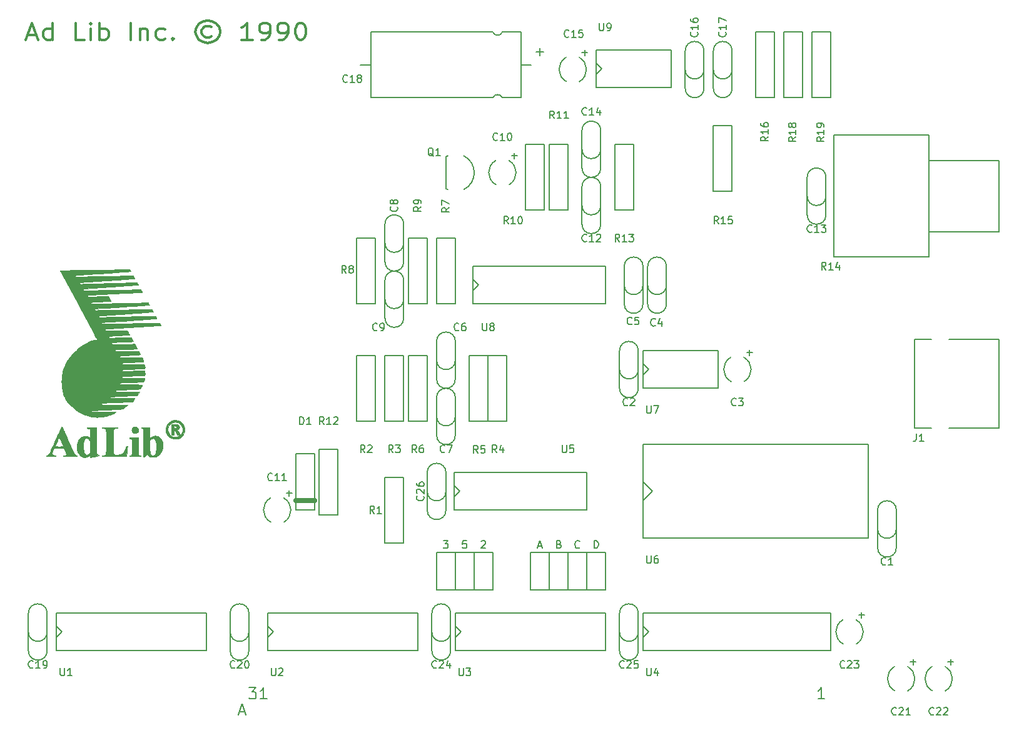
<source format=gto>
G04 #@! TF.FileFunction,Legend,Top*
%FSLAX46Y46*%
G04 Gerber Fmt 4.6, Leading zero omitted, Abs format (unit mm)*
G04 Created by KiCad (PCBNEW 4.0.1-stable) date 22/07/2016 18:26:52*
%MOMM*%
G01*
G04 APERTURE LIST*
%ADD10C,0.100000*%
%ADD11C,0.152400*%
%ADD12C,0.300000*%
%ADD13C,0.635000*%
%ADD14C,0.010000*%
%ADD15C,0.150000*%
G04 APERTURE END LIST*
D10*
D11*
X100348143Y-124460000D02*
X101073857Y-124460000D01*
X100203000Y-124895429D02*
X100711000Y-123371429D01*
X101219000Y-124895429D01*
X101636285Y-121212429D02*
X102579714Y-121212429D01*
X102071714Y-121793000D01*
X102289428Y-121793000D01*
X102434571Y-121865571D01*
X102507142Y-121938143D01*
X102579714Y-122083286D01*
X102579714Y-122446143D01*
X102507142Y-122591286D01*
X102434571Y-122663857D01*
X102289428Y-122736429D01*
X101854000Y-122736429D01*
X101708857Y-122663857D01*
X101636285Y-122591286D01*
X104031143Y-122736429D02*
X103160286Y-122736429D01*
X103595714Y-122736429D02*
X103595714Y-121212429D01*
X103450571Y-121430143D01*
X103305429Y-121575286D01*
X103160286Y-121647857D01*
X179505429Y-122736429D02*
X178634572Y-122736429D01*
X179070000Y-122736429D02*
X179070000Y-121212429D01*
X178924857Y-121430143D01*
X178779715Y-121575286D01*
X178634572Y-121647857D01*
X148323905Y-102313619D02*
X148323905Y-101297619D01*
X148565810Y-101297619D01*
X148710952Y-101346000D01*
X148807714Y-101442762D01*
X148856095Y-101539524D01*
X148904476Y-101733048D01*
X148904476Y-101878190D01*
X148856095Y-102071714D01*
X148807714Y-102168476D01*
X148710952Y-102265238D01*
X148565810Y-102313619D01*
X148323905Y-102313619D01*
X146364476Y-102216857D02*
X146316095Y-102265238D01*
X146170952Y-102313619D01*
X146074190Y-102313619D01*
X145929048Y-102265238D01*
X145832286Y-102168476D01*
X145783905Y-102071714D01*
X145735524Y-101878190D01*
X145735524Y-101733048D01*
X145783905Y-101539524D01*
X145832286Y-101442762D01*
X145929048Y-101346000D01*
X146074190Y-101297619D01*
X146170952Y-101297619D01*
X146316095Y-101346000D01*
X146364476Y-101394381D01*
X143582571Y-101781429D02*
X143727714Y-101829810D01*
X143776095Y-101878190D01*
X143824476Y-101974952D01*
X143824476Y-102120095D01*
X143776095Y-102216857D01*
X143727714Y-102265238D01*
X143630952Y-102313619D01*
X143243905Y-102313619D01*
X143243905Y-101297619D01*
X143582571Y-101297619D01*
X143679333Y-101346000D01*
X143727714Y-101394381D01*
X143776095Y-101491143D01*
X143776095Y-101587905D01*
X143727714Y-101684667D01*
X143679333Y-101733048D01*
X143582571Y-101781429D01*
X143243905Y-101781429D01*
X140728096Y-102023333D02*
X141211905Y-102023333D01*
X140631334Y-102313619D02*
X140970001Y-101297619D01*
X141308667Y-102313619D01*
X133059715Y-101394381D02*
X133108096Y-101346000D01*
X133204858Y-101297619D01*
X133446762Y-101297619D01*
X133543524Y-101346000D01*
X133591905Y-101394381D01*
X133640286Y-101491143D01*
X133640286Y-101587905D01*
X133591905Y-101733048D01*
X133011334Y-102313619D01*
X133640286Y-102313619D01*
X131051905Y-101297619D02*
X130568096Y-101297619D01*
X130519715Y-101781429D01*
X130568096Y-101733048D01*
X130664858Y-101684667D01*
X130906762Y-101684667D01*
X131003524Y-101733048D01*
X131051905Y-101781429D01*
X131100286Y-101878190D01*
X131100286Y-102120095D01*
X131051905Y-102216857D01*
X131003524Y-102265238D01*
X130906762Y-102313619D01*
X130664858Y-102313619D01*
X130568096Y-102265238D01*
X130519715Y-102216857D01*
X127931334Y-101297619D02*
X128560286Y-101297619D01*
X128221620Y-101684667D01*
X128366762Y-101684667D01*
X128463524Y-101733048D01*
X128511905Y-101781429D01*
X128560286Y-101878190D01*
X128560286Y-102120095D01*
X128511905Y-102216857D01*
X128463524Y-102265238D01*
X128366762Y-102313619D01*
X128076477Y-102313619D01*
X127979715Y-102265238D01*
X127931334Y-102216857D01*
D12*
X71603810Y-32766000D02*
X72813333Y-32766000D01*
X71361905Y-33419143D02*
X72208571Y-31133143D01*
X73055238Y-33419143D01*
X74990476Y-33419143D02*
X74990476Y-31133143D01*
X74990476Y-33310286D02*
X74748572Y-33419143D01*
X74264762Y-33419143D01*
X74022857Y-33310286D01*
X73901905Y-33201429D01*
X73780953Y-32983714D01*
X73780953Y-32330571D01*
X73901905Y-32112857D01*
X74022857Y-32004000D01*
X74264762Y-31895143D01*
X74748572Y-31895143D01*
X74990476Y-32004000D01*
X79344762Y-33419143D02*
X78135238Y-33419143D01*
X78135238Y-31133143D01*
X80191428Y-33419143D02*
X80191428Y-31895143D01*
X80191428Y-31133143D02*
X80070476Y-31242000D01*
X80191428Y-31350857D01*
X80312380Y-31242000D01*
X80191428Y-31133143D01*
X80191428Y-31350857D01*
X81400952Y-33419143D02*
X81400952Y-31133143D01*
X81400952Y-32004000D02*
X81642857Y-31895143D01*
X82126666Y-31895143D01*
X82368571Y-32004000D01*
X82489523Y-32112857D01*
X82610476Y-32330571D01*
X82610476Y-32983714D01*
X82489523Y-33201429D01*
X82368571Y-33310286D01*
X82126666Y-33419143D01*
X81642857Y-33419143D01*
X81400952Y-33310286D01*
X85634285Y-33419143D02*
X85634285Y-31133143D01*
X86843809Y-31895143D02*
X86843809Y-33419143D01*
X86843809Y-32112857D02*
X86964761Y-32004000D01*
X87206666Y-31895143D01*
X87569523Y-31895143D01*
X87811428Y-32004000D01*
X87932380Y-32221714D01*
X87932380Y-33419143D01*
X90230475Y-33310286D02*
X89988571Y-33419143D01*
X89504761Y-33419143D01*
X89262856Y-33310286D01*
X89141904Y-33201429D01*
X89020952Y-32983714D01*
X89020952Y-32330571D01*
X89141904Y-32112857D01*
X89262856Y-32004000D01*
X89504761Y-31895143D01*
X89988571Y-31895143D01*
X90230475Y-32004000D01*
X91319047Y-33201429D02*
X91439999Y-33310286D01*
X91319047Y-33419143D01*
X91198095Y-33310286D01*
X91319047Y-33201429D01*
X91319047Y-33419143D01*
X96519999Y-31677429D02*
X96278095Y-31568571D01*
X95794285Y-31568571D01*
X95552380Y-31677429D01*
X95310476Y-31895143D01*
X95189523Y-32112857D01*
X95189523Y-32548286D01*
X95310476Y-32766000D01*
X95552380Y-32983714D01*
X95794285Y-33092571D01*
X96278095Y-33092571D01*
X96519999Y-32983714D01*
X96036190Y-30806571D02*
X95431428Y-30915429D01*
X94826666Y-31242000D01*
X94463809Y-31786286D01*
X94342857Y-32330571D01*
X94463809Y-32874857D01*
X94826666Y-33419143D01*
X95431428Y-33745714D01*
X96036190Y-33854571D01*
X96640952Y-33745714D01*
X97245714Y-33419143D01*
X97608571Y-32874857D01*
X97729523Y-32330571D01*
X97608571Y-31786286D01*
X97245714Y-31242000D01*
X96640952Y-30915429D01*
X96036190Y-30806571D01*
X102083809Y-33419143D02*
X100632381Y-33419143D01*
X101358095Y-33419143D02*
X101358095Y-31133143D01*
X101116190Y-31459714D01*
X100874285Y-31677429D01*
X100632381Y-31786286D01*
X103293333Y-33419143D02*
X103777143Y-33419143D01*
X104019048Y-33310286D01*
X104140000Y-33201429D01*
X104381905Y-32874857D01*
X104502857Y-32439429D01*
X104502857Y-31568571D01*
X104381905Y-31350857D01*
X104260952Y-31242000D01*
X104019048Y-31133143D01*
X103535238Y-31133143D01*
X103293333Y-31242000D01*
X103172381Y-31350857D01*
X103051429Y-31568571D01*
X103051429Y-32112857D01*
X103172381Y-32330571D01*
X103293333Y-32439429D01*
X103535238Y-32548286D01*
X104019048Y-32548286D01*
X104260952Y-32439429D01*
X104381905Y-32330571D01*
X104502857Y-32112857D01*
X105712381Y-33419143D02*
X106196191Y-33419143D01*
X106438096Y-33310286D01*
X106559048Y-33201429D01*
X106800953Y-32874857D01*
X106921905Y-32439429D01*
X106921905Y-31568571D01*
X106800953Y-31350857D01*
X106680000Y-31242000D01*
X106438096Y-31133143D01*
X105954286Y-31133143D01*
X105712381Y-31242000D01*
X105591429Y-31350857D01*
X105470477Y-31568571D01*
X105470477Y-32112857D01*
X105591429Y-32330571D01*
X105712381Y-32439429D01*
X105954286Y-32548286D01*
X106438096Y-32548286D01*
X106680000Y-32439429D01*
X106800953Y-32330571D01*
X106921905Y-32112857D01*
X108494286Y-31133143D02*
X108736191Y-31133143D01*
X108978096Y-31242000D01*
X109099048Y-31350857D01*
X109220001Y-31568571D01*
X109340953Y-32004000D01*
X109340953Y-32548286D01*
X109220001Y-32983714D01*
X109099048Y-33201429D01*
X108978096Y-33310286D01*
X108736191Y-33419143D01*
X108494286Y-33419143D01*
X108252382Y-33310286D01*
X108131429Y-33201429D01*
X108010477Y-32983714D01*
X107889525Y-32548286D01*
X107889525Y-32004000D01*
X108010477Y-31568571D01*
X108131429Y-31350857D01*
X108252382Y-31242000D01*
X108494286Y-31133143D01*
D11*
X191652000Y-86010000D02*
X193952000Y-86010000D01*
X203152000Y-86010000D02*
X196352000Y-86010000D01*
X191652000Y-86010000D02*
X191652000Y-74010000D01*
X203152000Y-86010000D02*
X203152000Y-74010000D01*
X191652000Y-74010000D02*
X193952000Y-74010000D01*
X203152000Y-74010000D02*
X196352000Y-74010000D01*
X156210000Y-94615000D02*
X154940000Y-95885000D01*
X154940000Y-93345000D02*
X156210000Y-94615000D01*
X154940000Y-100965000D02*
X154940000Y-88265000D01*
X185420000Y-100965000D02*
X154940000Y-100965000D01*
X185420000Y-88265000D02*
X185420000Y-100965000D01*
X154940000Y-88265000D02*
X185420000Y-88265000D01*
X158115000Y-69215000D02*
X158115000Y-64135000D01*
X155575000Y-64135000D02*
X155575000Y-69215000D01*
X155575000Y-66675000D02*
G75*
G03X158115000Y-66675000I1270000J0D01*
G01*
X155575000Y-69215000D02*
G75*
G03X158115000Y-69215000I1270000J0D01*
G01*
X158115000Y-64135000D02*
G75*
G03X155575000Y-64135000I-1270000J0D01*
G01*
X154940000Y-69215000D02*
X154940000Y-64135000D01*
X152400000Y-64135000D02*
X152400000Y-69215000D01*
X152400000Y-66675000D02*
G75*
G03X154940000Y-66675000I1270000J0D01*
G01*
X152400000Y-69215000D02*
G75*
G03X154940000Y-69215000I1270000J0D01*
G01*
X154940000Y-64135000D02*
G75*
G03X152400000Y-64135000I-1270000J0D01*
G01*
D13*
X107950000Y-95885000D02*
X110490000Y-95885000D01*
D11*
X107950000Y-97155000D02*
X107950000Y-89535000D01*
X110490000Y-97155000D02*
X107950000Y-97155000D01*
X110490000Y-89535000D02*
X110490000Y-97155000D01*
X107950000Y-89535000D02*
X110490000Y-89535000D01*
X132080000Y-102870000D02*
X132080000Y-107950000D01*
X129540000Y-102870000D02*
X129540000Y-107950000D01*
X127000000Y-107950000D02*
X127000000Y-102870000D01*
X134620000Y-107950000D02*
X127000000Y-107950000D01*
X134620000Y-102870000D02*
X134620000Y-107950000D01*
X127000000Y-102870000D02*
X134620000Y-102870000D01*
X142240000Y-102870000D02*
X142240000Y-107950000D01*
X144780000Y-102870000D02*
X144780000Y-107950000D01*
X147320000Y-102870000D02*
X147320000Y-107950000D01*
X139700000Y-107950000D02*
X139700000Y-102870000D01*
X149860000Y-107950000D02*
X139700000Y-107950000D01*
X149860000Y-102870000D02*
X149860000Y-107950000D01*
X139700000Y-102870000D02*
X149860000Y-102870000D01*
X128522691Y-49146056D02*
G75*
G03X128270000Y-49276000I1017309J-2288944D01*
G01*
X128270000Y-53594000D02*
X128270000Y-49276000D01*
X128522691Y-53723944D02*
G75*
G02X128270000Y-53594000I1017309J2288944D01*
G01*
X130683000Y-53721000D02*
G75*
G03X130683000Y-49149000I-1143000J2286000D01*
G01*
X122555000Y-101600000D02*
X122555000Y-92710000D01*
X120015000Y-101600000D02*
X122555000Y-101600000D01*
X120015000Y-92710000D02*
X120015000Y-101600000D01*
X122555000Y-92710000D02*
X120015000Y-92710000D01*
X118745000Y-85090000D02*
X118745000Y-76200000D01*
X116205000Y-85090000D02*
X118745000Y-85090000D01*
X116205000Y-76200000D02*
X116205000Y-85090000D01*
X118745000Y-76200000D02*
X116205000Y-76200000D01*
X122555000Y-85090000D02*
X122555000Y-76200000D01*
X120015000Y-85090000D02*
X122555000Y-85090000D01*
X120015000Y-76200000D02*
X120015000Y-85090000D01*
X122555000Y-76200000D02*
X120015000Y-76200000D01*
X136525000Y-85090000D02*
X136525000Y-76200000D01*
X133985000Y-85090000D02*
X136525000Y-85090000D01*
X133985000Y-76200000D02*
X133985000Y-85090000D01*
X136525000Y-76200000D02*
X133985000Y-76200000D01*
X133985000Y-85090000D02*
X133985000Y-76200000D01*
X131445000Y-85090000D02*
X133985000Y-85090000D01*
X131445000Y-76200000D02*
X131445000Y-85090000D01*
X133985000Y-76200000D02*
X131445000Y-76200000D01*
X125730000Y-85090000D02*
X125730000Y-76200000D01*
X123190000Y-85090000D02*
X125730000Y-85090000D01*
X123190000Y-76200000D02*
X123190000Y-85090000D01*
X125730000Y-76200000D02*
X123190000Y-76200000D01*
X129540000Y-69215000D02*
X129540000Y-60325000D01*
X127000000Y-69215000D02*
X129540000Y-69215000D01*
X127000000Y-60325000D02*
X127000000Y-69215000D01*
X129540000Y-60325000D02*
X127000000Y-60325000D01*
X116205000Y-60325000D02*
X116205000Y-69215000D01*
X118745000Y-60325000D02*
X116205000Y-60325000D01*
X118745000Y-69215000D02*
X118745000Y-60325000D01*
X116205000Y-69215000D02*
X118745000Y-69215000D01*
X125730000Y-69215000D02*
X125730000Y-60325000D01*
X123190000Y-69215000D02*
X125730000Y-69215000D01*
X123190000Y-60325000D02*
X123190000Y-69215000D01*
X125730000Y-60325000D02*
X123190000Y-60325000D01*
X141605000Y-56515000D02*
X141605000Y-47625000D01*
X139065000Y-56515000D02*
X141605000Y-56515000D01*
X139065000Y-47625000D02*
X139065000Y-56515000D01*
X141605000Y-47625000D02*
X139065000Y-47625000D01*
X144780000Y-56515000D02*
X144780000Y-47625000D01*
X142240000Y-56515000D02*
X144780000Y-56515000D01*
X142240000Y-47625000D02*
X142240000Y-56515000D01*
X144780000Y-47625000D02*
X142240000Y-47625000D01*
X113665000Y-97790000D02*
X113665000Y-88900000D01*
X111125000Y-97790000D02*
X113665000Y-97790000D01*
X111125000Y-88900000D02*
X111125000Y-97790000D01*
X113665000Y-88900000D02*
X111125000Y-88900000D01*
X153670000Y-56515000D02*
X153670000Y-47625000D01*
X151130000Y-56515000D02*
X153670000Y-56515000D01*
X151130000Y-47625000D02*
X151130000Y-56515000D01*
X153670000Y-47625000D02*
X151130000Y-47625000D01*
X203136500Y-49784000D02*
X203136500Y-59436000D01*
X193611500Y-49784000D02*
X203136500Y-49784000D01*
X193611500Y-46355000D02*
X180784500Y-46355000D01*
X180784500Y-46355000D02*
X180784500Y-62865000D01*
X193611500Y-46355000D02*
X193611500Y-62865000D01*
X193611500Y-62865000D02*
X180784500Y-62865000D01*
X193611500Y-59436000D02*
X203136500Y-59436000D01*
X167005000Y-53975000D02*
X167005000Y-45085000D01*
X164465000Y-53975000D02*
X167005000Y-53975000D01*
X164465000Y-45085000D02*
X164465000Y-53975000D01*
X167005000Y-45085000D02*
X164465000Y-45085000D01*
X172720000Y-41275000D02*
X172720000Y-32385000D01*
X170180000Y-41275000D02*
X172720000Y-41275000D01*
X170180000Y-32385000D02*
X170180000Y-41275000D01*
X172720000Y-32385000D02*
X170180000Y-32385000D01*
X173990000Y-32385000D02*
X173990000Y-41275000D01*
X176530000Y-32385000D02*
X173990000Y-32385000D01*
X176530000Y-41275000D02*
X176530000Y-32385000D01*
X173990000Y-41275000D02*
X176530000Y-41275000D01*
X177800000Y-32385000D02*
X177800000Y-41275000D01*
X180340000Y-32385000D02*
X177800000Y-32385000D01*
X180340000Y-41275000D02*
X180340000Y-32385000D01*
X177800000Y-41275000D02*
X180340000Y-41275000D01*
X76327000Y-113665000D02*
X75565000Y-114427000D01*
X75565000Y-112903000D02*
X76327000Y-113665000D01*
X75565000Y-116205000D02*
X75565000Y-111125000D01*
X95885000Y-116205000D02*
X75565000Y-116205000D01*
X95885000Y-111125000D02*
X95885000Y-116205000D01*
X75565000Y-111125000D02*
X95885000Y-111125000D01*
X104902000Y-113665000D02*
X104140000Y-114427000D01*
X104140000Y-112903000D02*
X104902000Y-113665000D01*
X104140000Y-116205000D02*
X104140000Y-111125000D01*
X124460000Y-116205000D02*
X104140000Y-116205000D01*
X124460000Y-111125000D02*
X124460000Y-116205000D01*
X104140000Y-111125000D02*
X124460000Y-111125000D01*
X130302000Y-113665000D02*
X129540000Y-114427000D01*
X129540000Y-112903000D02*
X130302000Y-113665000D01*
X129540000Y-116205000D02*
X129540000Y-111125000D01*
X149860000Y-116205000D02*
X129540000Y-116205000D01*
X149860000Y-111125000D02*
X149860000Y-116205000D01*
X129540000Y-111125000D02*
X149860000Y-111125000D01*
X155702000Y-113665000D02*
X154940000Y-114427000D01*
X154940000Y-112903000D02*
X155702000Y-113665000D01*
X154940000Y-116205000D02*
X154940000Y-111125000D01*
X180340000Y-116205000D02*
X154940000Y-116205000D01*
X180340000Y-111125000D02*
X180340000Y-116205000D01*
X154940000Y-111125000D02*
X180340000Y-111125000D01*
X130175000Y-94615000D02*
X129413000Y-95377000D01*
X129413000Y-93853000D02*
X130175000Y-94615000D01*
X129413000Y-92075000D02*
X147320000Y-92075000D01*
X129413000Y-97155000D02*
X129413000Y-92075000D01*
X147320000Y-97155000D02*
X129413000Y-97155000D01*
X147320000Y-92075000D02*
X147320000Y-97155000D01*
X155702000Y-78105000D02*
X154940000Y-78867000D01*
X154940000Y-77343000D02*
X155702000Y-78105000D01*
X154940000Y-80645000D02*
X154940000Y-75565000D01*
X165100000Y-80645000D02*
X154940000Y-80645000D01*
X165100000Y-75565000D02*
X165100000Y-80645000D01*
X154940000Y-75565000D02*
X165100000Y-75565000D01*
X132715000Y-66675000D02*
X131953000Y-67437000D01*
X131953000Y-65913000D02*
X132715000Y-66675000D01*
X131953000Y-64135000D02*
X149860000Y-64135000D01*
X131953000Y-69215000D02*
X131953000Y-64135000D01*
X149860000Y-69215000D02*
X131953000Y-69215000D01*
X149860000Y-64135000D02*
X149860000Y-69215000D01*
X149352000Y-37338000D02*
X148590000Y-38100000D01*
X148590000Y-36576000D02*
X149352000Y-37338000D01*
X148590000Y-39878000D02*
X148590000Y-34798000D01*
X158750000Y-39878000D02*
X148590000Y-39878000D01*
X158750000Y-34798000D02*
X158750000Y-39878000D01*
X148590000Y-34798000D02*
X158750000Y-34798000D01*
X141478000Y-35052000D02*
X140462000Y-35052000D01*
X140970000Y-35560000D02*
X140970000Y-34544000D01*
X138430000Y-41275000D02*
X135890000Y-41275000D01*
X134620000Y-32385000D02*
X118110000Y-32385000D01*
X134620000Y-32385001D02*
G75*
G03X135890000Y-32385001I635000J254000D01*
G01*
X138430000Y-32385000D02*
X135890000Y-32385000D01*
X118110000Y-36830000D02*
X116713000Y-36830000D01*
X138430000Y-36830000D02*
X139827000Y-36830000D01*
X138430000Y-32385000D02*
X138430000Y-41275000D01*
X118110000Y-41275000D02*
X118110000Y-32385000D01*
X135890000Y-41275000D02*
G75*
G03X134620000Y-41275000I-635000J-254000D01*
G01*
X134620000Y-41275000D02*
X118110000Y-41275000D01*
X128905000Y-116205000D02*
X128905000Y-111125000D01*
X126365000Y-111125000D02*
X126365000Y-116205000D01*
X126365000Y-113665000D02*
G75*
G03X128905000Y-113665000I1270000J0D01*
G01*
X126365000Y-116205000D02*
G75*
G03X128905000Y-116205000I1270000J0D01*
G01*
X128905000Y-111125000D02*
G75*
G03X126365000Y-111125000I-1270000J0D01*
G01*
X154305000Y-80645000D02*
X154305000Y-75565000D01*
X151765000Y-75565000D02*
X151765000Y-80645000D01*
X151765000Y-78105000D02*
G75*
G03X154305000Y-78105000I1270000J0D01*
G01*
X151765000Y-80645000D02*
G75*
G03X154305000Y-80645000I1270000J0D01*
G01*
X154305000Y-75565000D02*
G75*
G03X151765000Y-75565000I-1270000J0D01*
G01*
X154305000Y-116205000D02*
X154305000Y-111125000D01*
X151765000Y-111125000D02*
X151765000Y-116205000D01*
X151765000Y-113665000D02*
G75*
G03X154305000Y-113665000I1270000J0D01*
G01*
X151765000Y-116205000D02*
G75*
G03X154305000Y-116205000I1270000J0D01*
G01*
X154305000Y-111125000D02*
G75*
G03X151765000Y-111125000I-1270000J0D01*
G01*
X101600000Y-116205000D02*
X101600000Y-111125000D01*
X99060000Y-111125000D02*
X99060000Y-116205000D01*
X99060000Y-113665000D02*
G75*
G03X101600000Y-113665000I1270000J0D01*
G01*
X99060000Y-116205000D02*
G75*
G03X101600000Y-116205000I1270000J0D01*
G01*
X101600000Y-111125000D02*
G75*
G03X99060000Y-111125000I-1270000J0D01*
G01*
X74295000Y-116205000D02*
X74295000Y-111125000D01*
X71755000Y-111125000D02*
X71755000Y-116205000D01*
X71755000Y-113665000D02*
G75*
G03X74295000Y-113665000I1270000J0D01*
G01*
X71755000Y-116205000D02*
G75*
G03X74295000Y-116205000I1270000J0D01*
G01*
X74295000Y-111125000D02*
G75*
G03X71755000Y-111125000I-1270000J0D01*
G01*
X128270000Y-97155000D02*
X128270000Y-92075000D01*
X125730000Y-92075000D02*
X125730000Y-97155000D01*
X125730000Y-94615000D02*
G75*
G03X128270000Y-94615000I1270000J0D01*
G01*
X125730000Y-97155000D02*
G75*
G03X128270000Y-97155000I1270000J0D01*
G01*
X128270000Y-92075000D02*
G75*
G03X125730000Y-92075000I-1270000J0D01*
G01*
X189230000Y-102235000D02*
X189230000Y-97155000D01*
X186690000Y-97155000D02*
X186690000Y-102235000D01*
X186690000Y-99695000D02*
G75*
G03X189230000Y-99695000I1270000J0D01*
G01*
X186690000Y-102235000D02*
G75*
G03X189230000Y-102235000I1270000J0D01*
G01*
X189230000Y-97155000D02*
G75*
G03X186690000Y-97155000I-1270000J0D01*
G01*
X129540000Y-86995000D02*
X129540000Y-81915000D01*
X127000000Y-81915000D02*
X127000000Y-86995000D01*
X127000000Y-84455000D02*
G75*
G03X129540000Y-84455000I1270000J0D01*
G01*
X127000000Y-86995000D02*
G75*
G03X129540000Y-86995000I1270000J0D01*
G01*
X129540000Y-81915000D02*
G75*
G03X127000000Y-81915000I-1270000J0D01*
G01*
X129540000Y-79375000D02*
X129540000Y-74295000D01*
X127000000Y-74295000D02*
X127000000Y-79375000D01*
X127000000Y-76835000D02*
G75*
G03X129540000Y-76835000I1270000J0D01*
G01*
X127000000Y-79375000D02*
G75*
G03X129540000Y-79375000I1270000J0D01*
G01*
X129540000Y-74295000D02*
G75*
G03X127000000Y-74295000I-1270000J0D01*
G01*
X122555000Y-71120000D02*
X122555000Y-66040000D01*
X120015000Y-66040000D02*
X120015000Y-71120000D01*
X120015000Y-68580000D02*
G75*
G03X122555000Y-68580000I1270000J0D01*
G01*
X120015000Y-71120000D02*
G75*
G03X122555000Y-71120000I1270000J0D01*
G01*
X122555000Y-66040000D02*
G75*
G03X120015000Y-66040000I-1270000J0D01*
G01*
X122555000Y-63500000D02*
X122555000Y-58420000D01*
X120015000Y-58420000D02*
X120015000Y-63500000D01*
X120015000Y-60960000D02*
G75*
G03X122555000Y-60960000I1270000J0D01*
G01*
X120015000Y-63500000D02*
G75*
G03X122555000Y-63500000I1270000J0D01*
G01*
X122555000Y-58420000D02*
G75*
G03X120015000Y-58420000I-1270000J0D01*
G01*
X149225000Y-58420000D02*
X149225000Y-53340000D01*
X146685000Y-53340000D02*
X146685000Y-58420000D01*
X146685000Y-55880000D02*
G75*
G03X149225000Y-55880000I1270000J0D01*
G01*
X146685000Y-58420000D02*
G75*
G03X149225000Y-58420000I1270000J0D01*
G01*
X149225000Y-53340000D02*
G75*
G03X146685000Y-53340000I-1270000J0D01*
G01*
X149225000Y-50800000D02*
X149225000Y-45720000D01*
X146685000Y-45720000D02*
X146685000Y-50800000D01*
X146685000Y-48260000D02*
G75*
G03X149225000Y-48260000I1270000J0D01*
G01*
X146685000Y-50800000D02*
G75*
G03X149225000Y-50800000I1270000J0D01*
G01*
X149225000Y-45720000D02*
G75*
G03X146685000Y-45720000I-1270000J0D01*
G01*
X163195000Y-40005000D02*
X163195000Y-34925000D01*
X160655000Y-34925000D02*
X160655000Y-40005000D01*
X160655000Y-37465000D02*
G75*
G03X163195000Y-37465000I1270000J0D01*
G01*
X160655000Y-40005000D02*
G75*
G03X163195000Y-40005000I1270000J0D01*
G01*
X163195000Y-34925000D02*
G75*
G03X160655000Y-34925000I-1270000J0D01*
G01*
X167005000Y-40005000D02*
X167005000Y-34925000D01*
X164465000Y-34925000D02*
X164465000Y-40005000D01*
X164465000Y-37465000D02*
G75*
G03X167005000Y-37465000I1270000J0D01*
G01*
X164465000Y-40005000D02*
G75*
G03X167005000Y-40005000I1270000J0D01*
G01*
X167005000Y-34925000D02*
G75*
G03X164465000Y-34925000I-1270000J0D01*
G01*
X179705000Y-57150000D02*
X179705000Y-52070000D01*
X177165000Y-52070000D02*
X177165000Y-57150000D01*
X177165000Y-54610000D02*
G75*
G03X179705000Y-54610000I1270000J0D01*
G01*
X177165000Y-57150000D02*
G75*
G03X179705000Y-57150000I1270000J0D01*
G01*
X179705000Y-52070000D02*
G75*
G03X177165000Y-52070000I-1270000J0D01*
G01*
X183810326Y-115293071D02*
G75*
G03X183769000Y-112014000I-930326J1628071D01*
G01*
X184531000Y-110998000D02*
X184531000Y-111760000D01*
X184912000Y-111379000D02*
X184150000Y-111379000D01*
X181991000Y-112014000D02*
G75*
G03X182032326Y-115293071I930326J-1628071D01*
G01*
X190795326Y-121643071D02*
G75*
G03X190754000Y-118364000I-930326J1628071D01*
G01*
X191516000Y-117348000D02*
X191516000Y-118110000D01*
X191897000Y-117729000D02*
X191135000Y-117729000D01*
X188976000Y-118364000D02*
G75*
G03X189017326Y-121643071I930326J-1628071D01*
G01*
X195875326Y-121643071D02*
G75*
G03X195834000Y-118364000I-930326J1628071D01*
G01*
X196596000Y-117348000D02*
X196596000Y-118110000D01*
X196977000Y-117729000D02*
X196215000Y-117729000D01*
X194056000Y-118364000D02*
G75*
G03X194097326Y-121643071I930326J-1628071D01*
G01*
X106340326Y-98783071D02*
G75*
G03X106299000Y-95504000I-930326J1628071D01*
G01*
X107061000Y-94488000D02*
X107061000Y-95250000D01*
X107442000Y-94869000D02*
X106680000Y-94869000D01*
X104521000Y-95504000D02*
G75*
G03X104562326Y-98783071I930326J-1628071D01*
G01*
X168633826Y-79733071D02*
G75*
G03X168592500Y-76454000I-930326J1628071D01*
G01*
X169354500Y-75438000D02*
X169354500Y-76200000D01*
X169735500Y-75819000D02*
X168973500Y-75819000D01*
X166814500Y-76454000D02*
G75*
G03X166855826Y-79733071I930326J-1628071D01*
G01*
X136820326Y-53063071D02*
G75*
G03X136779000Y-49784000I-930326J1628071D01*
G01*
X137541000Y-48768000D02*
X137541000Y-49530000D01*
X137922000Y-49149000D02*
X137160000Y-49149000D01*
X135001000Y-49784000D02*
G75*
G03X135042326Y-53063071I930326J-1628071D01*
G01*
X146345326Y-39093071D02*
G75*
G03X146304000Y-35814000I-930326J1628071D01*
G01*
X147066000Y-34798000D02*
X147066000Y-35560000D01*
X147447000Y-35179000D02*
X146685000Y-35179000D01*
X144526000Y-35814000D02*
G75*
G03X144567326Y-39093071I930326J-1628071D01*
G01*
D14*
G36*
X80951608Y-87509627D02*
X80952046Y-87772814D01*
X80952917Y-88028348D01*
X80954180Y-88272108D01*
X80955793Y-88499970D01*
X80957714Y-88707811D01*
X80959902Y-88891507D01*
X80962315Y-89046935D01*
X80964912Y-89169972D01*
X80967650Y-89256495D01*
X80969583Y-89292506D01*
X80978416Y-89396480D01*
X80988059Y-89466992D01*
X81001066Y-89514002D01*
X81019995Y-89547470D01*
X81041094Y-89571161D01*
X81114021Y-89618248D01*
X81186079Y-89638020D01*
X81243216Y-89648493D01*
X81269177Y-89666560D01*
X81276116Y-89703092D01*
X81276306Y-89718700D01*
X81276306Y-89787278D01*
X80727675Y-89890074D01*
X80577868Y-89917936D01*
X80441533Y-89942898D01*
X80324686Y-89963892D01*
X80233343Y-89979846D01*
X80173519Y-89989692D01*
X80151883Y-89992459D01*
X80137970Y-89978314D01*
X80129310Y-89933148D01*
X80125243Y-89852105D01*
X80124724Y-89792931D01*
X80124724Y-89593815D01*
X79978060Y-89735402D01*
X79872909Y-89831923D01*
X79782926Y-89899642D01*
X79696227Y-89943767D01*
X79600925Y-89969502D01*
X79485136Y-89982054D01*
X79407700Y-89985245D01*
X79255230Y-89984691D01*
X79140475Y-89973901D01*
X79087996Y-89961680D01*
X78917399Y-89883841D01*
X78760938Y-89767577D01*
X78621843Y-89616527D01*
X78503342Y-89434332D01*
X78408665Y-89224631D01*
X78392048Y-89177249D01*
X78371320Y-89112597D01*
X78356175Y-89055402D01*
X78345722Y-88996967D01*
X78339071Y-88928595D01*
X78335330Y-88841587D01*
X78333609Y-88727248D01*
X78333067Y-88601458D01*
X78333253Y-88475567D01*
X79189470Y-88475567D01*
X79192232Y-88702576D01*
X79201423Y-88892612D01*
X79218052Y-89051817D01*
X79243132Y-89186334D01*
X79277673Y-89302307D01*
X79322688Y-89405879D01*
X79351173Y-89457906D01*
X79416170Y-89552311D01*
X79483313Y-89610442D01*
X79562492Y-89638787D01*
X79635514Y-89644400D01*
X79719650Y-89637907D01*
X79785954Y-89613324D01*
X79833568Y-89582161D01*
X79920486Y-89511018D01*
X79993634Y-89431915D01*
X80067310Y-89329733D01*
X80124724Y-89243209D01*
X80124724Y-87827438D01*
X80032380Y-87690419D01*
X79929659Y-87560558D01*
X79823329Y-87471969D01*
X79710385Y-87422471D01*
X79648064Y-87411459D01*
X79532846Y-87413428D01*
X79443316Y-87446577D01*
X79371891Y-87514129D01*
X79357049Y-87535140D01*
X79303635Y-87628935D01*
X79261842Y-87734192D01*
X79230623Y-87856790D01*
X79208931Y-88002608D01*
X79195718Y-88177523D01*
X79189936Y-88387415D01*
X79189470Y-88475567D01*
X78333253Y-88475567D01*
X78333287Y-88453181D01*
X78335211Y-88339431D01*
X78339602Y-88251289D01*
X78347222Y-88179836D01*
X78358833Y-88116154D01*
X78375198Y-88051323D01*
X78382209Y-88026646D01*
X78467390Y-87792963D01*
X78577658Y-87590272D01*
X78711027Y-87420302D01*
X78865510Y-87284784D01*
X79039122Y-87185449D01*
X79229877Y-87124027D01*
X79435789Y-87102250D01*
X79442879Y-87102227D01*
X79603216Y-87112291D01*
X79737863Y-87145985D01*
X79860510Y-87208563D01*
X79984846Y-87305281D01*
X79994526Y-87313971D01*
X80131806Y-87438203D01*
X80118650Y-86858721D01*
X80113884Y-86668235D01*
X80108540Y-86516250D01*
X80101651Y-86397810D01*
X80092251Y-86307961D01*
X80079372Y-86241749D01*
X80062049Y-86194220D01*
X80039315Y-86160418D01*
X80010202Y-86135390D01*
X79973744Y-86114182D01*
X79973339Y-86113973D01*
X79910619Y-86093131D01*
X79832735Y-86081737D01*
X79810747Y-86081013D01*
X79750198Y-86079177D01*
X79721360Y-86068514D01*
X79712500Y-86041287D01*
X79711892Y-86015829D01*
X79711892Y-85950645D01*
X80950386Y-85950645D01*
X80951608Y-87509627D01*
X80951608Y-87509627D01*
G37*
X80951608Y-87509627D02*
X80952046Y-87772814D01*
X80952917Y-88028348D01*
X80954180Y-88272108D01*
X80955793Y-88499970D01*
X80957714Y-88707811D01*
X80959902Y-88891507D01*
X80962315Y-89046935D01*
X80964912Y-89169972D01*
X80967650Y-89256495D01*
X80969583Y-89292506D01*
X80978416Y-89396480D01*
X80988059Y-89466992D01*
X81001066Y-89514002D01*
X81019995Y-89547470D01*
X81041094Y-89571161D01*
X81114021Y-89618248D01*
X81186079Y-89638020D01*
X81243216Y-89648493D01*
X81269177Y-89666560D01*
X81276116Y-89703092D01*
X81276306Y-89718700D01*
X81276306Y-89787278D01*
X80727675Y-89890074D01*
X80577868Y-89917936D01*
X80441533Y-89942898D01*
X80324686Y-89963892D01*
X80233343Y-89979846D01*
X80173519Y-89989692D01*
X80151883Y-89992459D01*
X80137970Y-89978314D01*
X80129310Y-89933148D01*
X80125243Y-89852105D01*
X80124724Y-89792931D01*
X80124724Y-89593815D01*
X79978060Y-89735402D01*
X79872909Y-89831923D01*
X79782926Y-89899642D01*
X79696227Y-89943767D01*
X79600925Y-89969502D01*
X79485136Y-89982054D01*
X79407700Y-89985245D01*
X79255230Y-89984691D01*
X79140475Y-89973901D01*
X79087996Y-89961680D01*
X78917399Y-89883841D01*
X78760938Y-89767577D01*
X78621843Y-89616527D01*
X78503342Y-89434332D01*
X78408665Y-89224631D01*
X78392048Y-89177249D01*
X78371320Y-89112597D01*
X78356175Y-89055402D01*
X78345722Y-88996967D01*
X78339071Y-88928595D01*
X78335330Y-88841587D01*
X78333609Y-88727248D01*
X78333067Y-88601458D01*
X78333253Y-88475567D01*
X79189470Y-88475567D01*
X79192232Y-88702576D01*
X79201423Y-88892612D01*
X79218052Y-89051817D01*
X79243132Y-89186334D01*
X79277673Y-89302307D01*
X79322688Y-89405879D01*
X79351173Y-89457906D01*
X79416170Y-89552311D01*
X79483313Y-89610442D01*
X79562492Y-89638787D01*
X79635514Y-89644400D01*
X79719650Y-89637907D01*
X79785954Y-89613324D01*
X79833568Y-89582161D01*
X79920486Y-89511018D01*
X79993634Y-89431915D01*
X80067310Y-89329733D01*
X80124724Y-89243209D01*
X80124724Y-87827438D01*
X80032380Y-87690419D01*
X79929659Y-87560558D01*
X79823329Y-87471969D01*
X79710385Y-87422471D01*
X79648064Y-87411459D01*
X79532846Y-87413428D01*
X79443316Y-87446577D01*
X79371891Y-87514129D01*
X79357049Y-87535140D01*
X79303635Y-87628935D01*
X79261842Y-87734192D01*
X79230623Y-87856790D01*
X79208931Y-88002608D01*
X79195718Y-88177523D01*
X79189936Y-88387415D01*
X79189470Y-88475567D01*
X78333253Y-88475567D01*
X78333287Y-88453181D01*
X78335211Y-88339431D01*
X78339602Y-88251289D01*
X78347222Y-88179836D01*
X78358833Y-88116154D01*
X78375198Y-88051323D01*
X78382209Y-88026646D01*
X78467390Y-87792963D01*
X78577658Y-87590272D01*
X78711027Y-87420302D01*
X78865510Y-87284784D01*
X79039122Y-87185449D01*
X79229877Y-87124027D01*
X79435789Y-87102250D01*
X79442879Y-87102227D01*
X79603216Y-87112291D01*
X79737863Y-87145985D01*
X79860510Y-87208563D01*
X79984846Y-87305281D01*
X79994526Y-87313971D01*
X80131806Y-87438203D01*
X80118650Y-86858721D01*
X80113884Y-86668235D01*
X80108540Y-86516250D01*
X80101651Y-86397810D01*
X80092251Y-86307961D01*
X80079372Y-86241749D01*
X80062049Y-86194220D01*
X80039315Y-86160418D01*
X80010202Y-86135390D01*
X79973744Y-86114182D01*
X79973339Y-86113973D01*
X79910619Y-86093131D01*
X79832735Y-86081737D01*
X79810747Y-86081013D01*
X79750198Y-86079177D01*
X79721360Y-86068514D01*
X79712500Y-86041287D01*
X79711892Y-86015829D01*
X79711892Y-85950645D01*
X80950386Y-85950645D01*
X80951608Y-87509627D01*
G36*
X88164073Y-87406919D02*
X88288878Y-87305264D01*
X88372040Y-87243684D01*
X88463614Y-87185121D01*
X88533318Y-87147487D01*
X88590915Y-87122560D01*
X88644330Y-87106274D01*
X88705342Y-87096839D01*
X88785733Y-87092465D01*
X88897281Y-87091365D01*
X88902824Y-87091363D01*
X89010943Y-87091818D01*
X89087733Y-87094854D01*
X89145323Y-87102980D01*
X89195841Y-87118705D01*
X89251414Y-87144536D01*
X89310519Y-87175690D01*
X89486575Y-87292999D01*
X89633815Y-87441716D01*
X89752809Y-87622629D01*
X89844124Y-87836529D01*
X89883086Y-87969830D01*
X89901506Y-88049158D01*
X89913664Y-88121072D01*
X89920324Y-88196790D01*
X89922247Y-88287530D01*
X89920196Y-88404512D01*
X89917777Y-88480437D01*
X89909232Y-88653633D01*
X89895253Y-88795090D01*
X89873285Y-88916430D01*
X89840773Y-89029274D01*
X89795162Y-89145244D01*
X89750256Y-89242433D01*
X89626467Y-89455079D01*
X89477053Y-89634494D01*
X89303707Y-89779044D01*
X89108124Y-89887096D01*
X89062312Y-89905795D01*
X88957262Y-89934950D01*
X88823968Y-89955757D01*
X88676993Y-89967341D01*
X88530902Y-89968824D01*
X88400258Y-89959329D01*
X88340814Y-89949231D01*
X88177761Y-89895695D01*
X88022715Y-89811985D01*
X87891355Y-89706862D01*
X87872789Y-89687793D01*
X87776492Y-89584844D01*
X87618569Y-89777582D01*
X87546096Y-89863881D01*
X87493076Y-89920712D01*
X87453212Y-89953614D01*
X87420210Y-89968125D01*
X87399528Y-89970320D01*
X87338410Y-89970320D01*
X87336518Y-88270106D01*
X87336030Y-87996734D01*
X87335201Y-87732033D01*
X87335133Y-87716866D01*
X88157413Y-87716866D01*
X88170617Y-88544833D01*
X88174196Y-88735189D01*
X88178593Y-88913665D01*
X88183603Y-89075056D01*
X88189022Y-89214158D01*
X88194645Y-89325768D01*
X88200268Y-89404681D01*
X88205687Y-89445692D01*
X88206038Y-89446957D01*
X88248001Y-89543349D01*
X88309515Y-89632333D01*
X88379624Y-89699357D01*
X88410130Y-89718023D01*
X88501543Y-89744894D01*
X88610126Y-89750671D01*
X88715071Y-89735375D01*
X88764482Y-89717621D01*
X88830912Y-89668614D01*
X88891071Y-89593287D01*
X88896385Y-89584490D01*
X88944084Y-89491554D01*
X88981142Y-89390429D01*
X89009061Y-89273666D01*
X89029340Y-89133816D01*
X89043481Y-88963431D01*
X89050661Y-88818737D01*
X89058231Y-88539615D01*
X89056748Y-88299805D01*
X89045699Y-88096012D01*
X89024573Y-87924940D01*
X88992858Y-87783293D01*
X88950043Y-87667777D01*
X88895616Y-87575094D01*
X88849218Y-87520919D01*
X88793407Y-87468457D01*
X88749152Y-87440675D01*
X88699073Y-87429831D01*
X88640944Y-87428147D01*
X88503909Y-87447252D01*
X88378244Y-87505804D01*
X88260105Y-87605659D01*
X88249426Y-87617043D01*
X88157413Y-87716866D01*
X87335133Y-87716866D01*
X87334066Y-87479805D01*
X87332657Y-87243853D01*
X87331007Y-87027979D01*
X87329151Y-86835985D01*
X87327121Y-86671675D01*
X87324951Y-86538850D01*
X87322673Y-86441313D01*
X87320321Y-86382866D01*
X87319969Y-86377763D01*
X87311862Y-86284325D01*
X87302260Y-86222799D01*
X87287322Y-86181705D01*
X87263211Y-86149562D01*
X87234606Y-86122460D01*
X87158195Y-86072443D01*
X87088196Y-86059285D01*
X87037253Y-86055609D01*
X87016419Y-86037003D01*
X87012491Y-85994101D01*
X87012491Y-85928917D01*
X88164073Y-85928917D01*
X88164073Y-87406919D01*
X88164073Y-87406919D01*
G37*
X88164073Y-87406919D02*
X88288878Y-87305264D01*
X88372040Y-87243684D01*
X88463614Y-87185121D01*
X88533318Y-87147487D01*
X88590915Y-87122560D01*
X88644330Y-87106274D01*
X88705342Y-87096839D01*
X88785733Y-87092465D01*
X88897281Y-87091365D01*
X88902824Y-87091363D01*
X89010943Y-87091818D01*
X89087733Y-87094854D01*
X89145323Y-87102980D01*
X89195841Y-87118705D01*
X89251414Y-87144536D01*
X89310519Y-87175690D01*
X89486575Y-87292999D01*
X89633815Y-87441716D01*
X89752809Y-87622629D01*
X89844124Y-87836529D01*
X89883086Y-87969830D01*
X89901506Y-88049158D01*
X89913664Y-88121072D01*
X89920324Y-88196790D01*
X89922247Y-88287530D01*
X89920196Y-88404512D01*
X89917777Y-88480437D01*
X89909232Y-88653633D01*
X89895253Y-88795090D01*
X89873285Y-88916430D01*
X89840773Y-89029274D01*
X89795162Y-89145244D01*
X89750256Y-89242433D01*
X89626467Y-89455079D01*
X89477053Y-89634494D01*
X89303707Y-89779044D01*
X89108124Y-89887096D01*
X89062312Y-89905795D01*
X88957262Y-89934950D01*
X88823968Y-89955757D01*
X88676993Y-89967341D01*
X88530902Y-89968824D01*
X88400258Y-89959329D01*
X88340814Y-89949231D01*
X88177761Y-89895695D01*
X88022715Y-89811985D01*
X87891355Y-89706862D01*
X87872789Y-89687793D01*
X87776492Y-89584844D01*
X87618569Y-89777582D01*
X87546096Y-89863881D01*
X87493076Y-89920712D01*
X87453212Y-89953614D01*
X87420210Y-89968125D01*
X87399528Y-89970320D01*
X87338410Y-89970320D01*
X87336518Y-88270106D01*
X87336030Y-87996734D01*
X87335201Y-87732033D01*
X87335133Y-87716866D01*
X88157413Y-87716866D01*
X88170617Y-88544833D01*
X88174196Y-88735189D01*
X88178593Y-88913665D01*
X88183603Y-89075056D01*
X88189022Y-89214158D01*
X88194645Y-89325768D01*
X88200268Y-89404681D01*
X88205687Y-89445692D01*
X88206038Y-89446957D01*
X88248001Y-89543349D01*
X88309515Y-89632333D01*
X88379624Y-89699357D01*
X88410130Y-89718023D01*
X88501543Y-89744894D01*
X88610126Y-89750671D01*
X88715071Y-89735375D01*
X88764482Y-89717621D01*
X88830912Y-89668614D01*
X88891071Y-89593287D01*
X88896385Y-89584490D01*
X88944084Y-89491554D01*
X88981142Y-89390429D01*
X89009061Y-89273666D01*
X89029340Y-89133816D01*
X89043481Y-88963431D01*
X89050661Y-88818737D01*
X89058231Y-88539615D01*
X89056748Y-88299805D01*
X89045699Y-88096012D01*
X89024573Y-87924940D01*
X88992858Y-87783293D01*
X88950043Y-87667777D01*
X88895616Y-87575094D01*
X88849218Y-87520919D01*
X88793407Y-87468457D01*
X88749152Y-87440675D01*
X88699073Y-87429831D01*
X88640944Y-87428147D01*
X88503909Y-87447252D01*
X88378244Y-87505804D01*
X88260105Y-87605659D01*
X88249426Y-87617043D01*
X88157413Y-87716866D01*
X87335133Y-87716866D01*
X87334066Y-87479805D01*
X87332657Y-87243853D01*
X87331007Y-87027979D01*
X87329151Y-86835985D01*
X87327121Y-86671675D01*
X87324951Y-86538850D01*
X87322673Y-86441313D01*
X87320321Y-86382866D01*
X87319969Y-86377763D01*
X87311862Y-86284325D01*
X87302260Y-86222799D01*
X87287322Y-86181705D01*
X87263211Y-86149562D01*
X87234606Y-86122460D01*
X87158195Y-86072443D01*
X87088196Y-86059285D01*
X87037253Y-86055609D01*
X87016419Y-86037003D01*
X87012491Y-85994101D01*
X87012491Y-85928917D01*
X88164073Y-85928917D01*
X88164073Y-87406919D01*
G36*
X76288266Y-85856395D02*
X76300958Y-85868590D01*
X76317534Y-85891876D01*
X76339123Y-85928677D01*
X76366857Y-85981417D01*
X76401865Y-86052519D01*
X76445277Y-86144407D01*
X76498224Y-86259503D01*
X76561835Y-86400232D01*
X76637242Y-86569017D01*
X76725573Y-86768282D01*
X76827959Y-87000449D01*
X76945531Y-87267943D01*
X77061349Y-87531967D01*
X77175439Y-87791770D01*
X77286340Y-88043449D01*
X77392566Y-88283681D01*
X77492630Y-88509142D01*
X77585047Y-88716512D01*
X77668329Y-88902468D01*
X77740992Y-89063688D01*
X77801549Y-89196850D01*
X77848514Y-89298630D01*
X77880401Y-89365708D01*
X77890885Y-89386439D01*
X77971758Y-89524282D01*
X78048664Y-89624322D01*
X78126150Y-89691371D01*
X78208762Y-89730239D01*
X78218374Y-89733005D01*
X78281359Y-89750178D01*
X78328397Y-89763127D01*
X78337598Y-89765704D01*
X78358139Y-89790646D01*
X78364758Y-89828406D01*
X78364758Y-89883408D01*
X76430968Y-89883408D01*
X76430968Y-89831804D01*
X76446356Y-89792065D01*
X76494867Y-89766775D01*
X76580017Y-89754614D01*
X76640798Y-89753040D01*
X76734229Y-89741164D01*
X76812583Y-89709228D01*
X76864837Y-89662766D01*
X76878270Y-89633789D01*
X76885479Y-89587529D01*
X76883187Y-89535148D01*
X76869604Y-89470422D01*
X76842943Y-89387126D01*
X76801413Y-89279036D01*
X76743226Y-89139927D01*
X76722461Y-89091691D01*
X76576222Y-88753553D01*
X75213838Y-88753553D01*
X75125745Y-88943673D01*
X75052708Y-89108621D01*
X75001509Y-89242287D01*
X74970530Y-89349969D01*
X74958154Y-89436967D01*
X74959620Y-89487754D01*
X74986167Y-89584874D01*
X75043061Y-89657866D01*
X75133065Y-89708691D01*
X75258942Y-89739312D01*
X75324471Y-89746728D01*
X75403291Y-89754136D01*
X75448271Y-89762914D01*
X75468899Y-89777770D01*
X75474664Y-89803410D01*
X75474937Y-89821375D01*
X75474937Y-89883408D01*
X74149531Y-89883408D01*
X74149531Y-89818224D01*
X74157504Y-89768948D01*
X74184507Y-89752677D01*
X74187555Y-89752563D01*
X74251085Y-89738072D01*
X74330662Y-89701253D01*
X74411288Y-89650184D01*
X74471358Y-89599708D01*
X74518966Y-89544260D01*
X74575336Y-89467086D01*
X74628472Y-89384636D01*
X74629729Y-89382525D01*
X74651736Y-89340618D01*
X74689929Y-89262225D01*
X74742830Y-89150565D01*
X74808960Y-89008854D01*
X74886841Y-88840312D01*
X74974996Y-88648157D01*
X75034033Y-88518723D01*
X75322842Y-88518723D01*
X75343629Y-88523382D01*
X75402229Y-88527576D01*
X75493001Y-88531133D01*
X75610302Y-88533883D01*
X75748491Y-88535654D01*
X75900443Y-88536274D01*
X76053298Y-88535605D01*
X76190432Y-88533718D01*
X76306297Y-88530796D01*
X76395346Y-88527019D01*
X76452029Y-88522568D01*
X76470803Y-88517631D01*
X76460604Y-88493875D01*
X76435062Y-88435201D01*
X76396305Y-88346481D01*
X76346466Y-88232584D01*
X76287674Y-88098381D01*
X76222059Y-87948742D01*
X76181660Y-87856670D01*
X76104038Y-87680184D01*
X76041783Y-87539948D01*
X75992989Y-87432337D01*
X75955752Y-87353724D01*
X75928167Y-87300485D01*
X75908327Y-87268994D01*
X75894327Y-87255624D01*
X75884263Y-87256750D01*
X75876228Y-87268748D01*
X75874598Y-87272362D01*
X75859446Y-87306576D01*
X75828943Y-87374870D01*
X75785576Y-87471700D01*
X75731831Y-87591518D01*
X75670195Y-87728780D01*
X75603152Y-87877939D01*
X75586138Y-87915772D01*
X75519515Y-88064472D01*
X75459088Y-88200442D01*
X75407072Y-88318611D01*
X75365681Y-88413910D01*
X75337128Y-88481271D01*
X75323626Y-88515623D01*
X75322842Y-88518723D01*
X75034033Y-88518723D01*
X75071946Y-88435605D01*
X75176214Y-88205876D01*
X75286320Y-87962187D01*
X75400787Y-87707757D01*
X75473773Y-87544967D01*
X75608733Y-87243769D01*
X75727222Y-86979902D01*
X75830381Y-86750969D01*
X75919349Y-86554574D01*
X75995265Y-86388320D01*
X76059269Y-86249810D01*
X76112501Y-86136647D01*
X76156100Y-86046435D01*
X76191207Y-85976777D01*
X76218959Y-85925275D01*
X76240499Y-85889533D01*
X76256963Y-85867155D01*
X76269494Y-85855744D01*
X76278328Y-85852869D01*
X76288266Y-85856395D01*
X76288266Y-85856395D01*
G37*
X76288266Y-85856395D02*
X76300958Y-85868590D01*
X76317534Y-85891876D01*
X76339123Y-85928677D01*
X76366857Y-85981417D01*
X76401865Y-86052519D01*
X76445277Y-86144407D01*
X76498224Y-86259503D01*
X76561835Y-86400232D01*
X76637242Y-86569017D01*
X76725573Y-86768282D01*
X76827959Y-87000449D01*
X76945531Y-87267943D01*
X77061349Y-87531967D01*
X77175439Y-87791770D01*
X77286340Y-88043449D01*
X77392566Y-88283681D01*
X77492630Y-88509142D01*
X77585047Y-88716512D01*
X77668329Y-88902468D01*
X77740992Y-89063688D01*
X77801549Y-89196850D01*
X77848514Y-89298630D01*
X77880401Y-89365708D01*
X77890885Y-89386439D01*
X77971758Y-89524282D01*
X78048664Y-89624322D01*
X78126150Y-89691371D01*
X78208762Y-89730239D01*
X78218374Y-89733005D01*
X78281359Y-89750178D01*
X78328397Y-89763127D01*
X78337598Y-89765704D01*
X78358139Y-89790646D01*
X78364758Y-89828406D01*
X78364758Y-89883408D01*
X76430968Y-89883408D01*
X76430968Y-89831804D01*
X76446356Y-89792065D01*
X76494867Y-89766775D01*
X76580017Y-89754614D01*
X76640798Y-89753040D01*
X76734229Y-89741164D01*
X76812583Y-89709228D01*
X76864837Y-89662766D01*
X76878270Y-89633789D01*
X76885479Y-89587529D01*
X76883187Y-89535148D01*
X76869604Y-89470422D01*
X76842943Y-89387126D01*
X76801413Y-89279036D01*
X76743226Y-89139927D01*
X76722461Y-89091691D01*
X76576222Y-88753553D01*
X75213838Y-88753553D01*
X75125745Y-88943673D01*
X75052708Y-89108621D01*
X75001509Y-89242287D01*
X74970530Y-89349969D01*
X74958154Y-89436967D01*
X74959620Y-89487754D01*
X74986167Y-89584874D01*
X75043061Y-89657866D01*
X75133065Y-89708691D01*
X75258942Y-89739312D01*
X75324471Y-89746728D01*
X75403291Y-89754136D01*
X75448271Y-89762914D01*
X75468899Y-89777770D01*
X75474664Y-89803410D01*
X75474937Y-89821375D01*
X75474937Y-89883408D01*
X74149531Y-89883408D01*
X74149531Y-89818224D01*
X74157504Y-89768948D01*
X74184507Y-89752677D01*
X74187555Y-89752563D01*
X74251085Y-89738072D01*
X74330662Y-89701253D01*
X74411288Y-89650184D01*
X74471358Y-89599708D01*
X74518966Y-89544260D01*
X74575336Y-89467086D01*
X74628472Y-89384636D01*
X74629729Y-89382525D01*
X74651736Y-89340618D01*
X74689929Y-89262225D01*
X74742830Y-89150565D01*
X74808960Y-89008854D01*
X74886841Y-88840312D01*
X74974996Y-88648157D01*
X75034033Y-88518723D01*
X75322842Y-88518723D01*
X75343629Y-88523382D01*
X75402229Y-88527576D01*
X75493001Y-88531133D01*
X75610302Y-88533883D01*
X75748491Y-88535654D01*
X75900443Y-88536274D01*
X76053298Y-88535605D01*
X76190432Y-88533718D01*
X76306297Y-88530796D01*
X76395346Y-88527019D01*
X76452029Y-88522568D01*
X76470803Y-88517631D01*
X76460604Y-88493875D01*
X76435062Y-88435201D01*
X76396305Y-88346481D01*
X76346466Y-88232584D01*
X76287674Y-88098381D01*
X76222059Y-87948742D01*
X76181660Y-87856670D01*
X76104038Y-87680184D01*
X76041783Y-87539948D01*
X75992989Y-87432337D01*
X75955752Y-87353724D01*
X75928167Y-87300485D01*
X75908327Y-87268994D01*
X75894327Y-87255624D01*
X75884263Y-87256750D01*
X75876228Y-87268748D01*
X75874598Y-87272362D01*
X75859446Y-87306576D01*
X75828943Y-87374870D01*
X75785576Y-87471700D01*
X75731831Y-87591518D01*
X75670195Y-87728780D01*
X75603152Y-87877939D01*
X75586138Y-87915772D01*
X75519515Y-88064472D01*
X75459088Y-88200442D01*
X75407072Y-88318611D01*
X75365681Y-88413910D01*
X75337128Y-88481271D01*
X75323626Y-88515623D01*
X75322842Y-88518723D01*
X75034033Y-88518723D01*
X75071946Y-88435605D01*
X75176214Y-88205876D01*
X75286320Y-87962187D01*
X75400787Y-87707757D01*
X75473773Y-87544967D01*
X75608733Y-87243769D01*
X75727222Y-86979902D01*
X75830381Y-86750969D01*
X75919349Y-86554574D01*
X75995265Y-86388320D01*
X76059269Y-86249810D01*
X76112501Y-86136647D01*
X76156100Y-86046435D01*
X76191207Y-85976777D01*
X76218959Y-85925275D01*
X76240499Y-85889533D01*
X76256963Y-85867155D01*
X76269494Y-85855744D01*
X76278328Y-85852869D01*
X76288266Y-85856395D01*
G36*
X83840207Y-85979418D02*
X83837369Y-86003574D01*
X83823381Y-86020044D01*
X83790033Y-86031870D01*
X83729112Y-86042096D01*
X83642850Y-86052571D01*
X83520211Y-86071090D01*
X83431045Y-86097278D01*
X83365447Y-86136213D01*
X83313511Y-86192970D01*
X83286144Y-86235380D01*
X83277855Y-86250516D01*
X83270693Y-86267844D01*
X83264576Y-86290461D01*
X83259420Y-86321466D01*
X83255144Y-86363960D01*
X83251666Y-86421039D01*
X83248903Y-86495804D01*
X83246774Y-86591353D01*
X83245195Y-86710784D01*
X83244085Y-86857198D01*
X83243362Y-87033692D01*
X83242943Y-87243365D01*
X83242746Y-87489317D01*
X83242690Y-87774646D01*
X83242688Y-87873570D01*
X83242744Y-88173243D01*
X83242962Y-88432535D01*
X83243412Y-88654522D01*
X83244168Y-88842280D01*
X83245301Y-88998885D01*
X83246882Y-89127412D01*
X83248985Y-89230936D01*
X83251680Y-89312534D01*
X83255041Y-89375280D01*
X83259138Y-89422250D01*
X83264044Y-89456521D01*
X83269831Y-89481167D01*
X83276571Y-89499264D01*
X83280936Y-89507956D01*
X83317492Y-89561858D01*
X83363791Y-89599016D01*
X83429086Y-89623431D01*
X83522632Y-89639100D01*
X83601199Y-89646356D01*
X83857658Y-89651755D01*
X84083616Y-89626412D01*
X84279375Y-89570237D01*
X84445234Y-89483143D01*
X84581495Y-89365040D01*
X84589694Y-89355881D01*
X84670826Y-89247766D01*
X84754281Y-89108061D01*
X84834306Y-88947875D01*
X84905151Y-88778318D01*
X84940150Y-88678889D01*
X84969461Y-88590773D01*
X84991163Y-88536074D01*
X85010913Y-88506826D01*
X85034369Y-88495064D01*
X85067187Y-88492825D01*
X85072316Y-88492818D01*
X85124404Y-88499392D01*
X85143791Y-88522338D01*
X85144601Y-88530842D01*
X85142532Y-88561352D01*
X85136330Y-88629410D01*
X85126564Y-88729359D01*
X85113800Y-88855546D01*
X85098604Y-89002316D01*
X85081544Y-89164014D01*
X85074911Y-89226137D01*
X85004505Y-89883408D01*
X81710866Y-89883408D01*
X81710866Y-89831898D01*
X81713941Y-89806119D01*
X81728932Y-89788884D01*
X81764490Y-89776570D01*
X81829262Y-89765556D01*
X81887750Y-89757808D01*
X82007770Y-89736851D01*
X82094964Y-89705939D01*
X82159747Y-89659427D01*
X82212537Y-89591669D01*
X82221473Y-89576945D01*
X82230303Y-89560659D01*
X82237875Y-89541826D01*
X82244306Y-89517112D01*
X82249712Y-89483183D01*
X82254210Y-89436702D01*
X82257916Y-89374337D01*
X82260947Y-89292752D01*
X82263420Y-89188612D01*
X82265450Y-89058583D01*
X82267155Y-88899330D01*
X82268650Y-88707518D01*
X82270053Y-88479814D01*
X82271480Y-88212881D01*
X82271882Y-88134306D01*
X82272808Y-87885326D01*
X82273069Y-87642271D01*
X82272701Y-87409821D01*
X82271739Y-87192655D01*
X82270221Y-86995452D01*
X82268181Y-86822890D01*
X82265657Y-86679650D01*
X82262684Y-86570409D01*
X82259299Y-86499847D01*
X82259225Y-86498832D01*
X82250337Y-86385916D01*
X82241776Y-86307352D01*
X82231329Y-86254112D01*
X82216779Y-86217167D01*
X82195913Y-86187489D01*
X82178072Y-86167982D01*
X82123505Y-86121133D01*
X82058218Y-86088186D01*
X81971464Y-86065245D01*
X81852497Y-86048411D01*
X81846665Y-86047783D01*
X81772363Y-86038422D01*
X81731542Y-86027242D01*
X81714333Y-86009398D01*
X81710866Y-85981103D01*
X81710866Y-85928917D01*
X83840207Y-85928917D01*
X83840207Y-85979418D01*
X83840207Y-85979418D01*
G37*
X83840207Y-85979418D02*
X83837369Y-86003574D01*
X83823381Y-86020044D01*
X83790033Y-86031870D01*
X83729112Y-86042096D01*
X83642850Y-86052571D01*
X83520211Y-86071090D01*
X83431045Y-86097278D01*
X83365447Y-86136213D01*
X83313511Y-86192970D01*
X83286144Y-86235380D01*
X83277855Y-86250516D01*
X83270693Y-86267844D01*
X83264576Y-86290461D01*
X83259420Y-86321466D01*
X83255144Y-86363960D01*
X83251666Y-86421039D01*
X83248903Y-86495804D01*
X83246774Y-86591353D01*
X83245195Y-86710784D01*
X83244085Y-86857198D01*
X83243362Y-87033692D01*
X83242943Y-87243365D01*
X83242746Y-87489317D01*
X83242690Y-87774646D01*
X83242688Y-87873570D01*
X83242744Y-88173243D01*
X83242962Y-88432535D01*
X83243412Y-88654522D01*
X83244168Y-88842280D01*
X83245301Y-88998885D01*
X83246882Y-89127412D01*
X83248985Y-89230936D01*
X83251680Y-89312534D01*
X83255041Y-89375280D01*
X83259138Y-89422250D01*
X83264044Y-89456521D01*
X83269831Y-89481167D01*
X83276571Y-89499264D01*
X83280936Y-89507956D01*
X83317492Y-89561858D01*
X83363791Y-89599016D01*
X83429086Y-89623431D01*
X83522632Y-89639100D01*
X83601199Y-89646356D01*
X83857658Y-89651755D01*
X84083616Y-89626412D01*
X84279375Y-89570237D01*
X84445234Y-89483143D01*
X84581495Y-89365040D01*
X84589694Y-89355881D01*
X84670826Y-89247766D01*
X84754281Y-89108061D01*
X84834306Y-88947875D01*
X84905151Y-88778318D01*
X84940150Y-88678889D01*
X84969461Y-88590773D01*
X84991163Y-88536074D01*
X85010913Y-88506826D01*
X85034369Y-88495064D01*
X85067187Y-88492825D01*
X85072316Y-88492818D01*
X85124404Y-88499392D01*
X85143791Y-88522338D01*
X85144601Y-88530842D01*
X85142532Y-88561352D01*
X85136330Y-88629410D01*
X85126564Y-88729359D01*
X85113800Y-88855546D01*
X85098604Y-89002316D01*
X85081544Y-89164014D01*
X85074911Y-89226137D01*
X85004505Y-89883408D01*
X81710866Y-89883408D01*
X81710866Y-89831898D01*
X81713941Y-89806119D01*
X81728932Y-89788884D01*
X81764490Y-89776570D01*
X81829262Y-89765556D01*
X81887750Y-89757808D01*
X82007770Y-89736851D01*
X82094964Y-89705939D01*
X82159747Y-89659427D01*
X82212537Y-89591669D01*
X82221473Y-89576945D01*
X82230303Y-89560659D01*
X82237875Y-89541826D01*
X82244306Y-89517112D01*
X82249712Y-89483183D01*
X82254210Y-89436702D01*
X82257916Y-89374337D01*
X82260947Y-89292752D01*
X82263420Y-89188612D01*
X82265450Y-89058583D01*
X82267155Y-88899330D01*
X82268650Y-88707518D01*
X82270053Y-88479814D01*
X82271480Y-88212881D01*
X82271882Y-88134306D01*
X82272808Y-87885326D01*
X82273069Y-87642271D01*
X82272701Y-87409821D01*
X82271739Y-87192655D01*
X82270221Y-86995452D01*
X82268181Y-86822890D01*
X82265657Y-86679650D01*
X82262684Y-86570409D01*
X82259299Y-86499847D01*
X82259225Y-86498832D01*
X82250337Y-86385916D01*
X82241776Y-86307352D01*
X82231329Y-86254112D01*
X82216779Y-86217167D01*
X82195913Y-86187489D01*
X82178072Y-86167982D01*
X82123505Y-86121133D01*
X82058218Y-86088186D01*
X81971464Y-86065245D01*
X81852497Y-86048411D01*
X81846665Y-86047783D01*
X81772363Y-86038422D01*
X81731542Y-86027242D01*
X81714333Y-86009398D01*
X81710866Y-85981103D01*
X81710866Y-85928917D01*
X83840207Y-85928917D01*
X83840207Y-85979418D01*
G36*
X86603864Y-88422202D02*
X86605909Y-88675324D01*
X86608040Y-88888612D01*
X86610385Y-89065688D01*
X86613075Y-89210172D01*
X86616239Y-89325687D01*
X86620006Y-89415855D01*
X86624505Y-89484297D01*
X86629866Y-89534634D01*
X86636218Y-89570489D01*
X86643690Y-89595483D01*
X86645964Y-89600944D01*
X86690671Y-89678570D01*
X86747091Y-89723328D01*
X86829065Y-89745755D01*
X86837815Y-89746990D01*
X86894162Y-89757809D01*
X86919327Y-89776751D01*
X86925528Y-89814132D01*
X86925579Y-89821085D01*
X86925579Y-89883408D01*
X85448077Y-89883408D01*
X85448077Y-89818224D01*
X85453666Y-89771880D01*
X85478739Y-89754810D01*
X85507829Y-89752959D01*
X85585499Y-89735596D01*
X85662672Y-89691379D01*
X85721442Y-89631826D01*
X85735754Y-89606366D01*
X85742993Y-89567635D01*
X85749175Y-89491106D01*
X85754307Y-89382423D01*
X85758393Y-89247232D01*
X85761440Y-89091178D01*
X85763454Y-88919904D01*
X85764439Y-88739056D01*
X85764402Y-88554279D01*
X85763349Y-88371218D01*
X85761285Y-88195517D01*
X85758216Y-88032821D01*
X85754147Y-87888776D01*
X85749085Y-87769025D01*
X85743035Y-87679214D01*
X85736003Y-87624987D01*
X85733732Y-87616585D01*
X85685147Y-87536056D01*
X85610654Y-87477468D01*
X85523580Y-87450651D01*
X85507829Y-87449956D01*
X85465354Y-87443802D01*
X85449738Y-87416428D01*
X85448077Y-87384691D01*
X85448077Y-87319507D01*
X86595641Y-87319507D01*
X86603864Y-88422202D01*
X86603864Y-88422202D01*
G37*
X86603864Y-88422202D02*
X86605909Y-88675324D01*
X86608040Y-88888612D01*
X86610385Y-89065688D01*
X86613075Y-89210172D01*
X86616239Y-89325687D01*
X86620006Y-89415855D01*
X86624505Y-89484297D01*
X86629866Y-89534634D01*
X86636218Y-89570489D01*
X86643690Y-89595483D01*
X86645964Y-89600944D01*
X86690671Y-89678570D01*
X86747091Y-89723328D01*
X86829065Y-89745755D01*
X86837815Y-89746990D01*
X86894162Y-89757809D01*
X86919327Y-89776751D01*
X86925528Y-89814132D01*
X86925579Y-89821085D01*
X86925579Y-89883408D01*
X85448077Y-89883408D01*
X85448077Y-89818224D01*
X85453666Y-89771880D01*
X85478739Y-89754810D01*
X85507829Y-89752959D01*
X85585499Y-89735596D01*
X85662672Y-89691379D01*
X85721442Y-89631826D01*
X85735754Y-89606366D01*
X85742993Y-89567635D01*
X85749175Y-89491106D01*
X85754307Y-89382423D01*
X85758393Y-89247232D01*
X85761440Y-89091178D01*
X85763454Y-88919904D01*
X85764439Y-88739056D01*
X85764402Y-88554279D01*
X85763349Y-88371218D01*
X85761285Y-88195517D01*
X85758216Y-88032821D01*
X85754147Y-87888776D01*
X85749085Y-87769025D01*
X85743035Y-87679214D01*
X85736003Y-87624987D01*
X85733732Y-87616585D01*
X85685147Y-87536056D01*
X85610654Y-87477468D01*
X85523580Y-87450651D01*
X85507829Y-87449956D01*
X85465354Y-87443802D01*
X85449738Y-87416428D01*
X85448077Y-87384691D01*
X85448077Y-87319507D01*
X86595641Y-87319507D01*
X86603864Y-88422202D01*
G36*
X91772229Y-84966471D02*
X91898412Y-84981429D01*
X92013029Y-85010969D01*
X92131739Y-85058864D01*
X92237001Y-85111264D01*
X92339727Y-85177285D01*
X92452032Y-85268970D01*
X92561522Y-85374488D01*
X92655803Y-85482011D01*
X92716182Y-85568614D01*
X92816850Y-85780620D01*
X92877475Y-86000773D01*
X92898640Y-86224080D01*
X92880923Y-86445549D01*
X92824907Y-86660188D01*
X92731172Y-86863005D01*
X92600297Y-87049007D01*
X92535813Y-87119477D01*
X92364651Y-87271330D01*
X92187908Y-87382830D01*
X91998692Y-87457062D01*
X91790110Y-87497109D01*
X91673141Y-87505397D01*
X91569240Y-87506895D01*
X91471643Y-87504437D01*
X91395118Y-87498556D01*
X91368949Y-87494407D01*
X91150405Y-87427564D01*
X90951481Y-87324508D01*
X90767279Y-87182492D01*
X90703279Y-87120947D01*
X90556186Y-86942265D01*
X90446358Y-86745153D01*
X90374361Y-86534453D01*
X90340764Y-86315009D01*
X90344300Y-86167925D01*
X90603680Y-86167925D01*
X90609690Y-86369241D01*
X90653900Y-86558550D01*
X90732100Y-86732333D01*
X90840078Y-86887069D01*
X90973625Y-87019239D01*
X91128531Y-87125324D01*
X91300586Y-87201804D01*
X91485579Y-87245160D01*
X91679301Y-87251872D01*
X91864493Y-87221912D01*
X92057049Y-87152825D01*
X92224933Y-87050614D01*
X92335975Y-86953036D01*
X92466778Y-86793640D01*
X92559594Y-86620138D01*
X92615500Y-86437458D01*
X92635573Y-86250531D01*
X92620889Y-86064288D01*
X92572526Y-85883658D01*
X92491561Y-85713572D01*
X92379070Y-85558959D01*
X92236130Y-85424750D01*
X92063819Y-85315876D01*
X91969059Y-85273296D01*
X91899223Y-85249467D01*
X91827461Y-85234738D01*
X91740134Y-85227230D01*
X91623602Y-85225065D01*
X91618821Y-85225063D01*
X91501018Y-85227075D01*
X91412898Y-85234364D01*
X91340822Y-85248808D01*
X91271149Y-85272286D01*
X91268583Y-85273296D01*
X91080709Y-85369565D01*
X90918845Y-85497449D01*
X90786474Y-85652260D01*
X90687083Y-85829307D01*
X90624157Y-86023901D01*
X90603680Y-86167925D01*
X90344300Y-86167925D01*
X90346134Y-86091665D01*
X90391038Y-85869266D01*
X90476043Y-85652655D01*
X90521460Y-85568614D01*
X90592204Y-85469068D01*
X90689026Y-85361153D01*
X90799531Y-85256699D01*
X90911326Y-85167535D01*
X91000641Y-85111264D01*
X91133371Y-85046471D01*
X91249823Y-85002970D01*
X91365653Y-84976987D01*
X91496521Y-84964752D01*
X91618821Y-84962323D01*
X91772229Y-84966471D01*
X91772229Y-84966471D01*
G37*
X91772229Y-84966471D02*
X91898412Y-84981429D01*
X92013029Y-85010969D01*
X92131739Y-85058864D01*
X92237001Y-85111264D01*
X92339727Y-85177285D01*
X92452032Y-85268970D01*
X92561522Y-85374488D01*
X92655803Y-85482011D01*
X92716182Y-85568614D01*
X92816850Y-85780620D01*
X92877475Y-86000773D01*
X92898640Y-86224080D01*
X92880923Y-86445549D01*
X92824907Y-86660188D01*
X92731172Y-86863005D01*
X92600297Y-87049007D01*
X92535813Y-87119477D01*
X92364651Y-87271330D01*
X92187908Y-87382830D01*
X91998692Y-87457062D01*
X91790110Y-87497109D01*
X91673141Y-87505397D01*
X91569240Y-87506895D01*
X91471643Y-87504437D01*
X91395118Y-87498556D01*
X91368949Y-87494407D01*
X91150405Y-87427564D01*
X90951481Y-87324508D01*
X90767279Y-87182492D01*
X90703279Y-87120947D01*
X90556186Y-86942265D01*
X90446358Y-86745153D01*
X90374361Y-86534453D01*
X90340764Y-86315009D01*
X90344300Y-86167925D01*
X90603680Y-86167925D01*
X90609690Y-86369241D01*
X90653900Y-86558550D01*
X90732100Y-86732333D01*
X90840078Y-86887069D01*
X90973625Y-87019239D01*
X91128531Y-87125324D01*
X91300586Y-87201804D01*
X91485579Y-87245160D01*
X91679301Y-87251872D01*
X91864493Y-87221912D01*
X92057049Y-87152825D01*
X92224933Y-87050614D01*
X92335975Y-86953036D01*
X92466778Y-86793640D01*
X92559594Y-86620138D01*
X92615500Y-86437458D01*
X92635573Y-86250531D01*
X92620889Y-86064288D01*
X92572526Y-85883658D01*
X92491561Y-85713572D01*
X92379070Y-85558959D01*
X92236130Y-85424750D01*
X92063819Y-85315876D01*
X91969059Y-85273296D01*
X91899223Y-85249467D01*
X91827461Y-85234738D01*
X91740134Y-85227230D01*
X91623602Y-85225065D01*
X91618821Y-85225063D01*
X91501018Y-85227075D01*
X91412898Y-85234364D01*
X91340822Y-85248808D01*
X91271149Y-85272286D01*
X91268583Y-85273296D01*
X91080709Y-85369565D01*
X90918845Y-85497449D01*
X90786474Y-85652260D01*
X90687083Y-85829307D01*
X90624157Y-86023901D01*
X90603680Y-86167925D01*
X90344300Y-86167925D01*
X90346134Y-86091665D01*
X90391038Y-85869266D01*
X90476043Y-85652655D01*
X90521460Y-85568614D01*
X90592204Y-85469068D01*
X90689026Y-85361153D01*
X90799531Y-85256699D01*
X90911326Y-85167535D01*
X91000641Y-85111264D01*
X91133371Y-85046471D01*
X91249823Y-85002970D01*
X91365653Y-84976987D01*
X91496521Y-84964752D01*
X91618821Y-84962323D01*
X91772229Y-84966471D01*
G36*
X86297126Y-85852091D02*
X86402623Y-85883323D01*
X86493301Y-85945456D01*
X86563197Y-86021047D01*
X86614801Y-86116233D01*
X86641413Y-86236342D01*
X86640885Y-86369331D01*
X86633787Y-86417254D01*
X86599686Y-86502524D01*
X86534900Y-86588163D01*
X86450195Y-86661491D01*
X86401598Y-86690676D01*
X86315333Y-86719073D01*
X86209323Y-86732098D01*
X86101229Y-86729410D01*
X86008709Y-86710668D01*
X85980412Y-86698805D01*
X85892004Y-86639104D01*
X85814478Y-86561912D01*
X85760732Y-86480883D01*
X85750283Y-86455237D01*
X85738321Y-86392477D01*
X85733065Y-86308093D01*
X85734442Y-86244432D01*
X85745396Y-86151960D01*
X85767980Y-86084272D01*
X85801970Y-86030816D01*
X85879412Y-85942902D01*
X85958460Y-85887481D01*
X86052851Y-85857584D01*
X86165100Y-85846629D01*
X86297126Y-85852091D01*
X86297126Y-85852091D01*
G37*
X86297126Y-85852091D02*
X86402623Y-85883323D01*
X86493301Y-85945456D01*
X86563197Y-86021047D01*
X86614801Y-86116233D01*
X86641413Y-86236342D01*
X86640885Y-86369331D01*
X86633787Y-86417254D01*
X86599686Y-86502524D01*
X86534900Y-86588163D01*
X86450195Y-86661491D01*
X86401598Y-86690676D01*
X86315333Y-86719073D01*
X86209323Y-86732098D01*
X86101229Y-86729410D01*
X86008709Y-86710668D01*
X85980412Y-86698805D01*
X85892004Y-86639104D01*
X85814478Y-86561912D01*
X85760732Y-86480883D01*
X85750283Y-86455237D01*
X85738321Y-86392477D01*
X85733065Y-86308093D01*
X85734442Y-86244432D01*
X85745396Y-86151960D01*
X85767980Y-86084272D01*
X85801970Y-86030816D01*
X85879412Y-85942902D01*
X85958460Y-85887481D01*
X86052851Y-85857584D01*
X86165100Y-85846629D01*
X86297126Y-85852091D01*
G36*
X85414318Y-64497021D02*
X85426627Y-64499030D01*
X85450667Y-64533946D01*
X85482831Y-64589509D01*
X85517727Y-64655063D01*
X85549963Y-64719951D01*
X85574146Y-64773517D01*
X85584884Y-64805102D01*
X85583648Y-64809328D01*
X85559679Y-64810891D01*
X85495499Y-64815428D01*
X85394237Y-64822711D01*
X85259020Y-64832512D01*
X85092976Y-64844601D01*
X84899232Y-64858751D01*
X84680917Y-64874733D01*
X84441157Y-64892319D01*
X84183081Y-64911280D01*
X83909815Y-64931388D01*
X83651783Y-64950402D01*
X83308893Y-64975368D01*
X82935496Y-65001981D01*
X82540061Y-65029670D01*
X82131055Y-65057863D01*
X81716948Y-65085988D01*
X81306207Y-65113472D01*
X80907302Y-65139743D01*
X80528700Y-65164230D01*
X80178871Y-65186360D01*
X79949928Y-65200490D01*
X79624113Y-65220440D01*
X79339005Y-65238125D01*
X79091927Y-65253757D01*
X78880199Y-65267548D01*
X78701143Y-65279711D01*
X78552082Y-65290458D01*
X78430337Y-65300000D01*
X78333230Y-65308550D01*
X78258083Y-65316319D01*
X78202217Y-65323520D01*
X78162955Y-65330365D01*
X78137618Y-65337066D01*
X78123528Y-65343836D01*
X78121790Y-65345247D01*
X78087174Y-65401888D01*
X78090322Y-65465017D01*
X78122659Y-65512690D01*
X78137581Y-65523453D01*
X78158848Y-65531475D01*
X78191554Y-65536859D01*
X78240791Y-65539711D01*
X78311654Y-65540137D01*
X78409237Y-65538242D01*
X78538633Y-65534132D01*
X78704935Y-65527910D01*
X78758203Y-65525828D01*
X78849775Y-65522738D01*
X78981817Y-65519035D01*
X79151344Y-65514780D01*
X79355376Y-65510032D01*
X79590930Y-65504850D01*
X79855023Y-65499294D01*
X80144674Y-65493423D01*
X80456900Y-65487297D01*
X80788719Y-65480976D01*
X81137149Y-65474518D01*
X81499208Y-65467983D01*
X81871913Y-65461431D01*
X82252282Y-65454922D01*
X82622075Y-65448764D01*
X82995484Y-65442565D01*
X83356989Y-65436431D01*
X83704209Y-65430408D01*
X84034763Y-65424544D01*
X84346268Y-65418885D01*
X84636343Y-65413477D01*
X84902608Y-65408367D01*
X85142679Y-65403602D01*
X85354177Y-65399228D01*
X85534719Y-65395293D01*
X85681924Y-65391842D01*
X85793410Y-65388923D01*
X85866797Y-65386581D01*
X85899701Y-65384864D01*
X85901320Y-65384542D01*
X85915501Y-65397817D01*
X85945700Y-65441933D01*
X85987161Y-65509559D01*
X86024932Y-65575107D01*
X86069874Y-65657632D01*
X86103699Y-65724790D01*
X86122572Y-65768619D01*
X86124387Y-65781513D01*
X86100485Y-65784021D01*
X86036051Y-65789318D01*
X85933905Y-65797205D01*
X85796867Y-65807484D01*
X85627759Y-65819957D01*
X85429400Y-65834426D01*
X85204612Y-65850694D01*
X84956215Y-65868561D01*
X84687029Y-65887831D01*
X84399876Y-65908304D01*
X84097576Y-65929783D01*
X83782949Y-65952070D01*
X83458816Y-65974966D01*
X83127998Y-65998274D01*
X82793316Y-66021796D01*
X82457589Y-66045333D01*
X82123639Y-66068688D01*
X81794285Y-66091662D01*
X81472350Y-66114057D01*
X81160653Y-66135676D01*
X80862015Y-66156320D01*
X80579256Y-66175790D01*
X80315198Y-66193891D01*
X80072660Y-66210422D01*
X79854464Y-66225186D01*
X79663429Y-66237985D01*
X79502378Y-66248621D01*
X79374129Y-66256895D01*
X79281505Y-66262610D01*
X79238824Y-66265011D01*
X79084270Y-66273246D01*
X78966742Y-66280515D01*
X78879848Y-66287711D01*
X78817197Y-66295727D01*
X78772397Y-66305459D01*
X78739059Y-66317798D01*
X78710790Y-66333638D01*
X78700826Y-66340232D01*
X78625033Y-66391667D01*
X78692119Y-66458752D01*
X78749645Y-66505342D01*
X78810041Y-66523837D01*
X78849876Y-66525690D01*
X78899475Y-66525002D01*
X78988055Y-66523086D01*
X79112920Y-66520024D01*
X79271375Y-66515897D01*
X79460723Y-66510786D01*
X79678269Y-66504773D01*
X79921317Y-66497938D01*
X80187171Y-66490364D01*
X80473135Y-66482130D01*
X80776513Y-66473319D01*
X81094609Y-66464012D01*
X81424727Y-66454290D01*
X81764173Y-66444234D01*
X82110248Y-66433925D01*
X82460259Y-66423445D01*
X82811508Y-66412875D01*
X83161300Y-66402296D01*
X83506939Y-66391789D01*
X83845729Y-66381436D01*
X84174974Y-66371318D01*
X84491979Y-66361516D01*
X84794047Y-66352112D01*
X85078482Y-66343186D01*
X85342590Y-66334820D01*
X85583673Y-66327095D01*
X85799035Y-66320092D01*
X85985982Y-66313893D01*
X86141817Y-66308579D01*
X86263844Y-66304231D01*
X86349367Y-66300930D01*
X86395691Y-66298758D01*
X86403525Y-66298054D01*
X86420105Y-66310917D01*
X86450313Y-66352208D01*
X86488131Y-66411594D01*
X86527538Y-66478744D01*
X86562516Y-66543325D01*
X86587043Y-66595005D01*
X86595100Y-66623452D01*
X86594244Y-66625407D01*
X86571993Y-66627862D01*
X86508630Y-66633217D01*
X86406394Y-66641307D01*
X86267522Y-66651968D01*
X86094249Y-66665037D01*
X85888815Y-66680349D01*
X85653454Y-66697740D01*
X85390406Y-66717045D01*
X85101906Y-66738102D01*
X84790191Y-66760745D01*
X84457500Y-66784810D01*
X84106068Y-66810134D01*
X83738133Y-66836552D01*
X83355932Y-66863900D01*
X82961702Y-66892014D01*
X82915753Y-66895285D01*
X79245968Y-67156456D01*
X79197788Y-67215954D01*
X79149607Y-67275452D01*
X79208936Y-67335685D01*
X79268266Y-67395918D01*
X83086746Y-67330024D01*
X83490992Y-67323021D01*
X83883636Y-67316167D01*
X84262465Y-67309502D01*
X84625267Y-67303068D01*
X84969828Y-67296905D01*
X85293937Y-67291054D01*
X85595380Y-67285557D01*
X85871945Y-67280453D01*
X86121419Y-67275785D01*
X86341589Y-67271592D01*
X86530243Y-67267917D01*
X86685167Y-67264799D01*
X86804150Y-67262280D01*
X86884977Y-67260401D01*
X86925438Y-67259203D01*
X86929806Y-67258927D01*
X86947309Y-67274556D01*
X86979677Y-67318362D01*
X87020934Y-67380597D01*
X87065103Y-67451511D01*
X87106205Y-67521354D01*
X87138266Y-67580378D01*
X87155307Y-67618832D01*
X87155976Y-67627846D01*
X87133970Y-67629754D01*
X87071400Y-67633736D01*
X86971104Y-67639644D01*
X86835918Y-67647327D01*
X86668679Y-67656639D01*
X86472221Y-67667429D01*
X86249383Y-67679548D01*
X86003000Y-67692849D01*
X85735908Y-67707183D01*
X85450943Y-67722400D01*
X85150943Y-67738352D01*
X84838743Y-67754890D01*
X84517180Y-67771866D01*
X84189090Y-67789130D01*
X83857309Y-67806533D01*
X83524674Y-67823928D01*
X83194021Y-67841165D01*
X82868186Y-67858095D01*
X82550005Y-67874571D01*
X82242315Y-67890442D01*
X81947953Y-67905560D01*
X81669754Y-67919776D01*
X81410554Y-67932942D01*
X81173191Y-67944909D01*
X80960500Y-67955528D01*
X80775318Y-67964650D01*
X80620481Y-67972127D01*
X80498826Y-67977809D01*
X80413188Y-67981549D01*
X80411343Y-67981624D01*
X80254218Y-67988318D01*
X80110772Y-67995045D01*
X79986904Y-68001479D01*
X79888511Y-68007294D01*
X79821491Y-68012165D01*
X79791743Y-68015765D01*
X79791385Y-68015888D01*
X79761798Y-68040584D01*
X79730002Y-68083428D01*
X79709233Y-68123578D01*
X79713536Y-68151140D01*
X79747160Y-68184442D01*
X79754953Y-68191029D01*
X79814692Y-68241296D01*
X80844259Y-68219988D01*
X81160315Y-68213481D01*
X81435706Y-68207909D01*
X81673211Y-68203258D01*
X81875612Y-68199510D01*
X82045688Y-68196648D01*
X82186219Y-68194658D01*
X82299986Y-68193521D01*
X82389769Y-68193223D01*
X82458347Y-68193746D01*
X82508502Y-68195074D01*
X82543013Y-68197190D01*
X82564660Y-68200079D01*
X82576224Y-68203724D01*
X82580485Y-68208108D01*
X82580763Y-68209755D01*
X82591049Y-68235439D01*
X82618929Y-68291902D01*
X82660729Y-68372030D01*
X82712772Y-68468707D01*
X82742973Y-68523721D01*
X82798240Y-68624685D01*
X82844637Y-68711272D01*
X82878691Y-68776849D01*
X82896927Y-68814785D01*
X82898953Y-68821468D01*
X82876853Y-68823716D01*
X82815379Y-68828146D01*
X82718543Y-68834510D01*
X82590358Y-68842564D01*
X82434839Y-68852059D01*
X82255998Y-68862749D01*
X82057849Y-68874387D01*
X81844405Y-68886727D01*
X81742660Y-68892545D01*
X81450181Y-68909171D01*
X81198038Y-68923507D01*
X80983187Y-68935848D01*
X80802585Y-68946493D01*
X80653189Y-68955737D01*
X80531955Y-68963879D01*
X80435840Y-68971215D01*
X80361801Y-68978043D01*
X80306795Y-68984659D01*
X80267778Y-68991360D01*
X80241706Y-68998445D01*
X80225538Y-69006209D01*
X80216229Y-69014949D01*
X80210736Y-69024964D01*
X80206016Y-69036550D01*
X80203089Y-69042840D01*
X80186941Y-69083554D01*
X80193455Y-69115384D01*
X80227127Y-69156350D01*
X80232918Y-69162435D01*
X80292080Y-69224267D01*
X80854809Y-69199587D01*
X80917560Y-69197336D01*
X81020705Y-69194271D01*
X81161191Y-69190458D01*
X81335964Y-69185963D01*
X81541972Y-69180854D01*
X81776161Y-69175196D01*
X82035478Y-69169056D01*
X82316870Y-69162500D01*
X82617283Y-69155595D01*
X82933665Y-69148408D01*
X83262963Y-69141003D01*
X83602122Y-69133449D01*
X83948091Y-69125811D01*
X84297816Y-69118156D01*
X84648243Y-69110551D01*
X84996320Y-69103061D01*
X85338993Y-69095753D01*
X85673210Y-69088693D01*
X85995916Y-69081949D01*
X86304060Y-69075586D01*
X86594587Y-69069670D01*
X86864445Y-69064269D01*
X87110580Y-69059449D01*
X87329940Y-69055275D01*
X87519470Y-69051816D01*
X87676119Y-69049136D01*
X87796832Y-69047302D01*
X87878557Y-69046381D01*
X87901591Y-69046282D01*
X87916535Y-69032275D01*
X87912296Y-69019122D01*
X87907284Y-69003660D01*
X87920643Y-69013690D01*
X87939298Y-69039423D01*
X87971457Y-69091338D01*
X88010997Y-69158657D01*
X88051791Y-69230599D01*
X88087714Y-69296384D01*
X88112642Y-69345232D01*
X88120617Y-69365629D01*
X88106743Y-69365806D01*
X88101159Y-69362740D01*
X88077500Y-69362893D01*
X88013081Y-69366224D01*
X87910465Y-69372549D01*
X87772218Y-69381684D01*
X87600903Y-69393445D01*
X87399087Y-69407648D01*
X87169333Y-69424108D01*
X86914207Y-69442642D01*
X86636272Y-69463066D01*
X86338094Y-69485195D01*
X86022238Y-69508845D01*
X85691268Y-69533832D01*
X85347748Y-69559973D01*
X85260226Y-69566665D01*
X84720273Y-69607713D01*
X84222604Y-69644963D01*
X83766219Y-69678481D01*
X83350118Y-69708336D01*
X82973303Y-69734597D01*
X82634773Y-69757330D01*
X82333529Y-69776605D01*
X82068572Y-69792489D01*
X81838901Y-69805050D01*
X81643517Y-69814357D01*
X81591362Y-69816528D01*
X80743971Y-69850440D01*
X80695011Y-69905943D01*
X80662563Y-69953998D01*
X80663275Y-69992834D01*
X80666665Y-69999963D01*
X80679314Y-70022942D01*
X80693037Y-70041733D01*
X80711887Y-70056579D01*
X80739918Y-70067724D01*
X80781182Y-70075410D01*
X80839731Y-70079881D01*
X80919619Y-70081381D01*
X81024898Y-70080152D01*
X81159621Y-70076438D01*
X81327841Y-70070482D01*
X81533610Y-70062527D01*
X81639452Y-70058364D01*
X81778112Y-70053566D01*
X81956764Y-70048456D01*
X82171944Y-70043098D01*
X82420190Y-70037551D01*
X82698040Y-70031877D01*
X83002029Y-70026138D01*
X83328696Y-70020395D01*
X83674578Y-70014709D01*
X84036212Y-70009143D01*
X84410134Y-70003757D01*
X84792883Y-69998612D01*
X85180994Y-69993772D01*
X85467643Y-69990443D01*
X85821774Y-69986389D01*
X86163966Y-69982327D01*
X86491700Y-69978295D01*
X86802458Y-69974328D01*
X87093721Y-69970465D01*
X87362969Y-69966742D01*
X87607684Y-69963196D01*
X87825348Y-69959863D01*
X88013441Y-69956782D01*
X88169444Y-69953989D01*
X88290840Y-69951521D01*
X88375109Y-69949414D01*
X88419732Y-69947707D01*
X88426416Y-69947000D01*
X88442790Y-69959981D01*
X88472669Y-70001452D01*
X88510094Y-70061050D01*
X88549108Y-70128412D01*
X88583751Y-70193175D01*
X88608064Y-70244976D01*
X88616090Y-70273451D01*
X88615246Y-70275407D01*
X88592154Y-70278828D01*
X88528553Y-70285166D01*
X88427274Y-70294209D01*
X88291151Y-70305745D01*
X88123016Y-70319560D01*
X87925702Y-70335443D01*
X87702043Y-70353182D01*
X87454870Y-70372564D01*
X87187018Y-70393376D01*
X86901319Y-70415407D01*
X86600605Y-70438444D01*
X86287710Y-70462274D01*
X85965466Y-70486686D01*
X85636707Y-70511467D01*
X85304265Y-70536404D01*
X84970973Y-70561286D01*
X84639665Y-70585899D01*
X84313172Y-70610033D01*
X83994328Y-70633473D01*
X83685966Y-70656009D01*
X83390919Y-70677427D01*
X83112019Y-70697515D01*
X82852099Y-70716062D01*
X82613993Y-70732854D01*
X82400532Y-70747679D01*
X82214551Y-70760325D01*
X82058882Y-70770579D01*
X81936358Y-70778230D01*
X81849811Y-70783065D01*
X81830369Y-70783974D01*
X81663039Y-70791302D01*
X81533659Y-70797497D01*
X81436764Y-70803285D01*
X81366886Y-70809389D01*
X81318561Y-70816534D01*
X81286322Y-70825446D01*
X81264703Y-70836848D01*
X81248237Y-70851465D01*
X81238211Y-70862471D01*
X81205736Y-70910204D01*
X81206505Y-70948943D01*
X81209864Y-70955994D01*
X81220794Y-70976270D01*
X81232440Y-70993318D01*
X81248301Y-71007270D01*
X81271877Y-71018257D01*
X81306668Y-71026413D01*
X81356172Y-71031870D01*
X81423891Y-71034758D01*
X81513324Y-71035211D01*
X81627970Y-71033361D01*
X81771328Y-71029339D01*
X81946900Y-71023278D01*
X82158184Y-71015310D01*
X82408680Y-71005567D01*
X82464929Y-71003372D01*
X82644649Y-70996896D01*
X82863367Y-70989913D01*
X83116627Y-70982530D01*
X83399976Y-70974849D01*
X83708960Y-70966975D01*
X84039124Y-70959012D01*
X84386013Y-70951065D01*
X84745175Y-70943238D01*
X85112153Y-70935635D01*
X85482495Y-70928360D01*
X85851745Y-70921518D01*
X86215450Y-70915213D01*
X86269192Y-70914321D01*
X86604252Y-70908755D01*
X86927362Y-70903312D01*
X87235848Y-70898042D01*
X87527038Y-70892994D01*
X87798257Y-70888215D01*
X88046834Y-70883756D01*
X88270095Y-70879664D01*
X88465366Y-70875989D01*
X88629976Y-70872780D01*
X88761250Y-70870086D01*
X88856516Y-70867955D01*
X88913100Y-70866436D01*
X88928676Y-70865705D01*
X88951224Y-70880519D01*
X88984880Y-70923903D01*
X89023396Y-70984730D01*
X89060524Y-71051873D01*
X89090014Y-71114203D01*
X89105618Y-71160594D01*
X89104276Y-71178415D01*
X89079134Y-71183806D01*
X89013537Y-71191942D01*
X88910384Y-71202606D01*
X88772574Y-71215581D01*
X88603007Y-71230652D01*
X88404582Y-71247603D01*
X88180200Y-71266218D01*
X87932758Y-71286280D01*
X87665158Y-71307573D01*
X87380298Y-71329882D01*
X87081077Y-71352990D01*
X86770396Y-71376681D01*
X86451154Y-71400739D01*
X86126250Y-71424948D01*
X85798584Y-71449092D01*
X85471055Y-71472955D01*
X85146562Y-71496320D01*
X84828006Y-71518972D01*
X84518286Y-71540694D01*
X84220300Y-71561271D01*
X83936950Y-71580486D01*
X83671133Y-71598123D01*
X83425750Y-71613966D01*
X83203700Y-71627799D01*
X83007882Y-71639406D01*
X82841197Y-71648571D01*
X82711466Y-71654863D01*
X82471822Y-71665581D01*
X82272052Y-71675038D01*
X82108600Y-71683501D01*
X81977913Y-71691236D01*
X81876434Y-71698509D01*
X81800609Y-71705588D01*
X81746882Y-71712737D01*
X81711698Y-71720224D01*
X81691503Y-71728315D01*
X81686986Y-71731634D01*
X81644752Y-71789736D01*
X81645561Y-71847348D01*
X81677928Y-71892322D01*
X81692367Y-71905140D01*
X81708515Y-71915163D01*
X81731170Y-71922536D01*
X81765129Y-71927406D01*
X81815190Y-71929917D01*
X81886151Y-71930217D01*
X81982810Y-71928450D01*
X82109964Y-71924763D01*
X82272411Y-71919300D01*
X82408819Y-71914529D01*
X82512193Y-71911384D01*
X82655868Y-71907756D01*
X82836695Y-71903698D01*
X83051522Y-71899265D01*
X83297198Y-71894512D01*
X83570573Y-71889494D01*
X83868496Y-71884265D01*
X84187816Y-71878879D01*
X84525382Y-71873391D01*
X84878044Y-71867855D01*
X85242650Y-71862327D01*
X85616050Y-71856860D01*
X85995093Y-71851509D01*
X86258192Y-71847914D01*
X86625925Y-71842927D01*
X86981854Y-71838035D01*
X87323549Y-71833275D01*
X87648578Y-71828683D01*
X87954512Y-71824297D01*
X88238917Y-71820152D01*
X88499364Y-71816285D01*
X88733422Y-71812733D01*
X88938659Y-71809531D01*
X89112644Y-71806717D01*
X89252947Y-71804327D01*
X89357137Y-71802397D01*
X89422782Y-71800965D01*
X89447451Y-71800065D01*
X89447507Y-71800053D01*
X89467200Y-71815322D01*
X89501412Y-71860546D01*
X89544121Y-71927386D01*
X89563891Y-71961211D01*
X89658560Y-72127551D01*
X89492540Y-72141078D01*
X89436424Y-72145226D01*
X89340021Y-72151844D01*
X89206341Y-72160744D01*
X89038394Y-72171740D01*
X88839190Y-72184642D01*
X88611741Y-72199262D01*
X88359056Y-72215413D01*
X88084146Y-72232906D01*
X87790022Y-72251553D01*
X87479693Y-72271167D01*
X87156171Y-72291558D01*
X86822466Y-72312540D01*
X86481588Y-72333923D01*
X86136548Y-72355521D01*
X85790357Y-72377144D01*
X85446024Y-72398605D01*
X85106560Y-72419715D01*
X84774975Y-72440287D01*
X84454281Y-72460133D01*
X84147488Y-72479064D01*
X83857605Y-72496892D01*
X83587644Y-72513430D01*
X83340614Y-72528488D01*
X83119527Y-72541880D01*
X82927393Y-72553417D01*
X82767222Y-72562911D01*
X82642025Y-72570173D01*
X82554812Y-72575017D01*
X82514800Y-72577007D01*
X82375167Y-72584077D01*
X82273315Y-72592002D01*
X82203572Y-72601506D01*
X82160264Y-72613310D01*
X82141207Y-72624560D01*
X82102981Y-72681795D01*
X82104220Y-72742039D01*
X82140011Y-72790534D01*
X82151165Y-72798349D01*
X82165942Y-72804973D01*
X82187515Y-72810438D01*
X82219060Y-72814775D01*
X82263750Y-72818017D01*
X82324761Y-72820197D01*
X82405266Y-72821345D01*
X82508440Y-72821494D01*
X82637459Y-72820677D01*
X82795495Y-72818924D01*
X82985725Y-72816269D01*
X83211321Y-72812743D01*
X83475460Y-72808379D01*
X83637001Y-72805655D01*
X83883988Y-72801733D01*
X84118170Y-72798519D01*
X84335931Y-72796029D01*
X84533655Y-72794280D01*
X84707725Y-72793290D01*
X84854527Y-72793077D01*
X84970444Y-72793657D01*
X85051860Y-72795048D01*
X85095160Y-72797267D01*
X85101327Y-72798615D01*
X85117453Y-72823075D01*
X85148984Y-72876294D01*
X85191595Y-72950494D01*
X85240961Y-73037900D01*
X85292758Y-73130735D01*
X85342659Y-73221223D01*
X85386340Y-73301587D01*
X85419476Y-73364052D01*
X85437742Y-73400842D01*
X85439883Y-73407313D01*
X85417979Y-73409341D01*
X85356379Y-73413621D01*
X85258770Y-73419930D01*
X85128841Y-73428041D01*
X84970282Y-73437731D01*
X84786779Y-73448773D01*
X84582023Y-73460944D01*
X84359700Y-73474017D01*
X84123501Y-73487768D01*
X84078250Y-73490387D01*
X83796238Y-73506715D01*
X83554447Y-73520906D01*
X83349716Y-73533361D01*
X83178884Y-73544486D01*
X83038791Y-73554683D01*
X82926275Y-73564357D01*
X82838176Y-73573912D01*
X82771333Y-73583751D01*
X82722585Y-73594277D01*
X82688772Y-73605895D01*
X82666733Y-73619009D01*
X82653306Y-73634021D01*
X82645332Y-73651337D01*
X82639650Y-73671359D01*
X82638899Y-73674241D01*
X82647021Y-73720949D01*
X82679040Y-73762455D01*
X82729784Y-73810126D01*
X84192138Y-73794750D01*
X85654493Y-73779375D01*
X85792566Y-74032397D01*
X85842899Y-74126368D01*
X85883688Y-74205867D01*
X85911332Y-74263615D01*
X85922231Y-74292334D01*
X85922003Y-74294055D01*
X85899372Y-74296403D01*
X85836967Y-74300276D01*
X85738436Y-74305507D01*
X85607430Y-74311927D01*
X85447597Y-74319367D01*
X85262586Y-74327658D01*
X85056045Y-74336632D01*
X84831625Y-74346119D01*
X84592973Y-74355953D01*
X84512843Y-74359199D01*
X84229157Y-74370733D01*
X83985707Y-74380874D01*
X83779304Y-74389832D01*
X83606757Y-74397814D01*
X83464877Y-74405030D01*
X83350472Y-74411690D01*
X83260355Y-74418002D01*
X83191333Y-74424175D01*
X83140218Y-74430419D01*
X83103819Y-74436943D01*
X83078947Y-74443956D01*
X83062411Y-74451667D01*
X83058000Y-74454572D01*
X83007688Y-74510764D01*
X82998612Y-74572910D01*
X83031025Y-74633424D01*
X83051368Y-74652141D01*
X83112320Y-74700680D01*
X83970575Y-74687146D01*
X84195519Y-74683516D01*
X84437804Y-74679461D01*
X84686686Y-74675170D01*
X84931419Y-74670832D01*
X85161261Y-74666638D01*
X85365467Y-74662776D01*
X85480669Y-74660508D01*
X86132508Y-74647405D01*
X86314153Y-74976903D01*
X86372857Y-75084637D01*
X86422718Y-75178546D01*
X86460505Y-75252341D01*
X86482983Y-75299730D01*
X86487696Y-75314504D01*
X86465162Y-75316068D01*
X86402740Y-75317923D01*
X86303997Y-75320016D01*
X86172501Y-75322297D01*
X86011818Y-75324712D01*
X85825516Y-75327210D01*
X85617161Y-75329739D01*
X85390320Y-75332248D01*
X85148560Y-75334684D01*
X85013236Y-75335950D01*
X84708063Y-75338912D01*
X84443953Y-75341899D01*
X84218516Y-75344977D01*
X84029360Y-75348208D01*
X83874094Y-75351658D01*
X83750324Y-75355390D01*
X83655661Y-75359469D01*
X83587712Y-75363960D01*
X83544085Y-75368927D01*
X83522389Y-75374434D01*
X83519874Y-75376125D01*
X83492244Y-75431455D01*
X83494640Y-75501696D01*
X83526212Y-75570406D01*
X83568607Y-75628492D01*
X85122157Y-75629540D01*
X86675707Y-75630587D01*
X86798652Y-75852934D01*
X86846352Y-75940262D01*
X86884602Y-76012326D01*
X86909432Y-76061502D01*
X86916940Y-76080119D01*
X86895025Y-76082146D01*
X86833382Y-76086356D01*
X86735674Y-76092533D01*
X86605561Y-76100459D01*
X86446706Y-76109915D01*
X86262770Y-76120686D01*
X86057415Y-76132553D01*
X85834304Y-76145299D01*
X85597097Y-76158706D01*
X85534989Y-76162193D01*
X85294756Y-76175744D01*
X85067667Y-76188705D01*
X84857387Y-76200857D01*
X84667581Y-76211983D01*
X84501912Y-76221861D01*
X84364045Y-76230274D01*
X84257645Y-76237003D01*
X84186377Y-76241828D01*
X84153904Y-76244530D01*
X84152273Y-76244852D01*
X84139609Y-76265834D01*
X84116064Y-76309631D01*
X84113630Y-76314308D01*
X84094201Y-76358439D01*
X84097604Y-76389743D01*
X84127662Y-76427575D01*
X84138197Y-76438659D01*
X84195985Y-76498977D01*
X87159315Y-76498977D01*
X87182925Y-76558729D01*
X87198327Y-76605437D01*
X87220293Y-76681785D01*
X87245271Y-76775149D01*
X87259294Y-76830328D01*
X87312053Y-77042176D01*
X87265480Y-77042810D01*
X87226801Y-77044603D01*
X87154689Y-77049046D01*
X87059039Y-77055491D01*
X86949748Y-77063294D01*
X86936443Y-77064272D01*
X86857223Y-77069378D01*
X86740245Y-77075895D01*
X86591177Y-77083554D01*
X86415683Y-77092086D01*
X86219429Y-77101221D01*
X86008083Y-77110690D01*
X85787310Y-77120223D01*
X85568755Y-77129308D01*
X85319370Y-77139619D01*
X85109892Y-77148678D01*
X84936800Y-77156737D01*
X84796571Y-77164043D01*
X84685681Y-77170847D01*
X84600609Y-77177398D01*
X84537832Y-77183946D01*
X84493828Y-77190741D01*
X84465074Y-77198032D01*
X84448047Y-77206068D01*
X84444332Y-77208989D01*
X84409886Y-77265394D01*
X84413516Y-77328432D01*
X84447604Y-77378068D01*
X84462946Y-77389689D01*
X84483418Y-77398307D01*
X84514328Y-77404047D01*
X84560986Y-77407032D01*
X84628700Y-77407388D01*
X84722779Y-77405239D01*
X84848533Y-77400711D01*
X85011271Y-77393927D01*
X85050555Y-77392231D01*
X85203466Y-77386662D01*
X85390732Y-77381546D01*
X85603252Y-77377034D01*
X85831928Y-77373276D01*
X86067659Y-77370423D01*
X86301345Y-77368624D01*
X86517259Y-77368028D01*
X87423482Y-77368096D01*
X87467858Y-77517102D01*
X87498328Y-77656471D01*
X87511969Y-77801032D01*
X87512234Y-77821294D01*
X87510819Y-77903011D01*
X87505123Y-77950228D01*
X87492967Y-77971848D01*
X87474210Y-77976786D01*
X87440444Y-77978104D01*
X87371485Y-77981551D01*
X87275522Y-77986693D01*
X87160743Y-77993094D01*
X87077675Y-77997854D01*
X86982954Y-78002729D01*
X86850824Y-78008631D01*
X86687314Y-78015333D01*
X86498451Y-78022611D01*
X86290265Y-78030236D01*
X86068784Y-78037984D01*
X85840037Y-78045626D01*
X85611617Y-78052890D01*
X85359707Y-78060830D01*
X85147745Y-78067889D01*
X84972240Y-78074279D01*
X84829697Y-78080211D01*
X84716624Y-78085896D01*
X84629528Y-78091544D01*
X84564915Y-78097367D01*
X84519292Y-78103576D01*
X84489167Y-78110380D01*
X84471045Y-78117993D01*
X84465466Y-78122101D01*
X84431490Y-78178156D01*
X84435265Y-78241055D01*
X84469185Y-78290509D01*
X84482645Y-78300656D01*
X84501075Y-78308581D01*
X84528958Y-78314363D01*
X84570775Y-78318080D01*
X84631011Y-78319812D01*
X84714147Y-78319637D01*
X84824668Y-78317636D01*
X84967055Y-78313886D01*
X85145791Y-78308467D01*
X85267688Y-78304597D01*
X85490476Y-78298273D01*
X85739782Y-78292576D01*
X86001859Y-78287729D01*
X86262962Y-78283956D01*
X86509345Y-78281482D01*
X86727263Y-78280531D01*
X86744597Y-78280527D01*
X87465325Y-78280671D01*
X87477203Y-78340423D01*
X87505834Y-78496943D01*
X87522254Y-78619382D01*
X87527219Y-78715134D01*
X87522631Y-78783810D01*
X87510821Y-78844564D01*
X87496784Y-78882584D01*
X87489453Y-78889054D01*
X87464322Y-78890071D01*
X87400523Y-78892975D01*
X87302793Y-78897539D01*
X87175869Y-78903541D01*
X87024487Y-78910756D01*
X86853385Y-78918959D01*
X86667299Y-78927926D01*
X86606077Y-78930885D01*
X86382414Y-78941230D01*
X86143065Y-78951459D01*
X85898361Y-78961186D01*
X85658636Y-78970026D01*
X85434221Y-78977594D01*
X85235450Y-78983505D01*
X85114338Y-78986512D01*
X84898392Y-78992110D01*
X84725142Y-78998482D01*
X84593834Y-79005673D01*
X84503714Y-79013727D01*
X84454029Y-79022690D01*
X84445960Y-79026106D01*
X84399741Y-79075081D01*
X84394190Y-79139128D01*
X84407950Y-79179885D01*
X84433837Y-79236701D01*
X87473785Y-79236701D01*
X87459108Y-79361637D01*
X87431034Y-79485926D01*
X87379506Y-79617009D01*
X87313550Y-79732812D01*
X87299388Y-79752241D01*
X87262363Y-79800630D01*
X85719676Y-79845582D01*
X85423804Y-79854223D01*
X85168301Y-79861785D01*
X84950102Y-79868448D01*
X84766138Y-79874391D01*
X84613342Y-79879794D01*
X84488648Y-79884835D01*
X84388986Y-79889693D01*
X84311291Y-79894548D01*
X84252494Y-79899578D01*
X84209529Y-79904963D01*
X84179328Y-79910883D01*
X84158823Y-79917515D01*
X84144947Y-79925040D01*
X84134633Y-79933635D01*
X84129819Y-79938425D01*
X84100914Y-79971549D01*
X84094277Y-80000698D01*
X84108334Y-80044094D01*
X84118635Y-80067796D01*
X84154622Y-80149276D01*
X85659604Y-80149276D01*
X85910991Y-80149433D01*
X86149227Y-80149887D01*
X86370814Y-80150611D01*
X86572259Y-80151581D01*
X86750067Y-80152769D01*
X86900740Y-80154150D01*
X87020786Y-80155698D01*
X87106708Y-80157387D01*
X87155010Y-80159191D01*
X87164587Y-80160450D01*
X87155360Y-80182825D01*
X87129982Y-80236811D01*
X87091911Y-80315240D01*
X87044600Y-80410942D01*
X87023199Y-80453778D01*
X86965431Y-80567029D01*
X86922014Y-80646316D01*
X86889217Y-80697188D01*
X86863308Y-80725196D01*
X86840555Y-80735890D01*
X86833080Y-80736565D01*
X86793534Y-80738360D01*
X86720646Y-80742804D01*
X86624403Y-80749252D01*
X86514794Y-80757057D01*
X86501883Y-80758005D01*
X86427707Y-80762777D01*
X86315057Y-80769083D01*
X86168877Y-80776687D01*
X85994113Y-80785352D01*
X85795709Y-80794838D01*
X85578612Y-80804910D01*
X85347765Y-80815330D01*
X85108116Y-80825859D01*
X84926605Y-80833643D01*
X83633791Y-80888475D01*
X83584599Y-80944136D01*
X83552801Y-80984395D01*
X83548609Y-81015038D01*
X83569859Y-81058106D01*
X83572905Y-81063275D01*
X83610402Y-81126754D01*
X85180179Y-81132326D01*
X86749957Y-81137899D01*
X86619444Y-81371475D01*
X86568766Y-81460750D01*
X86525515Y-81534278D01*
X86494085Y-81584775D01*
X86478868Y-81604961D01*
X86478529Y-81605050D01*
X86455598Y-81606175D01*
X86392931Y-81609422D01*
X86294186Y-81614596D01*
X86163022Y-81621504D01*
X86003096Y-81629954D01*
X85818068Y-81639752D01*
X85611594Y-81650704D01*
X85387334Y-81662617D01*
X85148946Y-81675297D01*
X85072687Y-81679357D01*
X84816205Y-81692890D01*
X84561501Y-81706094D01*
X84313772Y-81718714D01*
X84078216Y-81730496D01*
X83860030Y-81741184D01*
X83664410Y-81750526D01*
X83496556Y-81758265D01*
X83361662Y-81764147D01*
X83264928Y-81767918D01*
X83264416Y-81767935D01*
X83118790Y-81773350D01*
X83010216Y-81778633D01*
X82932301Y-81784584D01*
X82878649Y-81792006D01*
X82842868Y-81801700D01*
X82818563Y-81814468D01*
X82805124Y-81825503D01*
X82771515Y-81880399D01*
X82779581Y-81938019D01*
X82813667Y-81979023D01*
X82828001Y-81984350D01*
X82858897Y-81988903D01*
X82908895Y-81992710D01*
X82980533Y-81995802D01*
X83076349Y-81998211D01*
X83198882Y-81999965D01*
X83350671Y-82001096D01*
X83534253Y-82001633D01*
X83752169Y-82001608D01*
X84006955Y-82001051D01*
X84301152Y-81999991D01*
X84495237Y-81999138D01*
X84758583Y-81998095D01*
X85008933Y-81997449D01*
X85242946Y-81997185D01*
X85457283Y-81997292D01*
X85648604Y-81997757D01*
X85813568Y-81998568D01*
X85948836Y-81999713D01*
X86051068Y-82001178D01*
X86116923Y-82002952D01*
X86143063Y-82005022D01*
X86143372Y-82005289D01*
X86133019Y-82029861D01*
X86105430Y-82081611D01*
X86065806Y-82151759D01*
X86019350Y-82231522D01*
X85971264Y-82312120D01*
X85926751Y-82384772D01*
X85891013Y-82440696D01*
X85869252Y-82471111D01*
X85865586Y-82474169D01*
X85842586Y-82474951D01*
X85779149Y-82477225D01*
X85678263Y-82480880D01*
X85542917Y-82485807D01*
X85376100Y-82491898D01*
X85180799Y-82499043D01*
X84960005Y-82507131D01*
X84716706Y-82516055D01*
X84453891Y-82525705D01*
X84174547Y-82535970D01*
X83881665Y-82546743D01*
X83766648Y-82550976D01*
X83414720Y-82563997D01*
X83103707Y-82575671D01*
X82831093Y-82586131D01*
X82594363Y-82595510D01*
X82390999Y-82603940D01*
X82218487Y-82611554D01*
X82074310Y-82618484D01*
X81955953Y-82624863D01*
X81860900Y-82630824D01*
X81786634Y-82636499D01*
X81730640Y-82642021D01*
X81690402Y-82647522D01*
X81663404Y-82653135D01*
X81647130Y-82658992D01*
X81641122Y-82662983D01*
X81606825Y-82719104D01*
X81611104Y-82782029D01*
X81647956Y-82834745D01*
X81657682Y-82842298D01*
X81670986Y-82848905D01*
X81690756Y-82854650D01*
X81719878Y-82859619D01*
X81761238Y-82863897D01*
X81817724Y-82867569D01*
X81892222Y-82870721D01*
X81987619Y-82873436D01*
X82106802Y-82875801D01*
X82252657Y-82877901D01*
X82428071Y-82879820D01*
X82635932Y-82881645D01*
X82879124Y-82883459D01*
X83160536Y-82885349D01*
X83419759Y-82887001D01*
X85145832Y-82897865D01*
X84869028Y-83136872D01*
X84773321Y-83219308D01*
X84685939Y-83294195D01*
X84613551Y-83355848D01*
X84562823Y-83398582D01*
X84544149Y-83413897D01*
X84529868Y-83422078D01*
X84506507Y-83429690D01*
X84470840Y-83437001D01*
X84419642Y-83444276D01*
X84349687Y-83451780D01*
X84257750Y-83459780D01*
X84140605Y-83468541D01*
X83995027Y-83478330D01*
X83817789Y-83489413D01*
X83605667Y-83502055D01*
X83355434Y-83516522D01*
X83174086Y-83526845D01*
X82909049Y-83541518D01*
X82633666Y-83556123D01*
X82355128Y-83570317D01*
X82080623Y-83583760D01*
X81817343Y-83596111D01*
X81572476Y-83607028D01*
X81353212Y-83616169D01*
X81166742Y-83623194D01*
X81092170Y-83625678D01*
X80879511Y-83632543D01*
X80706263Y-83638885D01*
X80568396Y-83645375D01*
X80461879Y-83652683D01*
X80382685Y-83661480D01*
X80326784Y-83672436D01*
X80290146Y-83686222D01*
X80268742Y-83703507D01*
X80258542Y-83724964D01*
X80255517Y-83751262D01*
X80255424Y-83764919D01*
X80254963Y-83785300D01*
X80255153Y-83803014D01*
X80258832Y-83818237D01*
X80268837Y-83831142D01*
X80288005Y-83841903D01*
X80319174Y-83850695D01*
X80365181Y-83857690D01*
X80428863Y-83863063D01*
X80513058Y-83866988D01*
X80620603Y-83869639D01*
X80754336Y-83871190D01*
X80917093Y-83871814D01*
X81111712Y-83871686D01*
X81341031Y-83870980D01*
X81607886Y-83869869D01*
X81915115Y-83868527D01*
X81943568Y-83868407D01*
X83590335Y-83861449D01*
X83492559Y-83924226D01*
X83375712Y-83997826D01*
X83270022Y-84060334D01*
X83169128Y-84114197D01*
X83066669Y-84161866D01*
X82956282Y-84205788D01*
X82831608Y-84248413D01*
X82686284Y-84292191D01*
X82513949Y-84339570D01*
X82308242Y-84392999D01*
X82210609Y-84417770D01*
X82056881Y-84455505D01*
X81930497Y-84483248D01*
X81817111Y-84503268D01*
X81702373Y-84517831D01*
X81571937Y-84529204D01*
X81456402Y-84536928D01*
X81302716Y-84546146D01*
X81181562Y-84552323D01*
X81082119Y-84555438D01*
X80993567Y-84555473D01*
X80905088Y-84552407D01*
X80805861Y-84546221D01*
X80685066Y-84536896D01*
X80667923Y-84535510D01*
X80563470Y-84523324D01*
X80428163Y-84501936D01*
X80273137Y-84473348D01*
X80109524Y-84439562D01*
X80010378Y-84417282D01*
X79872065Y-84384670D01*
X79758074Y-84356016D01*
X79659142Y-84328098D01*
X79566002Y-84297694D01*
X79469389Y-84261583D01*
X79360040Y-84216541D01*
X79228689Y-84159348D01*
X79086939Y-84096136D01*
X78913486Y-84017385D01*
X78771162Y-83950005D01*
X78650810Y-83889065D01*
X78543277Y-83829634D01*
X78439407Y-83766782D01*
X78330047Y-83695577D01*
X78277846Y-83660341D01*
X77993523Y-83446979D01*
X77710764Y-83196440D01*
X77435114Y-82914820D01*
X77172118Y-82608215D01*
X76927320Y-82282722D01*
X76706266Y-81944438D01*
X76685145Y-81909242D01*
X76615895Y-81792093D01*
X76564774Y-81701694D01*
X76527474Y-81627580D01*
X76499685Y-81559287D01*
X76477101Y-81486349D01*
X76455411Y-81398301D01*
X76432885Y-81296525D01*
X76392946Y-81081928D01*
X76360144Y-80836455D01*
X76333669Y-80554033D01*
X76333340Y-80549786D01*
X76320314Y-80398501D01*
X76304950Y-80247181D01*
X76288514Y-80106630D01*
X76272269Y-79987650D01*
X76257481Y-79901043D01*
X76257237Y-79899855D01*
X76236085Y-79782403D01*
X76228359Y-79697257D01*
X76233374Y-79635625D01*
X76235836Y-79625380D01*
X76243386Y-79583034D01*
X76253661Y-79504548D01*
X76265869Y-79397098D01*
X76279220Y-79267856D01*
X76292919Y-79123999D01*
X76300325Y-79041150D01*
X76314982Y-78876364D01*
X76327720Y-78745991D01*
X76340110Y-78641127D01*
X76353727Y-78552871D01*
X76370144Y-78472318D01*
X76390933Y-78390567D01*
X76417670Y-78298714D01*
X76450082Y-78193759D01*
X76552527Y-77905391D01*
X76682621Y-77602456D01*
X76833992Y-77297423D01*
X77000269Y-77002765D01*
X77175082Y-76730953D01*
X77253279Y-76621512D01*
X77406754Y-76421194D01*
X77576955Y-76211177D01*
X77756971Y-75999264D01*
X77939890Y-75793256D01*
X78118802Y-75600957D01*
X78286796Y-75430169D01*
X78421326Y-75302765D01*
X78490378Y-75240718D01*
X78553361Y-75185875D01*
X78614418Y-75135559D01*
X78677691Y-75087092D01*
X78747323Y-75037796D01*
X78827458Y-74984995D01*
X78922238Y-74926011D01*
X79035806Y-74858167D01*
X79172306Y-74778784D01*
X79335881Y-74685186D01*
X79530673Y-74574695D01*
X79668436Y-74496817D01*
X79883286Y-74380672D01*
X80076594Y-74288692D01*
X80259779Y-74216723D01*
X80444262Y-74160613D01*
X80641462Y-74116208D01*
X80782876Y-74091493D01*
X80883325Y-74074605D01*
X80967457Y-74058746D01*
X81026305Y-74045723D01*
X81050767Y-74037490D01*
X81041814Y-74017418D01*
X81013081Y-73960757D01*
X80965447Y-73869149D01*
X80899789Y-73744236D01*
X80816987Y-73587661D01*
X80717919Y-73401066D01*
X80603463Y-73186094D01*
X80474499Y-72944386D01*
X80331903Y-72677586D01*
X80176555Y-72387334D01*
X80009334Y-72075274D01*
X79831118Y-71743049D01*
X79642785Y-71392299D01*
X79445214Y-71024668D01*
X79239284Y-70641797D01*
X79025872Y-70245330D01*
X78805858Y-69836908D01*
X78580120Y-69418174D01*
X78541204Y-69346019D01*
X76018095Y-64668096D01*
X78652632Y-64652080D01*
X79233204Y-64648168D01*
X79774571Y-64643682D01*
X80280982Y-64638531D01*
X80756686Y-64632622D01*
X81205931Y-64625863D01*
X81632966Y-64618160D01*
X82042039Y-64609421D01*
X82437399Y-64599553D01*
X82823295Y-64588464D01*
X83203975Y-64576061D01*
X83583688Y-64562252D01*
X83966682Y-64546943D01*
X84357207Y-64530043D01*
X84457694Y-64525504D01*
X84657154Y-64516813D01*
X84843133Y-64509458D01*
X85011161Y-64503563D01*
X85156764Y-64499250D01*
X85275473Y-64496641D01*
X85362815Y-64495857D01*
X85414318Y-64497021D01*
X85414318Y-64497021D01*
G37*
X85414318Y-64497021D02*
X85426627Y-64499030D01*
X85450667Y-64533946D01*
X85482831Y-64589509D01*
X85517727Y-64655063D01*
X85549963Y-64719951D01*
X85574146Y-64773517D01*
X85584884Y-64805102D01*
X85583648Y-64809328D01*
X85559679Y-64810891D01*
X85495499Y-64815428D01*
X85394237Y-64822711D01*
X85259020Y-64832512D01*
X85092976Y-64844601D01*
X84899232Y-64858751D01*
X84680917Y-64874733D01*
X84441157Y-64892319D01*
X84183081Y-64911280D01*
X83909815Y-64931388D01*
X83651783Y-64950402D01*
X83308893Y-64975368D01*
X82935496Y-65001981D01*
X82540061Y-65029670D01*
X82131055Y-65057863D01*
X81716948Y-65085988D01*
X81306207Y-65113472D01*
X80907302Y-65139743D01*
X80528700Y-65164230D01*
X80178871Y-65186360D01*
X79949928Y-65200490D01*
X79624113Y-65220440D01*
X79339005Y-65238125D01*
X79091927Y-65253757D01*
X78880199Y-65267548D01*
X78701143Y-65279711D01*
X78552082Y-65290458D01*
X78430337Y-65300000D01*
X78333230Y-65308550D01*
X78258083Y-65316319D01*
X78202217Y-65323520D01*
X78162955Y-65330365D01*
X78137618Y-65337066D01*
X78123528Y-65343836D01*
X78121790Y-65345247D01*
X78087174Y-65401888D01*
X78090322Y-65465017D01*
X78122659Y-65512690D01*
X78137581Y-65523453D01*
X78158848Y-65531475D01*
X78191554Y-65536859D01*
X78240791Y-65539711D01*
X78311654Y-65540137D01*
X78409237Y-65538242D01*
X78538633Y-65534132D01*
X78704935Y-65527910D01*
X78758203Y-65525828D01*
X78849775Y-65522738D01*
X78981817Y-65519035D01*
X79151344Y-65514780D01*
X79355376Y-65510032D01*
X79590930Y-65504850D01*
X79855023Y-65499294D01*
X80144674Y-65493423D01*
X80456900Y-65487297D01*
X80788719Y-65480976D01*
X81137149Y-65474518D01*
X81499208Y-65467983D01*
X81871913Y-65461431D01*
X82252282Y-65454922D01*
X82622075Y-65448764D01*
X82995484Y-65442565D01*
X83356989Y-65436431D01*
X83704209Y-65430408D01*
X84034763Y-65424544D01*
X84346268Y-65418885D01*
X84636343Y-65413477D01*
X84902608Y-65408367D01*
X85142679Y-65403602D01*
X85354177Y-65399228D01*
X85534719Y-65395293D01*
X85681924Y-65391842D01*
X85793410Y-65388923D01*
X85866797Y-65386581D01*
X85899701Y-65384864D01*
X85901320Y-65384542D01*
X85915501Y-65397817D01*
X85945700Y-65441933D01*
X85987161Y-65509559D01*
X86024932Y-65575107D01*
X86069874Y-65657632D01*
X86103699Y-65724790D01*
X86122572Y-65768619D01*
X86124387Y-65781513D01*
X86100485Y-65784021D01*
X86036051Y-65789318D01*
X85933905Y-65797205D01*
X85796867Y-65807484D01*
X85627759Y-65819957D01*
X85429400Y-65834426D01*
X85204612Y-65850694D01*
X84956215Y-65868561D01*
X84687029Y-65887831D01*
X84399876Y-65908304D01*
X84097576Y-65929783D01*
X83782949Y-65952070D01*
X83458816Y-65974966D01*
X83127998Y-65998274D01*
X82793316Y-66021796D01*
X82457589Y-66045333D01*
X82123639Y-66068688D01*
X81794285Y-66091662D01*
X81472350Y-66114057D01*
X81160653Y-66135676D01*
X80862015Y-66156320D01*
X80579256Y-66175790D01*
X80315198Y-66193891D01*
X80072660Y-66210422D01*
X79854464Y-66225186D01*
X79663429Y-66237985D01*
X79502378Y-66248621D01*
X79374129Y-66256895D01*
X79281505Y-66262610D01*
X79238824Y-66265011D01*
X79084270Y-66273246D01*
X78966742Y-66280515D01*
X78879848Y-66287711D01*
X78817197Y-66295727D01*
X78772397Y-66305459D01*
X78739059Y-66317798D01*
X78710790Y-66333638D01*
X78700826Y-66340232D01*
X78625033Y-66391667D01*
X78692119Y-66458752D01*
X78749645Y-66505342D01*
X78810041Y-66523837D01*
X78849876Y-66525690D01*
X78899475Y-66525002D01*
X78988055Y-66523086D01*
X79112920Y-66520024D01*
X79271375Y-66515897D01*
X79460723Y-66510786D01*
X79678269Y-66504773D01*
X79921317Y-66497938D01*
X80187171Y-66490364D01*
X80473135Y-66482130D01*
X80776513Y-66473319D01*
X81094609Y-66464012D01*
X81424727Y-66454290D01*
X81764173Y-66444234D01*
X82110248Y-66433925D01*
X82460259Y-66423445D01*
X82811508Y-66412875D01*
X83161300Y-66402296D01*
X83506939Y-66391789D01*
X83845729Y-66381436D01*
X84174974Y-66371318D01*
X84491979Y-66361516D01*
X84794047Y-66352112D01*
X85078482Y-66343186D01*
X85342590Y-66334820D01*
X85583673Y-66327095D01*
X85799035Y-66320092D01*
X85985982Y-66313893D01*
X86141817Y-66308579D01*
X86263844Y-66304231D01*
X86349367Y-66300930D01*
X86395691Y-66298758D01*
X86403525Y-66298054D01*
X86420105Y-66310917D01*
X86450313Y-66352208D01*
X86488131Y-66411594D01*
X86527538Y-66478744D01*
X86562516Y-66543325D01*
X86587043Y-66595005D01*
X86595100Y-66623452D01*
X86594244Y-66625407D01*
X86571993Y-66627862D01*
X86508630Y-66633217D01*
X86406394Y-66641307D01*
X86267522Y-66651968D01*
X86094249Y-66665037D01*
X85888815Y-66680349D01*
X85653454Y-66697740D01*
X85390406Y-66717045D01*
X85101906Y-66738102D01*
X84790191Y-66760745D01*
X84457500Y-66784810D01*
X84106068Y-66810134D01*
X83738133Y-66836552D01*
X83355932Y-66863900D01*
X82961702Y-66892014D01*
X82915753Y-66895285D01*
X79245968Y-67156456D01*
X79197788Y-67215954D01*
X79149607Y-67275452D01*
X79208936Y-67335685D01*
X79268266Y-67395918D01*
X83086746Y-67330024D01*
X83490992Y-67323021D01*
X83883636Y-67316167D01*
X84262465Y-67309502D01*
X84625267Y-67303068D01*
X84969828Y-67296905D01*
X85293937Y-67291054D01*
X85595380Y-67285557D01*
X85871945Y-67280453D01*
X86121419Y-67275785D01*
X86341589Y-67271592D01*
X86530243Y-67267917D01*
X86685167Y-67264799D01*
X86804150Y-67262280D01*
X86884977Y-67260401D01*
X86925438Y-67259203D01*
X86929806Y-67258927D01*
X86947309Y-67274556D01*
X86979677Y-67318362D01*
X87020934Y-67380597D01*
X87065103Y-67451511D01*
X87106205Y-67521354D01*
X87138266Y-67580378D01*
X87155307Y-67618832D01*
X87155976Y-67627846D01*
X87133970Y-67629754D01*
X87071400Y-67633736D01*
X86971104Y-67639644D01*
X86835918Y-67647327D01*
X86668679Y-67656639D01*
X86472221Y-67667429D01*
X86249383Y-67679548D01*
X86003000Y-67692849D01*
X85735908Y-67707183D01*
X85450943Y-67722400D01*
X85150943Y-67738352D01*
X84838743Y-67754890D01*
X84517180Y-67771866D01*
X84189090Y-67789130D01*
X83857309Y-67806533D01*
X83524674Y-67823928D01*
X83194021Y-67841165D01*
X82868186Y-67858095D01*
X82550005Y-67874571D01*
X82242315Y-67890442D01*
X81947953Y-67905560D01*
X81669754Y-67919776D01*
X81410554Y-67932942D01*
X81173191Y-67944909D01*
X80960500Y-67955528D01*
X80775318Y-67964650D01*
X80620481Y-67972127D01*
X80498826Y-67977809D01*
X80413188Y-67981549D01*
X80411343Y-67981624D01*
X80254218Y-67988318D01*
X80110772Y-67995045D01*
X79986904Y-68001479D01*
X79888511Y-68007294D01*
X79821491Y-68012165D01*
X79791743Y-68015765D01*
X79791385Y-68015888D01*
X79761798Y-68040584D01*
X79730002Y-68083428D01*
X79709233Y-68123578D01*
X79713536Y-68151140D01*
X79747160Y-68184442D01*
X79754953Y-68191029D01*
X79814692Y-68241296D01*
X80844259Y-68219988D01*
X81160315Y-68213481D01*
X81435706Y-68207909D01*
X81673211Y-68203258D01*
X81875612Y-68199510D01*
X82045688Y-68196648D01*
X82186219Y-68194658D01*
X82299986Y-68193521D01*
X82389769Y-68193223D01*
X82458347Y-68193746D01*
X82508502Y-68195074D01*
X82543013Y-68197190D01*
X82564660Y-68200079D01*
X82576224Y-68203724D01*
X82580485Y-68208108D01*
X82580763Y-68209755D01*
X82591049Y-68235439D01*
X82618929Y-68291902D01*
X82660729Y-68372030D01*
X82712772Y-68468707D01*
X82742973Y-68523721D01*
X82798240Y-68624685D01*
X82844637Y-68711272D01*
X82878691Y-68776849D01*
X82896927Y-68814785D01*
X82898953Y-68821468D01*
X82876853Y-68823716D01*
X82815379Y-68828146D01*
X82718543Y-68834510D01*
X82590358Y-68842564D01*
X82434839Y-68852059D01*
X82255998Y-68862749D01*
X82057849Y-68874387D01*
X81844405Y-68886727D01*
X81742660Y-68892545D01*
X81450181Y-68909171D01*
X81198038Y-68923507D01*
X80983187Y-68935848D01*
X80802585Y-68946493D01*
X80653189Y-68955737D01*
X80531955Y-68963879D01*
X80435840Y-68971215D01*
X80361801Y-68978043D01*
X80306795Y-68984659D01*
X80267778Y-68991360D01*
X80241706Y-68998445D01*
X80225538Y-69006209D01*
X80216229Y-69014949D01*
X80210736Y-69024964D01*
X80206016Y-69036550D01*
X80203089Y-69042840D01*
X80186941Y-69083554D01*
X80193455Y-69115384D01*
X80227127Y-69156350D01*
X80232918Y-69162435D01*
X80292080Y-69224267D01*
X80854809Y-69199587D01*
X80917560Y-69197336D01*
X81020705Y-69194271D01*
X81161191Y-69190458D01*
X81335964Y-69185963D01*
X81541972Y-69180854D01*
X81776161Y-69175196D01*
X82035478Y-69169056D01*
X82316870Y-69162500D01*
X82617283Y-69155595D01*
X82933665Y-69148408D01*
X83262963Y-69141003D01*
X83602122Y-69133449D01*
X83948091Y-69125811D01*
X84297816Y-69118156D01*
X84648243Y-69110551D01*
X84996320Y-69103061D01*
X85338993Y-69095753D01*
X85673210Y-69088693D01*
X85995916Y-69081949D01*
X86304060Y-69075586D01*
X86594587Y-69069670D01*
X86864445Y-69064269D01*
X87110580Y-69059449D01*
X87329940Y-69055275D01*
X87519470Y-69051816D01*
X87676119Y-69049136D01*
X87796832Y-69047302D01*
X87878557Y-69046381D01*
X87901591Y-69046282D01*
X87916535Y-69032275D01*
X87912296Y-69019122D01*
X87907284Y-69003660D01*
X87920643Y-69013690D01*
X87939298Y-69039423D01*
X87971457Y-69091338D01*
X88010997Y-69158657D01*
X88051791Y-69230599D01*
X88087714Y-69296384D01*
X88112642Y-69345232D01*
X88120617Y-69365629D01*
X88106743Y-69365806D01*
X88101159Y-69362740D01*
X88077500Y-69362893D01*
X88013081Y-69366224D01*
X87910465Y-69372549D01*
X87772218Y-69381684D01*
X87600903Y-69393445D01*
X87399087Y-69407648D01*
X87169333Y-69424108D01*
X86914207Y-69442642D01*
X86636272Y-69463066D01*
X86338094Y-69485195D01*
X86022238Y-69508845D01*
X85691268Y-69533832D01*
X85347748Y-69559973D01*
X85260226Y-69566665D01*
X84720273Y-69607713D01*
X84222604Y-69644963D01*
X83766219Y-69678481D01*
X83350118Y-69708336D01*
X82973303Y-69734597D01*
X82634773Y-69757330D01*
X82333529Y-69776605D01*
X82068572Y-69792489D01*
X81838901Y-69805050D01*
X81643517Y-69814357D01*
X81591362Y-69816528D01*
X80743971Y-69850440D01*
X80695011Y-69905943D01*
X80662563Y-69953998D01*
X80663275Y-69992834D01*
X80666665Y-69999963D01*
X80679314Y-70022942D01*
X80693037Y-70041733D01*
X80711887Y-70056579D01*
X80739918Y-70067724D01*
X80781182Y-70075410D01*
X80839731Y-70079881D01*
X80919619Y-70081381D01*
X81024898Y-70080152D01*
X81159621Y-70076438D01*
X81327841Y-70070482D01*
X81533610Y-70062527D01*
X81639452Y-70058364D01*
X81778112Y-70053566D01*
X81956764Y-70048456D01*
X82171944Y-70043098D01*
X82420190Y-70037551D01*
X82698040Y-70031877D01*
X83002029Y-70026138D01*
X83328696Y-70020395D01*
X83674578Y-70014709D01*
X84036212Y-70009143D01*
X84410134Y-70003757D01*
X84792883Y-69998612D01*
X85180994Y-69993772D01*
X85467643Y-69990443D01*
X85821774Y-69986389D01*
X86163966Y-69982327D01*
X86491700Y-69978295D01*
X86802458Y-69974328D01*
X87093721Y-69970465D01*
X87362969Y-69966742D01*
X87607684Y-69963196D01*
X87825348Y-69959863D01*
X88013441Y-69956782D01*
X88169444Y-69953989D01*
X88290840Y-69951521D01*
X88375109Y-69949414D01*
X88419732Y-69947707D01*
X88426416Y-69947000D01*
X88442790Y-69959981D01*
X88472669Y-70001452D01*
X88510094Y-70061050D01*
X88549108Y-70128412D01*
X88583751Y-70193175D01*
X88608064Y-70244976D01*
X88616090Y-70273451D01*
X88615246Y-70275407D01*
X88592154Y-70278828D01*
X88528553Y-70285166D01*
X88427274Y-70294209D01*
X88291151Y-70305745D01*
X88123016Y-70319560D01*
X87925702Y-70335443D01*
X87702043Y-70353182D01*
X87454870Y-70372564D01*
X87187018Y-70393376D01*
X86901319Y-70415407D01*
X86600605Y-70438444D01*
X86287710Y-70462274D01*
X85965466Y-70486686D01*
X85636707Y-70511467D01*
X85304265Y-70536404D01*
X84970973Y-70561286D01*
X84639665Y-70585899D01*
X84313172Y-70610033D01*
X83994328Y-70633473D01*
X83685966Y-70656009D01*
X83390919Y-70677427D01*
X83112019Y-70697515D01*
X82852099Y-70716062D01*
X82613993Y-70732854D01*
X82400532Y-70747679D01*
X82214551Y-70760325D01*
X82058882Y-70770579D01*
X81936358Y-70778230D01*
X81849811Y-70783065D01*
X81830369Y-70783974D01*
X81663039Y-70791302D01*
X81533659Y-70797497D01*
X81436764Y-70803285D01*
X81366886Y-70809389D01*
X81318561Y-70816534D01*
X81286322Y-70825446D01*
X81264703Y-70836848D01*
X81248237Y-70851465D01*
X81238211Y-70862471D01*
X81205736Y-70910204D01*
X81206505Y-70948943D01*
X81209864Y-70955994D01*
X81220794Y-70976270D01*
X81232440Y-70993318D01*
X81248301Y-71007270D01*
X81271877Y-71018257D01*
X81306668Y-71026413D01*
X81356172Y-71031870D01*
X81423891Y-71034758D01*
X81513324Y-71035211D01*
X81627970Y-71033361D01*
X81771328Y-71029339D01*
X81946900Y-71023278D01*
X82158184Y-71015310D01*
X82408680Y-71005567D01*
X82464929Y-71003372D01*
X82644649Y-70996896D01*
X82863367Y-70989913D01*
X83116627Y-70982530D01*
X83399976Y-70974849D01*
X83708960Y-70966975D01*
X84039124Y-70959012D01*
X84386013Y-70951065D01*
X84745175Y-70943238D01*
X85112153Y-70935635D01*
X85482495Y-70928360D01*
X85851745Y-70921518D01*
X86215450Y-70915213D01*
X86269192Y-70914321D01*
X86604252Y-70908755D01*
X86927362Y-70903312D01*
X87235848Y-70898042D01*
X87527038Y-70892994D01*
X87798257Y-70888215D01*
X88046834Y-70883756D01*
X88270095Y-70879664D01*
X88465366Y-70875989D01*
X88629976Y-70872780D01*
X88761250Y-70870086D01*
X88856516Y-70867955D01*
X88913100Y-70866436D01*
X88928676Y-70865705D01*
X88951224Y-70880519D01*
X88984880Y-70923903D01*
X89023396Y-70984730D01*
X89060524Y-71051873D01*
X89090014Y-71114203D01*
X89105618Y-71160594D01*
X89104276Y-71178415D01*
X89079134Y-71183806D01*
X89013537Y-71191942D01*
X88910384Y-71202606D01*
X88772574Y-71215581D01*
X88603007Y-71230652D01*
X88404582Y-71247603D01*
X88180200Y-71266218D01*
X87932758Y-71286280D01*
X87665158Y-71307573D01*
X87380298Y-71329882D01*
X87081077Y-71352990D01*
X86770396Y-71376681D01*
X86451154Y-71400739D01*
X86126250Y-71424948D01*
X85798584Y-71449092D01*
X85471055Y-71472955D01*
X85146562Y-71496320D01*
X84828006Y-71518972D01*
X84518286Y-71540694D01*
X84220300Y-71561271D01*
X83936950Y-71580486D01*
X83671133Y-71598123D01*
X83425750Y-71613966D01*
X83203700Y-71627799D01*
X83007882Y-71639406D01*
X82841197Y-71648571D01*
X82711466Y-71654863D01*
X82471822Y-71665581D01*
X82272052Y-71675038D01*
X82108600Y-71683501D01*
X81977913Y-71691236D01*
X81876434Y-71698509D01*
X81800609Y-71705588D01*
X81746882Y-71712737D01*
X81711698Y-71720224D01*
X81691503Y-71728315D01*
X81686986Y-71731634D01*
X81644752Y-71789736D01*
X81645561Y-71847348D01*
X81677928Y-71892322D01*
X81692367Y-71905140D01*
X81708515Y-71915163D01*
X81731170Y-71922536D01*
X81765129Y-71927406D01*
X81815190Y-71929917D01*
X81886151Y-71930217D01*
X81982810Y-71928450D01*
X82109964Y-71924763D01*
X82272411Y-71919300D01*
X82408819Y-71914529D01*
X82512193Y-71911384D01*
X82655868Y-71907756D01*
X82836695Y-71903698D01*
X83051522Y-71899265D01*
X83297198Y-71894512D01*
X83570573Y-71889494D01*
X83868496Y-71884265D01*
X84187816Y-71878879D01*
X84525382Y-71873391D01*
X84878044Y-71867855D01*
X85242650Y-71862327D01*
X85616050Y-71856860D01*
X85995093Y-71851509D01*
X86258192Y-71847914D01*
X86625925Y-71842927D01*
X86981854Y-71838035D01*
X87323549Y-71833275D01*
X87648578Y-71828683D01*
X87954512Y-71824297D01*
X88238917Y-71820152D01*
X88499364Y-71816285D01*
X88733422Y-71812733D01*
X88938659Y-71809531D01*
X89112644Y-71806717D01*
X89252947Y-71804327D01*
X89357137Y-71802397D01*
X89422782Y-71800965D01*
X89447451Y-71800065D01*
X89447507Y-71800053D01*
X89467200Y-71815322D01*
X89501412Y-71860546D01*
X89544121Y-71927386D01*
X89563891Y-71961211D01*
X89658560Y-72127551D01*
X89492540Y-72141078D01*
X89436424Y-72145226D01*
X89340021Y-72151844D01*
X89206341Y-72160744D01*
X89038394Y-72171740D01*
X88839190Y-72184642D01*
X88611741Y-72199262D01*
X88359056Y-72215413D01*
X88084146Y-72232906D01*
X87790022Y-72251553D01*
X87479693Y-72271167D01*
X87156171Y-72291558D01*
X86822466Y-72312540D01*
X86481588Y-72333923D01*
X86136548Y-72355521D01*
X85790357Y-72377144D01*
X85446024Y-72398605D01*
X85106560Y-72419715D01*
X84774975Y-72440287D01*
X84454281Y-72460133D01*
X84147488Y-72479064D01*
X83857605Y-72496892D01*
X83587644Y-72513430D01*
X83340614Y-72528488D01*
X83119527Y-72541880D01*
X82927393Y-72553417D01*
X82767222Y-72562911D01*
X82642025Y-72570173D01*
X82554812Y-72575017D01*
X82514800Y-72577007D01*
X82375167Y-72584077D01*
X82273315Y-72592002D01*
X82203572Y-72601506D01*
X82160264Y-72613310D01*
X82141207Y-72624560D01*
X82102981Y-72681795D01*
X82104220Y-72742039D01*
X82140011Y-72790534D01*
X82151165Y-72798349D01*
X82165942Y-72804973D01*
X82187515Y-72810438D01*
X82219060Y-72814775D01*
X82263750Y-72818017D01*
X82324761Y-72820197D01*
X82405266Y-72821345D01*
X82508440Y-72821494D01*
X82637459Y-72820677D01*
X82795495Y-72818924D01*
X82985725Y-72816269D01*
X83211321Y-72812743D01*
X83475460Y-72808379D01*
X83637001Y-72805655D01*
X83883988Y-72801733D01*
X84118170Y-72798519D01*
X84335931Y-72796029D01*
X84533655Y-72794280D01*
X84707725Y-72793290D01*
X84854527Y-72793077D01*
X84970444Y-72793657D01*
X85051860Y-72795048D01*
X85095160Y-72797267D01*
X85101327Y-72798615D01*
X85117453Y-72823075D01*
X85148984Y-72876294D01*
X85191595Y-72950494D01*
X85240961Y-73037900D01*
X85292758Y-73130735D01*
X85342659Y-73221223D01*
X85386340Y-73301587D01*
X85419476Y-73364052D01*
X85437742Y-73400842D01*
X85439883Y-73407313D01*
X85417979Y-73409341D01*
X85356379Y-73413621D01*
X85258770Y-73419930D01*
X85128841Y-73428041D01*
X84970282Y-73437731D01*
X84786779Y-73448773D01*
X84582023Y-73460944D01*
X84359700Y-73474017D01*
X84123501Y-73487768D01*
X84078250Y-73490387D01*
X83796238Y-73506715D01*
X83554447Y-73520906D01*
X83349716Y-73533361D01*
X83178884Y-73544486D01*
X83038791Y-73554683D01*
X82926275Y-73564357D01*
X82838176Y-73573912D01*
X82771333Y-73583751D01*
X82722585Y-73594277D01*
X82688772Y-73605895D01*
X82666733Y-73619009D01*
X82653306Y-73634021D01*
X82645332Y-73651337D01*
X82639650Y-73671359D01*
X82638899Y-73674241D01*
X82647021Y-73720949D01*
X82679040Y-73762455D01*
X82729784Y-73810126D01*
X84192138Y-73794750D01*
X85654493Y-73779375D01*
X85792566Y-74032397D01*
X85842899Y-74126368D01*
X85883688Y-74205867D01*
X85911332Y-74263615D01*
X85922231Y-74292334D01*
X85922003Y-74294055D01*
X85899372Y-74296403D01*
X85836967Y-74300276D01*
X85738436Y-74305507D01*
X85607430Y-74311927D01*
X85447597Y-74319367D01*
X85262586Y-74327658D01*
X85056045Y-74336632D01*
X84831625Y-74346119D01*
X84592973Y-74355953D01*
X84512843Y-74359199D01*
X84229157Y-74370733D01*
X83985707Y-74380874D01*
X83779304Y-74389832D01*
X83606757Y-74397814D01*
X83464877Y-74405030D01*
X83350472Y-74411690D01*
X83260355Y-74418002D01*
X83191333Y-74424175D01*
X83140218Y-74430419D01*
X83103819Y-74436943D01*
X83078947Y-74443956D01*
X83062411Y-74451667D01*
X83058000Y-74454572D01*
X83007688Y-74510764D01*
X82998612Y-74572910D01*
X83031025Y-74633424D01*
X83051368Y-74652141D01*
X83112320Y-74700680D01*
X83970575Y-74687146D01*
X84195519Y-74683516D01*
X84437804Y-74679461D01*
X84686686Y-74675170D01*
X84931419Y-74670832D01*
X85161261Y-74666638D01*
X85365467Y-74662776D01*
X85480669Y-74660508D01*
X86132508Y-74647405D01*
X86314153Y-74976903D01*
X86372857Y-75084637D01*
X86422718Y-75178546D01*
X86460505Y-75252341D01*
X86482983Y-75299730D01*
X86487696Y-75314504D01*
X86465162Y-75316068D01*
X86402740Y-75317923D01*
X86303997Y-75320016D01*
X86172501Y-75322297D01*
X86011818Y-75324712D01*
X85825516Y-75327210D01*
X85617161Y-75329739D01*
X85390320Y-75332248D01*
X85148560Y-75334684D01*
X85013236Y-75335950D01*
X84708063Y-75338912D01*
X84443953Y-75341899D01*
X84218516Y-75344977D01*
X84029360Y-75348208D01*
X83874094Y-75351658D01*
X83750324Y-75355390D01*
X83655661Y-75359469D01*
X83587712Y-75363960D01*
X83544085Y-75368927D01*
X83522389Y-75374434D01*
X83519874Y-75376125D01*
X83492244Y-75431455D01*
X83494640Y-75501696D01*
X83526212Y-75570406D01*
X83568607Y-75628492D01*
X85122157Y-75629540D01*
X86675707Y-75630587D01*
X86798652Y-75852934D01*
X86846352Y-75940262D01*
X86884602Y-76012326D01*
X86909432Y-76061502D01*
X86916940Y-76080119D01*
X86895025Y-76082146D01*
X86833382Y-76086356D01*
X86735674Y-76092533D01*
X86605561Y-76100459D01*
X86446706Y-76109915D01*
X86262770Y-76120686D01*
X86057415Y-76132553D01*
X85834304Y-76145299D01*
X85597097Y-76158706D01*
X85534989Y-76162193D01*
X85294756Y-76175744D01*
X85067667Y-76188705D01*
X84857387Y-76200857D01*
X84667581Y-76211983D01*
X84501912Y-76221861D01*
X84364045Y-76230274D01*
X84257645Y-76237003D01*
X84186377Y-76241828D01*
X84153904Y-76244530D01*
X84152273Y-76244852D01*
X84139609Y-76265834D01*
X84116064Y-76309631D01*
X84113630Y-76314308D01*
X84094201Y-76358439D01*
X84097604Y-76389743D01*
X84127662Y-76427575D01*
X84138197Y-76438659D01*
X84195985Y-76498977D01*
X87159315Y-76498977D01*
X87182925Y-76558729D01*
X87198327Y-76605437D01*
X87220293Y-76681785D01*
X87245271Y-76775149D01*
X87259294Y-76830328D01*
X87312053Y-77042176D01*
X87265480Y-77042810D01*
X87226801Y-77044603D01*
X87154689Y-77049046D01*
X87059039Y-77055491D01*
X86949748Y-77063294D01*
X86936443Y-77064272D01*
X86857223Y-77069378D01*
X86740245Y-77075895D01*
X86591177Y-77083554D01*
X86415683Y-77092086D01*
X86219429Y-77101221D01*
X86008083Y-77110690D01*
X85787310Y-77120223D01*
X85568755Y-77129308D01*
X85319370Y-77139619D01*
X85109892Y-77148678D01*
X84936800Y-77156737D01*
X84796571Y-77164043D01*
X84685681Y-77170847D01*
X84600609Y-77177398D01*
X84537832Y-77183946D01*
X84493828Y-77190741D01*
X84465074Y-77198032D01*
X84448047Y-77206068D01*
X84444332Y-77208989D01*
X84409886Y-77265394D01*
X84413516Y-77328432D01*
X84447604Y-77378068D01*
X84462946Y-77389689D01*
X84483418Y-77398307D01*
X84514328Y-77404047D01*
X84560986Y-77407032D01*
X84628700Y-77407388D01*
X84722779Y-77405239D01*
X84848533Y-77400711D01*
X85011271Y-77393927D01*
X85050555Y-77392231D01*
X85203466Y-77386662D01*
X85390732Y-77381546D01*
X85603252Y-77377034D01*
X85831928Y-77373276D01*
X86067659Y-77370423D01*
X86301345Y-77368624D01*
X86517259Y-77368028D01*
X87423482Y-77368096D01*
X87467858Y-77517102D01*
X87498328Y-77656471D01*
X87511969Y-77801032D01*
X87512234Y-77821294D01*
X87510819Y-77903011D01*
X87505123Y-77950228D01*
X87492967Y-77971848D01*
X87474210Y-77976786D01*
X87440444Y-77978104D01*
X87371485Y-77981551D01*
X87275522Y-77986693D01*
X87160743Y-77993094D01*
X87077675Y-77997854D01*
X86982954Y-78002729D01*
X86850824Y-78008631D01*
X86687314Y-78015333D01*
X86498451Y-78022611D01*
X86290265Y-78030236D01*
X86068784Y-78037984D01*
X85840037Y-78045626D01*
X85611617Y-78052890D01*
X85359707Y-78060830D01*
X85147745Y-78067889D01*
X84972240Y-78074279D01*
X84829697Y-78080211D01*
X84716624Y-78085896D01*
X84629528Y-78091544D01*
X84564915Y-78097367D01*
X84519292Y-78103576D01*
X84489167Y-78110380D01*
X84471045Y-78117993D01*
X84465466Y-78122101D01*
X84431490Y-78178156D01*
X84435265Y-78241055D01*
X84469185Y-78290509D01*
X84482645Y-78300656D01*
X84501075Y-78308581D01*
X84528958Y-78314363D01*
X84570775Y-78318080D01*
X84631011Y-78319812D01*
X84714147Y-78319637D01*
X84824668Y-78317636D01*
X84967055Y-78313886D01*
X85145791Y-78308467D01*
X85267688Y-78304597D01*
X85490476Y-78298273D01*
X85739782Y-78292576D01*
X86001859Y-78287729D01*
X86262962Y-78283956D01*
X86509345Y-78281482D01*
X86727263Y-78280531D01*
X86744597Y-78280527D01*
X87465325Y-78280671D01*
X87477203Y-78340423D01*
X87505834Y-78496943D01*
X87522254Y-78619382D01*
X87527219Y-78715134D01*
X87522631Y-78783810D01*
X87510821Y-78844564D01*
X87496784Y-78882584D01*
X87489453Y-78889054D01*
X87464322Y-78890071D01*
X87400523Y-78892975D01*
X87302793Y-78897539D01*
X87175869Y-78903541D01*
X87024487Y-78910756D01*
X86853385Y-78918959D01*
X86667299Y-78927926D01*
X86606077Y-78930885D01*
X86382414Y-78941230D01*
X86143065Y-78951459D01*
X85898361Y-78961186D01*
X85658636Y-78970026D01*
X85434221Y-78977594D01*
X85235450Y-78983505D01*
X85114338Y-78986512D01*
X84898392Y-78992110D01*
X84725142Y-78998482D01*
X84593834Y-79005673D01*
X84503714Y-79013727D01*
X84454029Y-79022690D01*
X84445960Y-79026106D01*
X84399741Y-79075081D01*
X84394190Y-79139128D01*
X84407950Y-79179885D01*
X84433837Y-79236701D01*
X87473785Y-79236701D01*
X87459108Y-79361637D01*
X87431034Y-79485926D01*
X87379506Y-79617009D01*
X87313550Y-79732812D01*
X87299388Y-79752241D01*
X87262363Y-79800630D01*
X85719676Y-79845582D01*
X85423804Y-79854223D01*
X85168301Y-79861785D01*
X84950102Y-79868448D01*
X84766138Y-79874391D01*
X84613342Y-79879794D01*
X84488648Y-79884835D01*
X84388986Y-79889693D01*
X84311291Y-79894548D01*
X84252494Y-79899578D01*
X84209529Y-79904963D01*
X84179328Y-79910883D01*
X84158823Y-79917515D01*
X84144947Y-79925040D01*
X84134633Y-79933635D01*
X84129819Y-79938425D01*
X84100914Y-79971549D01*
X84094277Y-80000698D01*
X84108334Y-80044094D01*
X84118635Y-80067796D01*
X84154622Y-80149276D01*
X85659604Y-80149276D01*
X85910991Y-80149433D01*
X86149227Y-80149887D01*
X86370814Y-80150611D01*
X86572259Y-80151581D01*
X86750067Y-80152769D01*
X86900740Y-80154150D01*
X87020786Y-80155698D01*
X87106708Y-80157387D01*
X87155010Y-80159191D01*
X87164587Y-80160450D01*
X87155360Y-80182825D01*
X87129982Y-80236811D01*
X87091911Y-80315240D01*
X87044600Y-80410942D01*
X87023199Y-80453778D01*
X86965431Y-80567029D01*
X86922014Y-80646316D01*
X86889217Y-80697188D01*
X86863308Y-80725196D01*
X86840555Y-80735890D01*
X86833080Y-80736565D01*
X86793534Y-80738360D01*
X86720646Y-80742804D01*
X86624403Y-80749252D01*
X86514794Y-80757057D01*
X86501883Y-80758005D01*
X86427707Y-80762777D01*
X86315057Y-80769083D01*
X86168877Y-80776687D01*
X85994113Y-80785352D01*
X85795709Y-80794838D01*
X85578612Y-80804910D01*
X85347765Y-80815330D01*
X85108116Y-80825859D01*
X84926605Y-80833643D01*
X83633791Y-80888475D01*
X83584599Y-80944136D01*
X83552801Y-80984395D01*
X83548609Y-81015038D01*
X83569859Y-81058106D01*
X83572905Y-81063275D01*
X83610402Y-81126754D01*
X85180179Y-81132326D01*
X86749957Y-81137899D01*
X86619444Y-81371475D01*
X86568766Y-81460750D01*
X86525515Y-81534278D01*
X86494085Y-81584775D01*
X86478868Y-81604961D01*
X86478529Y-81605050D01*
X86455598Y-81606175D01*
X86392931Y-81609422D01*
X86294186Y-81614596D01*
X86163022Y-81621504D01*
X86003096Y-81629954D01*
X85818068Y-81639752D01*
X85611594Y-81650704D01*
X85387334Y-81662617D01*
X85148946Y-81675297D01*
X85072687Y-81679357D01*
X84816205Y-81692890D01*
X84561501Y-81706094D01*
X84313772Y-81718714D01*
X84078216Y-81730496D01*
X83860030Y-81741184D01*
X83664410Y-81750526D01*
X83496556Y-81758265D01*
X83361662Y-81764147D01*
X83264928Y-81767918D01*
X83264416Y-81767935D01*
X83118790Y-81773350D01*
X83010216Y-81778633D01*
X82932301Y-81784584D01*
X82878649Y-81792006D01*
X82842868Y-81801700D01*
X82818563Y-81814468D01*
X82805124Y-81825503D01*
X82771515Y-81880399D01*
X82779581Y-81938019D01*
X82813667Y-81979023D01*
X82828001Y-81984350D01*
X82858897Y-81988903D01*
X82908895Y-81992710D01*
X82980533Y-81995802D01*
X83076349Y-81998211D01*
X83198882Y-81999965D01*
X83350671Y-82001096D01*
X83534253Y-82001633D01*
X83752169Y-82001608D01*
X84006955Y-82001051D01*
X84301152Y-81999991D01*
X84495237Y-81999138D01*
X84758583Y-81998095D01*
X85008933Y-81997449D01*
X85242946Y-81997185D01*
X85457283Y-81997292D01*
X85648604Y-81997757D01*
X85813568Y-81998568D01*
X85948836Y-81999713D01*
X86051068Y-82001178D01*
X86116923Y-82002952D01*
X86143063Y-82005022D01*
X86143372Y-82005289D01*
X86133019Y-82029861D01*
X86105430Y-82081611D01*
X86065806Y-82151759D01*
X86019350Y-82231522D01*
X85971264Y-82312120D01*
X85926751Y-82384772D01*
X85891013Y-82440696D01*
X85869252Y-82471111D01*
X85865586Y-82474169D01*
X85842586Y-82474951D01*
X85779149Y-82477225D01*
X85678263Y-82480880D01*
X85542917Y-82485807D01*
X85376100Y-82491898D01*
X85180799Y-82499043D01*
X84960005Y-82507131D01*
X84716706Y-82516055D01*
X84453891Y-82525705D01*
X84174547Y-82535970D01*
X83881665Y-82546743D01*
X83766648Y-82550976D01*
X83414720Y-82563997D01*
X83103707Y-82575671D01*
X82831093Y-82586131D01*
X82594363Y-82595510D01*
X82390999Y-82603940D01*
X82218487Y-82611554D01*
X82074310Y-82618484D01*
X81955953Y-82624863D01*
X81860900Y-82630824D01*
X81786634Y-82636499D01*
X81730640Y-82642021D01*
X81690402Y-82647522D01*
X81663404Y-82653135D01*
X81647130Y-82658992D01*
X81641122Y-82662983D01*
X81606825Y-82719104D01*
X81611104Y-82782029D01*
X81647956Y-82834745D01*
X81657682Y-82842298D01*
X81670986Y-82848905D01*
X81690756Y-82854650D01*
X81719878Y-82859619D01*
X81761238Y-82863897D01*
X81817724Y-82867569D01*
X81892222Y-82870721D01*
X81987619Y-82873436D01*
X82106802Y-82875801D01*
X82252657Y-82877901D01*
X82428071Y-82879820D01*
X82635932Y-82881645D01*
X82879124Y-82883459D01*
X83160536Y-82885349D01*
X83419759Y-82887001D01*
X85145832Y-82897865D01*
X84869028Y-83136872D01*
X84773321Y-83219308D01*
X84685939Y-83294195D01*
X84613551Y-83355848D01*
X84562823Y-83398582D01*
X84544149Y-83413897D01*
X84529868Y-83422078D01*
X84506507Y-83429690D01*
X84470840Y-83437001D01*
X84419642Y-83444276D01*
X84349687Y-83451780D01*
X84257750Y-83459780D01*
X84140605Y-83468541D01*
X83995027Y-83478330D01*
X83817789Y-83489413D01*
X83605667Y-83502055D01*
X83355434Y-83516522D01*
X83174086Y-83526845D01*
X82909049Y-83541518D01*
X82633666Y-83556123D01*
X82355128Y-83570317D01*
X82080623Y-83583760D01*
X81817343Y-83596111D01*
X81572476Y-83607028D01*
X81353212Y-83616169D01*
X81166742Y-83623194D01*
X81092170Y-83625678D01*
X80879511Y-83632543D01*
X80706263Y-83638885D01*
X80568396Y-83645375D01*
X80461879Y-83652683D01*
X80382685Y-83661480D01*
X80326784Y-83672436D01*
X80290146Y-83686222D01*
X80268742Y-83703507D01*
X80258542Y-83724964D01*
X80255517Y-83751262D01*
X80255424Y-83764919D01*
X80254963Y-83785300D01*
X80255153Y-83803014D01*
X80258832Y-83818237D01*
X80268837Y-83831142D01*
X80288005Y-83841903D01*
X80319174Y-83850695D01*
X80365181Y-83857690D01*
X80428863Y-83863063D01*
X80513058Y-83866988D01*
X80620603Y-83869639D01*
X80754336Y-83871190D01*
X80917093Y-83871814D01*
X81111712Y-83871686D01*
X81341031Y-83870980D01*
X81607886Y-83869869D01*
X81915115Y-83868527D01*
X81943568Y-83868407D01*
X83590335Y-83861449D01*
X83492559Y-83924226D01*
X83375712Y-83997826D01*
X83270022Y-84060334D01*
X83169128Y-84114197D01*
X83066669Y-84161866D01*
X82956282Y-84205788D01*
X82831608Y-84248413D01*
X82686284Y-84292191D01*
X82513949Y-84339570D01*
X82308242Y-84392999D01*
X82210609Y-84417770D01*
X82056881Y-84455505D01*
X81930497Y-84483248D01*
X81817111Y-84503268D01*
X81702373Y-84517831D01*
X81571937Y-84529204D01*
X81456402Y-84536928D01*
X81302716Y-84546146D01*
X81181562Y-84552323D01*
X81082119Y-84555438D01*
X80993567Y-84555473D01*
X80905088Y-84552407D01*
X80805861Y-84546221D01*
X80685066Y-84536896D01*
X80667923Y-84535510D01*
X80563470Y-84523324D01*
X80428163Y-84501936D01*
X80273137Y-84473348D01*
X80109524Y-84439562D01*
X80010378Y-84417282D01*
X79872065Y-84384670D01*
X79758074Y-84356016D01*
X79659142Y-84328098D01*
X79566002Y-84297694D01*
X79469389Y-84261583D01*
X79360040Y-84216541D01*
X79228689Y-84159348D01*
X79086939Y-84096136D01*
X78913486Y-84017385D01*
X78771162Y-83950005D01*
X78650810Y-83889065D01*
X78543277Y-83829634D01*
X78439407Y-83766782D01*
X78330047Y-83695577D01*
X78277846Y-83660341D01*
X77993523Y-83446979D01*
X77710764Y-83196440D01*
X77435114Y-82914820D01*
X77172118Y-82608215D01*
X76927320Y-82282722D01*
X76706266Y-81944438D01*
X76685145Y-81909242D01*
X76615895Y-81792093D01*
X76564774Y-81701694D01*
X76527474Y-81627580D01*
X76499685Y-81559287D01*
X76477101Y-81486349D01*
X76455411Y-81398301D01*
X76432885Y-81296525D01*
X76392946Y-81081928D01*
X76360144Y-80836455D01*
X76333669Y-80554033D01*
X76333340Y-80549786D01*
X76320314Y-80398501D01*
X76304950Y-80247181D01*
X76288514Y-80106630D01*
X76272269Y-79987650D01*
X76257481Y-79901043D01*
X76257237Y-79899855D01*
X76236085Y-79782403D01*
X76228359Y-79697257D01*
X76233374Y-79635625D01*
X76235836Y-79625380D01*
X76243386Y-79583034D01*
X76253661Y-79504548D01*
X76265869Y-79397098D01*
X76279220Y-79267856D01*
X76292919Y-79123999D01*
X76300325Y-79041150D01*
X76314982Y-78876364D01*
X76327720Y-78745991D01*
X76340110Y-78641127D01*
X76353727Y-78552871D01*
X76370144Y-78472318D01*
X76390933Y-78390567D01*
X76417670Y-78298714D01*
X76450082Y-78193759D01*
X76552527Y-77905391D01*
X76682621Y-77602456D01*
X76833992Y-77297423D01*
X77000269Y-77002765D01*
X77175082Y-76730953D01*
X77253279Y-76621512D01*
X77406754Y-76421194D01*
X77576955Y-76211177D01*
X77756971Y-75999264D01*
X77939890Y-75793256D01*
X78118802Y-75600957D01*
X78286796Y-75430169D01*
X78421326Y-75302765D01*
X78490378Y-75240718D01*
X78553361Y-75185875D01*
X78614418Y-75135559D01*
X78677691Y-75087092D01*
X78747323Y-75037796D01*
X78827458Y-74984995D01*
X78922238Y-74926011D01*
X79035806Y-74858167D01*
X79172306Y-74778784D01*
X79335881Y-74685186D01*
X79530673Y-74574695D01*
X79668436Y-74496817D01*
X79883286Y-74380672D01*
X80076594Y-74288692D01*
X80259779Y-74216723D01*
X80444262Y-74160613D01*
X80641462Y-74116208D01*
X80782876Y-74091493D01*
X80883325Y-74074605D01*
X80967457Y-74058746D01*
X81026305Y-74045723D01*
X81050767Y-74037490D01*
X81041814Y-74017418D01*
X81013081Y-73960757D01*
X80965447Y-73869149D01*
X80899789Y-73744236D01*
X80816987Y-73587661D01*
X80717919Y-73401066D01*
X80603463Y-73186094D01*
X80474499Y-72944386D01*
X80331903Y-72677586D01*
X80176555Y-72387334D01*
X80009334Y-72075274D01*
X79831118Y-71743049D01*
X79642785Y-71392299D01*
X79445214Y-71024668D01*
X79239284Y-70641797D01*
X79025872Y-70245330D01*
X78805858Y-69836908D01*
X78580120Y-69418174D01*
X78541204Y-69346019D01*
X76018095Y-64668096D01*
X78652632Y-64652080D01*
X79233204Y-64648168D01*
X79774571Y-64643682D01*
X80280982Y-64638531D01*
X80756686Y-64632622D01*
X81205931Y-64625863D01*
X81632966Y-64618160D01*
X82042039Y-64609421D01*
X82437399Y-64599553D01*
X82823295Y-64588464D01*
X83203975Y-64576061D01*
X83583688Y-64562252D01*
X83966682Y-64546943D01*
X84357207Y-64530043D01*
X84457694Y-64525504D01*
X84657154Y-64516813D01*
X84843133Y-64509458D01*
X85011161Y-64503563D01*
X85156764Y-64499250D01*
X85275473Y-64496641D01*
X85362815Y-64495857D01*
X85414318Y-64497021D01*
G36*
X91599428Y-85497695D02*
X91750406Y-85508802D01*
X91870176Y-85529325D01*
X91964647Y-85560907D01*
X92039725Y-85605193D01*
X92101318Y-85663828D01*
X92124388Y-85692859D01*
X92160885Y-85770797D01*
X92178554Y-85870070D01*
X92175175Y-85971856D01*
X92163324Y-86022742D01*
X92137218Y-86075569D01*
X92095759Y-86134707D01*
X92048971Y-86188297D01*
X92006879Y-86224483D01*
X91985486Y-86233109D01*
X91954994Y-86240158D01*
X91912608Y-86254662D01*
X91855919Y-86276215D01*
X91931876Y-86342907D01*
X91979796Y-86397964D01*
X92039339Y-86487373D01*
X92106538Y-86604922D01*
X92140085Y-86669001D01*
X92272337Y-86928404D01*
X91879920Y-86928404D01*
X91758026Y-86683964D01*
X91677047Y-86530802D01*
X91607627Y-86419330D01*
X91549646Y-86349382D01*
X91502984Y-86320791D01*
X91495252Y-86320020D01*
X91483430Y-86329594D01*
X91475175Y-86361910D01*
X91469980Y-86422364D01*
X91467339Y-86516352D01*
X91466725Y-86624212D01*
X91466725Y-86928404D01*
X91097350Y-86928404D01*
X91097350Y-85733365D01*
X91466725Y-85733365D01*
X91466725Y-86086542D01*
X91576074Y-86076035D01*
X91677968Y-86053295D01*
X91739034Y-86015163D01*
X91786262Y-85949235D01*
X91794527Y-85883209D01*
X91767923Y-85822868D01*
X91710544Y-85773995D01*
X91626484Y-85742371D01*
X91539531Y-85733365D01*
X91466725Y-85733365D01*
X91097350Y-85733365D01*
X91097350Y-85494357D01*
X91411336Y-85494357D01*
X91599428Y-85497695D01*
X91599428Y-85497695D01*
G37*
X91599428Y-85497695D02*
X91750406Y-85508802D01*
X91870176Y-85529325D01*
X91964647Y-85560907D01*
X92039725Y-85605193D01*
X92101318Y-85663828D01*
X92124388Y-85692859D01*
X92160885Y-85770797D01*
X92178554Y-85870070D01*
X92175175Y-85971856D01*
X92163324Y-86022742D01*
X92137218Y-86075569D01*
X92095759Y-86134707D01*
X92048971Y-86188297D01*
X92006879Y-86224483D01*
X91985486Y-86233109D01*
X91954994Y-86240158D01*
X91912608Y-86254662D01*
X91855919Y-86276215D01*
X91931876Y-86342907D01*
X91979796Y-86397964D01*
X92039339Y-86487373D01*
X92106538Y-86604922D01*
X92140085Y-86669001D01*
X92272337Y-86928404D01*
X91879920Y-86928404D01*
X91758026Y-86683964D01*
X91677047Y-86530802D01*
X91607627Y-86419330D01*
X91549646Y-86349382D01*
X91502984Y-86320791D01*
X91495252Y-86320020D01*
X91483430Y-86329594D01*
X91475175Y-86361910D01*
X91469980Y-86422364D01*
X91467339Y-86516352D01*
X91466725Y-86624212D01*
X91466725Y-86928404D01*
X91097350Y-86928404D01*
X91097350Y-85733365D01*
X91466725Y-85733365D01*
X91466725Y-86086542D01*
X91576074Y-86076035D01*
X91677968Y-86053295D01*
X91739034Y-86015163D01*
X91786262Y-85949235D01*
X91794527Y-85883209D01*
X91767923Y-85822868D01*
X91710544Y-85773995D01*
X91626484Y-85742371D01*
X91539531Y-85733365D01*
X91466725Y-85733365D01*
X91097350Y-85733365D01*
X91097350Y-85494357D01*
X91411336Y-85494357D01*
X91599428Y-85497695D01*
D15*
X191944667Y-86828381D02*
X191944667Y-87542667D01*
X191897047Y-87685524D01*
X191801809Y-87780762D01*
X191658952Y-87828381D01*
X191563714Y-87828381D01*
X192944667Y-87828381D02*
X192373238Y-87828381D01*
X192658952Y-87828381D02*
X192658952Y-86828381D01*
X192563714Y-86971238D01*
X192468476Y-87066476D01*
X192373238Y-87114095D01*
X155448095Y-103338381D02*
X155448095Y-104147905D01*
X155495714Y-104243143D01*
X155543333Y-104290762D01*
X155638571Y-104338381D01*
X155829048Y-104338381D01*
X155924286Y-104290762D01*
X155971905Y-104243143D01*
X156019524Y-104147905D01*
X156019524Y-103338381D01*
X156924286Y-103338381D02*
X156733809Y-103338381D01*
X156638571Y-103386000D01*
X156590952Y-103433619D01*
X156495714Y-103576476D01*
X156448095Y-103766952D01*
X156448095Y-104147905D01*
X156495714Y-104243143D01*
X156543333Y-104290762D01*
X156638571Y-104338381D01*
X156829048Y-104338381D01*
X156924286Y-104290762D01*
X156971905Y-104243143D01*
X157019524Y-104147905D01*
X157019524Y-103909810D01*
X156971905Y-103814571D01*
X156924286Y-103766952D01*
X156829048Y-103719333D01*
X156638571Y-103719333D01*
X156543333Y-103766952D01*
X156495714Y-103814571D01*
X156448095Y-103909810D01*
X156614834Y-72112143D02*
X156567215Y-72159762D01*
X156424358Y-72207381D01*
X156329120Y-72207381D01*
X156186262Y-72159762D01*
X156091024Y-72064524D01*
X156043405Y-71969286D01*
X155995786Y-71778810D01*
X155995786Y-71635952D01*
X156043405Y-71445476D01*
X156091024Y-71350238D01*
X156186262Y-71255000D01*
X156329120Y-71207381D01*
X156424358Y-71207381D01*
X156567215Y-71255000D01*
X156614834Y-71302619D01*
X157471977Y-71540714D02*
X157471977Y-72207381D01*
X157233881Y-71159762D02*
X156995786Y-71874048D01*
X157614834Y-71874048D01*
X153439834Y-71921643D02*
X153392215Y-71969262D01*
X153249358Y-72016881D01*
X153154120Y-72016881D01*
X153011262Y-71969262D01*
X152916024Y-71874024D01*
X152868405Y-71778786D01*
X152820786Y-71588310D01*
X152820786Y-71445452D01*
X152868405Y-71254976D01*
X152916024Y-71159738D01*
X153011262Y-71064500D01*
X153154120Y-71016881D01*
X153249358Y-71016881D01*
X153392215Y-71064500D01*
X153439834Y-71112119D01*
X154344596Y-71016881D02*
X153868405Y-71016881D01*
X153820786Y-71493071D01*
X153868405Y-71445452D01*
X153963643Y-71397833D01*
X154201739Y-71397833D01*
X154296977Y-71445452D01*
X154344596Y-71493071D01*
X154392215Y-71588310D01*
X154392215Y-71826405D01*
X154344596Y-71921643D01*
X154296977Y-71969262D01*
X154201739Y-72016881D01*
X153963643Y-72016881D01*
X153868405Y-71969262D01*
X153820786Y-71921643D01*
X108481905Y-85542381D02*
X108481905Y-84542381D01*
X108720000Y-84542381D01*
X108862858Y-84590000D01*
X108958096Y-84685238D01*
X109005715Y-84780476D01*
X109053334Y-84970952D01*
X109053334Y-85113810D01*
X109005715Y-85304286D01*
X108958096Y-85399524D01*
X108862858Y-85494762D01*
X108720000Y-85542381D01*
X108481905Y-85542381D01*
X110005715Y-85542381D02*
X109434286Y-85542381D01*
X109720000Y-85542381D02*
X109720000Y-84542381D01*
X109624762Y-84685238D01*
X109529524Y-84780476D01*
X109434286Y-84828095D01*
X126587262Y-49188619D02*
X126492024Y-49141000D01*
X126396786Y-49045762D01*
X126253929Y-48902905D01*
X126158690Y-48855286D01*
X126063452Y-48855286D01*
X126111071Y-49093381D02*
X126015833Y-49045762D01*
X125920595Y-48950524D01*
X125872976Y-48760048D01*
X125872976Y-48426714D01*
X125920595Y-48236238D01*
X126015833Y-48141000D01*
X126111071Y-48093381D01*
X126301548Y-48093381D01*
X126396786Y-48141000D01*
X126492024Y-48236238D01*
X126539643Y-48426714D01*
X126539643Y-48760048D01*
X126492024Y-48950524D01*
X126396786Y-49045762D01*
X126301548Y-49093381D01*
X126111071Y-49093381D01*
X127492024Y-49093381D02*
X126920595Y-49093381D01*
X127206309Y-49093381D02*
X127206309Y-48093381D01*
X127111071Y-48236238D01*
X127015833Y-48331476D01*
X126920595Y-48379095D01*
X118578334Y-97607381D02*
X118245000Y-97131190D01*
X118006905Y-97607381D02*
X118006905Y-96607381D01*
X118387858Y-96607381D01*
X118483096Y-96655000D01*
X118530715Y-96702619D01*
X118578334Y-96797857D01*
X118578334Y-96940714D01*
X118530715Y-97035952D01*
X118483096Y-97083571D01*
X118387858Y-97131190D01*
X118006905Y-97131190D01*
X119530715Y-97607381D02*
X118959286Y-97607381D01*
X119245000Y-97607381D02*
X119245000Y-96607381D01*
X119149762Y-96750238D01*
X119054524Y-96845476D01*
X118959286Y-96893095D01*
X117308334Y-89352381D02*
X116975000Y-88876190D01*
X116736905Y-89352381D02*
X116736905Y-88352381D01*
X117117858Y-88352381D01*
X117213096Y-88400000D01*
X117260715Y-88447619D01*
X117308334Y-88542857D01*
X117308334Y-88685714D01*
X117260715Y-88780952D01*
X117213096Y-88828571D01*
X117117858Y-88876190D01*
X116736905Y-88876190D01*
X117689286Y-88447619D02*
X117736905Y-88400000D01*
X117832143Y-88352381D01*
X118070239Y-88352381D01*
X118165477Y-88400000D01*
X118213096Y-88447619D01*
X118260715Y-88542857D01*
X118260715Y-88638095D01*
X118213096Y-88780952D01*
X117641667Y-89352381D01*
X118260715Y-89352381D01*
X121118334Y-89352381D02*
X120785000Y-88876190D01*
X120546905Y-89352381D02*
X120546905Y-88352381D01*
X120927858Y-88352381D01*
X121023096Y-88400000D01*
X121070715Y-88447619D01*
X121118334Y-88542857D01*
X121118334Y-88685714D01*
X121070715Y-88780952D01*
X121023096Y-88828571D01*
X120927858Y-88876190D01*
X120546905Y-88876190D01*
X121451667Y-88352381D02*
X122070715Y-88352381D01*
X121737381Y-88733333D01*
X121880239Y-88733333D01*
X121975477Y-88780952D01*
X122023096Y-88828571D01*
X122070715Y-88923810D01*
X122070715Y-89161905D01*
X122023096Y-89257143D01*
X121975477Y-89304762D01*
X121880239Y-89352381D01*
X121594524Y-89352381D01*
X121499286Y-89304762D01*
X121451667Y-89257143D01*
X135151834Y-89352381D02*
X134818500Y-88876190D01*
X134580405Y-89352381D02*
X134580405Y-88352381D01*
X134961358Y-88352381D01*
X135056596Y-88400000D01*
X135104215Y-88447619D01*
X135151834Y-88542857D01*
X135151834Y-88685714D01*
X135104215Y-88780952D01*
X135056596Y-88828571D01*
X134961358Y-88876190D01*
X134580405Y-88876190D01*
X136008977Y-88685714D02*
X136008977Y-89352381D01*
X135770881Y-88304762D02*
X135532786Y-89019048D01*
X136151834Y-89019048D01*
X132611834Y-89415881D02*
X132278500Y-88939690D01*
X132040405Y-89415881D02*
X132040405Y-88415881D01*
X132421358Y-88415881D01*
X132516596Y-88463500D01*
X132564215Y-88511119D01*
X132611834Y-88606357D01*
X132611834Y-88749214D01*
X132564215Y-88844452D01*
X132516596Y-88892071D01*
X132421358Y-88939690D01*
X132040405Y-88939690D01*
X133516596Y-88415881D02*
X133040405Y-88415881D01*
X132992786Y-88892071D01*
X133040405Y-88844452D01*
X133135643Y-88796833D01*
X133373739Y-88796833D01*
X133468977Y-88844452D01*
X133516596Y-88892071D01*
X133564215Y-88987310D01*
X133564215Y-89225405D01*
X133516596Y-89320643D01*
X133468977Y-89368262D01*
X133373739Y-89415881D01*
X133135643Y-89415881D01*
X133040405Y-89368262D01*
X132992786Y-89320643D01*
X124293334Y-89352381D02*
X123960000Y-88876190D01*
X123721905Y-89352381D02*
X123721905Y-88352381D01*
X124102858Y-88352381D01*
X124198096Y-88400000D01*
X124245715Y-88447619D01*
X124293334Y-88542857D01*
X124293334Y-88685714D01*
X124245715Y-88780952D01*
X124198096Y-88828571D01*
X124102858Y-88876190D01*
X123721905Y-88876190D01*
X125150477Y-88352381D02*
X124960000Y-88352381D01*
X124864762Y-88400000D01*
X124817143Y-88447619D01*
X124721905Y-88590476D01*
X124674286Y-88780952D01*
X124674286Y-89161905D01*
X124721905Y-89257143D01*
X124769524Y-89304762D01*
X124864762Y-89352381D01*
X125055239Y-89352381D01*
X125150477Y-89304762D01*
X125198096Y-89257143D01*
X125245715Y-89161905D01*
X125245715Y-88923810D01*
X125198096Y-88828571D01*
X125150477Y-88780952D01*
X125055239Y-88733333D01*
X124864762Y-88733333D01*
X124769524Y-88780952D01*
X124721905Y-88828571D01*
X124674286Y-88923810D01*
X128722381Y-56173666D02*
X128246190Y-56507000D01*
X128722381Y-56745095D02*
X127722381Y-56745095D01*
X127722381Y-56364142D01*
X127770000Y-56268904D01*
X127817619Y-56221285D01*
X127912857Y-56173666D01*
X128055714Y-56173666D01*
X128150952Y-56221285D01*
X128198571Y-56268904D01*
X128246190Y-56364142D01*
X128246190Y-56745095D01*
X127722381Y-55840333D02*
X127722381Y-55173666D01*
X128722381Y-55602238D01*
X114768334Y-65031881D02*
X114435000Y-64555690D01*
X114196905Y-65031881D02*
X114196905Y-64031881D01*
X114577858Y-64031881D01*
X114673096Y-64079500D01*
X114720715Y-64127119D01*
X114768334Y-64222357D01*
X114768334Y-64365214D01*
X114720715Y-64460452D01*
X114673096Y-64508071D01*
X114577858Y-64555690D01*
X114196905Y-64555690D01*
X115339762Y-64460452D02*
X115244524Y-64412833D01*
X115196905Y-64365214D01*
X115149286Y-64269976D01*
X115149286Y-64222357D01*
X115196905Y-64127119D01*
X115244524Y-64079500D01*
X115339762Y-64031881D01*
X115530239Y-64031881D01*
X115625477Y-64079500D01*
X115673096Y-64127119D01*
X115720715Y-64222357D01*
X115720715Y-64269976D01*
X115673096Y-64365214D01*
X115625477Y-64412833D01*
X115530239Y-64460452D01*
X115339762Y-64460452D01*
X115244524Y-64508071D01*
X115196905Y-64555690D01*
X115149286Y-64650929D01*
X115149286Y-64841405D01*
X115196905Y-64936643D01*
X115244524Y-64984262D01*
X115339762Y-65031881D01*
X115530239Y-65031881D01*
X115625477Y-64984262D01*
X115673096Y-64936643D01*
X115720715Y-64841405D01*
X115720715Y-64650929D01*
X115673096Y-64555690D01*
X115625477Y-64508071D01*
X115530239Y-64460452D01*
X124912381Y-56046666D02*
X124436190Y-56380000D01*
X124912381Y-56618095D02*
X123912381Y-56618095D01*
X123912381Y-56237142D01*
X123960000Y-56141904D01*
X124007619Y-56094285D01*
X124102857Y-56046666D01*
X124245714Y-56046666D01*
X124340952Y-56094285D01*
X124388571Y-56141904D01*
X124436190Y-56237142D01*
X124436190Y-56618095D01*
X124912381Y-55570476D02*
X124912381Y-55380000D01*
X124864762Y-55284761D01*
X124817143Y-55237142D01*
X124674286Y-55141904D01*
X124483810Y-55094285D01*
X124102857Y-55094285D01*
X124007619Y-55141904D01*
X123960000Y-55189523D01*
X123912381Y-55284761D01*
X123912381Y-55475238D01*
X123960000Y-55570476D01*
X124007619Y-55618095D01*
X124102857Y-55665714D01*
X124340952Y-55665714D01*
X124436190Y-55618095D01*
X124483810Y-55570476D01*
X124531429Y-55475238D01*
X124531429Y-55284761D01*
X124483810Y-55189523D01*
X124436190Y-55141904D01*
X124340952Y-55094285D01*
X136707643Y-58364381D02*
X136374309Y-57888190D01*
X136136214Y-58364381D02*
X136136214Y-57364381D01*
X136517167Y-57364381D01*
X136612405Y-57412000D01*
X136660024Y-57459619D01*
X136707643Y-57554857D01*
X136707643Y-57697714D01*
X136660024Y-57792952D01*
X136612405Y-57840571D01*
X136517167Y-57888190D01*
X136136214Y-57888190D01*
X137660024Y-58364381D02*
X137088595Y-58364381D01*
X137374309Y-58364381D02*
X137374309Y-57364381D01*
X137279071Y-57507238D01*
X137183833Y-57602476D01*
X137088595Y-57650095D01*
X138279071Y-57364381D02*
X138374310Y-57364381D01*
X138469548Y-57412000D01*
X138517167Y-57459619D01*
X138564786Y-57554857D01*
X138612405Y-57745333D01*
X138612405Y-57983429D01*
X138564786Y-58173905D01*
X138517167Y-58269143D01*
X138469548Y-58316762D01*
X138374310Y-58364381D01*
X138279071Y-58364381D01*
X138183833Y-58316762D01*
X138136214Y-58269143D01*
X138088595Y-58173905D01*
X138040976Y-57983429D01*
X138040976Y-57745333D01*
X138088595Y-57554857D01*
X138136214Y-57459619D01*
X138183833Y-57412000D01*
X138279071Y-57364381D01*
X142930643Y-44076881D02*
X142597309Y-43600690D01*
X142359214Y-44076881D02*
X142359214Y-43076881D01*
X142740167Y-43076881D01*
X142835405Y-43124500D01*
X142883024Y-43172119D01*
X142930643Y-43267357D01*
X142930643Y-43410214D01*
X142883024Y-43505452D01*
X142835405Y-43553071D01*
X142740167Y-43600690D01*
X142359214Y-43600690D01*
X143883024Y-44076881D02*
X143311595Y-44076881D01*
X143597309Y-44076881D02*
X143597309Y-43076881D01*
X143502071Y-43219738D01*
X143406833Y-43314976D01*
X143311595Y-43362595D01*
X144835405Y-44076881D02*
X144263976Y-44076881D01*
X144549690Y-44076881D02*
X144549690Y-43076881D01*
X144454452Y-43219738D01*
X144359214Y-43314976D01*
X144263976Y-43362595D01*
X111752143Y-85542381D02*
X111418809Y-85066190D01*
X111180714Y-85542381D02*
X111180714Y-84542381D01*
X111561667Y-84542381D01*
X111656905Y-84590000D01*
X111704524Y-84637619D01*
X111752143Y-84732857D01*
X111752143Y-84875714D01*
X111704524Y-84970952D01*
X111656905Y-85018571D01*
X111561667Y-85066190D01*
X111180714Y-85066190D01*
X112704524Y-85542381D02*
X112133095Y-85542381D01*
X112418809Y-85542381D02*
X112418809Y-84542381D01*
X112323571Y-84685238D01*
X112228333Y-84780476D01*
X112133095Y-84828095D01*
X113085476Y-84637619D02*
X113133095Y-84590000D01*
X113228333Y-84542381D01*
X113466429Y-84542381D01*
X113561667Y-84590000D01*
X113609286Y-84637619D01*
X113656905Y-84732857D01*
X113656905Y-84828095D01*
X113609286Y-84970952D01*
X113037857Y-85542381D01*
X113656905Y-85542381D01*
X151757143Y-60777381D02*
X151423809Y-60301190D01*
X151185714Y-60777381D02*
X151185714Y-59777381D01*
X151566667Y-59777381D01*
X151661905Y-59825000D01*
X151709524Y-59872619D01*
X151757143Y-59967857D01*
X151757143Y-60110714D01*
X151709524Y-60205952D01*
X151661905Y-60253571D01*
X151566667Y-60301190D01*
X151185714Y-60301190D01*
X152709524Y-60777381D02*
X152138095Y-60777381D01*
X152423809Y-60777381D02*
X152423809Y-59777381D01*
X152328571Y-59920238D01*
X152233333Y-60015476D01*
X152138095Y-60063095D01*
X153042857Y-59777381D02*
X153661905Y-59777381D01*
X153328571Y-60158333D01*
X153471429Y-60158333D01*
X153566667Y-60205952D01*
X153614286Y-60253571D01*
X153661905Y-60348810D01*
X153661905Y-60586905D01*
X153614286Y-60682143D01*
X153566667Y-60729762D01*
X153471429Y-60777381D01*
X153185714Y-60777381D01*
X153090476Y-60729762D01*
X153042857Y-60682143D01*
X179697143Y-64587381D02*
X179363809Y-64111190D01*
X179125714Y-64587381D02*
X179125714Y-63587381D01*
X179506667Y-63587381D01*
X179601905Y-63635000D01*
X179649524Y-63682619D01*
X179697143Y-63777857D01*
X179697143Y-63920714D01*
X179649524Y-64015952D01*
X179601905Y-64063571D01*
X179506667Y-64111190D01*
X179125714Y-64111190D01*
X180649524Y-64587381D02*
X180078095Y-64587381D01*
X180363809Y-64587381D02*
X180363809Y-63587381D01*
X180268571Y-63730238D01*
X180173333Y-63825476D01*
X180078095Y-63873095D01*
X181506667Y-63920714D02*
X181506667Y-64587381D01*
X181268571Y-63539762D02*
X181030476Y-64254048D01*
X181649524Y-64254048D01*
X165155643Y-58364381D02*
X164822309Y-57888190D01*
X164584214Y-58364381D02*
X164584214Y-57364381D01*
X164965167Y-57364381D01*
X165060405Y-57412000D01*
X165108024Y-57459619D01*
X165155643Y-57554857D01*
X165155643Y-57697714D01*
X165108024Y-57792952D01*
X165060405Y-57840571D01*
X164965167Y-57888190D01*
X164584214Y-57888190D01*
X166108024Y-58364381D02*
X165536595Y-58364381D01*
X165822309Y-58364381D02*
X165822309Y-57364381D01*
X165727071Y-57507238D01*
X165631833Y-57602476D01*
X165536595Y-57650095D01*
X167012786Y-57364381D02*
X166536595Y-57364381D01*
X166488976Y-57840571D01*
X166536595Y-57792952D01*
X166631833Y-57745333D01*
X166869929Y-57745333D01*
X166965167Y-57792952D01*
X167012786Y-57840571D01*
X167060405Y-57935810D01*
X167060405Y-58173905D01*
X167012786Y-58269143D01*
X166965167Y-58316762D01*
X166869929Y-58364381D01*
X166631833Y-58364381D01*
X166536595Y-58316762D01*
X166488976Y-58269143D01*
X171902381Y-46553357D02*
X171426190Y-46886691D01*
X171902381Y-47124786D02*
X170902381Y-47124786D01*
X170902381Y-46743833D01*
X170950000Y-46648595D01*
X170997619Y-46600976D01*
X171092857Y-46553357D01*
X171235714Y-46553357D01*
X171330952Y-46600976D01*
X171378571Y-46648595D01*
X171426190Y-46743833D01*
X171426190Y-47124786D01*
X171902381Y-45600976D02*
X171902381Y-46172405D01*
X171902381Y-45886691D02*
X170902381Y-45886691D01*
X171045238Y-45981929D01*
X171140476Y-46077167D01*
X171188095Y-46172405D01*
X170902381Y-44743833D02*
X170902381Y-44934310D01*
X170950000Y-45029548D01*
X170997619Y-45077167D01*
X171140476Y-45172405D01*
X171330952Y-45220024D01*
X171711905Y-45220024D01*
X171807143Y-45172405D01*
X171854762Y-45124786D01*
X171902381Y-45029548D01*
X171902381Y-44839071D01*
X171854762Y-44743833D01*
X171807143Y-44696214D01*
X171711905Y-44648595D01*
X171473810Y-44648595D01*
X171378571Y-44696214D01*
X171330952Y-44743833D01*
X171283333Y-44839071D01*
X171283333Y-45029548D01*
X171330952Y-45124786D01*
X171378571Y-45172405D01*
X171473810Y-45220024D01*
X175648881Y-46616857D02*
X175172690Y-46950191D01*
X175648881Y-47188286D02*
X174648881Y-47188286D01*
X174648881Y-46807333D01*
X174696500Y-46712095D01*
X174744119Y-46664476D01*
X174839357Y-46616857D01*
X174982214Y-46616857D01*
X175077452Y-46664476D01*
X175125071Y-46712095D01*
X175172690Y-46807333D01*
X175172690Y-47188286D01*
X175648881Y-45664476D02*
X175648881Y-46235905D01*
X175648881Y-45950191D02*
X174648881Y-45950191D01*
X174791738Y-46045429D01*
X174886976Y-46140667D01*
X174934595Y-46235905D01*
X175077452Y-45093048D02*
X175029833Y-45188286D01*
X174982214Y-45235905D01*
X174886976Y-45283524D01*
X174839357Y-45283524D01*
X174744119Y-45235905D01*
X174696500Y-45188286D01*
X174648881Y-45093048D01*
X174648881Y-44902571D01*
X174696500Y-44807333D01*
X174744119Y-44759714D01*
X174839357Y-44712095D01*
X174886976Y-44712095D01*
X174982214Y-44759714D01*
X175029833Y-44807333D01*
X175077452Y-44902571D01*
X175077452Y-45093048D01*
X175125071Y-45188286D01*
X175172690Y-45235905D01*
X175267929Y-45283524D01*
X175458405Y-45283524D01*
X175553643Y-45235905D01*
X175601262Y-45188286D01*
X175648881Y-45093048D01*
X175648881Y-44902571D01*
X175601262Y-44807333D01*
X175553643Y-44759714D01*
X175458405Y-44712095D01*
X175267929Y-44712095D01*
X175172690Y-44759714D01*
X175125071Y-44807333D01*
X175077452Y-44902571D01*
X179458881Y-46616857D02*
X178982690Y-46950191D01*
X179458881Y-47188286D02*
X178458881Y-47188286D01*
X178458881Y-46807333D01*
X178506500Y-46712095D01*
X178554119Y-46664476D01*
X178649357Y-46616857D01*
X178792214Y-46616857D01*
X178887452Y-46664476D01*
X178935071Y-46712095D01*
X178982690Y-46807333D01*
X178982690Y-47188286D01*
X179458881Y-45664476D02*
X179458881Y-46235905D01*
X179458881Y-45950191D02*
X178458881Y-45950191D01*
X178601738Y-46045429D01*
X178696976Y-46140667D01*
X178744595Y-46235905D01*
X179458881Y-45188286D02*
X179458881Y-44997810D01*
X179411262Y-44902571D01*
X179363643Y-44854952D01*
X179220786Y-44759714D01*
X179030310Y-44712095D01*
X178649357Y-44712095D01*
X178554119Y-44759714D01*
X178506500Y-44807333D01*
X178458881Y-44902571D01*
X178458881Y-45093048D01*
X178506500Y-45188286D01*
X178554119Y-45235905D01*
X178649357Y-45283524D01*
X178887452Y-45283524D01*
X178982690Y-45235905D01*
X179030310Y-45188286D01*
X179077929Y-45093048D01*
X179077929Y-44902571D01*
X179030310Y-44807333D01*
X178982690Y-44759714D01*
X178887452Y-44712095D01*
X76073095Y-118578381D02*
X76073095Y-119387905D01*
X76120714Y-119483143D01*
X76168333Y-119530762D01*
X76263571Y-119578381D01*
X76454048Y-119578381D01*
X76549286Y-119530762D01*
X76596905Y-119483143D01*
X76644524Y-119387905D01*
X76644524Y-118578381D01*
X77644524Y-119578381D02*
X77073095Y-119578381D01*
X77358809Y-119578381D02*
X77358809Y-118578381D01*
X77263571Y-118721238D01*
X77168333Y-118816476D01*
X77073095Y-118864095D01*
X104648095Y-118578381D02*
X104648095Y-119387905D01*
X104695714Y-119483143D01*
X104743333Y-119530762D01*
X104838571Y-119578381D01*
X105029048Y-119578381D01*
X105124286Y-119530762D01*
X105171905Y-119483143D01*
X105219524Y-119387905D01*
X105219524Y-118578381D01*
X105648095Y-118673619D02*
X105695714Y-118626000D01*
X105790952Y-118578381D01*
X106029048Y-118578381D01*
X106124286Y-118626000D01*
X106171905Y-118673619D01*
X106219524Y-118768857D01*
X106219524Y-118864095D01*
X106171905Y-119006952D01*
X105600476Y-119578381D01*
X106219524Y-119578381D01*
X130048095Y-118578381D02*
X130048095Y-119387905D01*
X130095714Y-119483143D01*
X130143333Y-119530762D01*
X130238571Y-119578381D01*
X130429048Y-119578381D01*
X130524286Y-119530762D01*
X130571905Y-119483143D01*
X130619524Y-119387905D01*
X130619524Y-118578381D01*
X131000476Y-118578381D02*
X131619524Y-118578381D01*
X131286190Y-118959333D01*
X131429048Y-118959333D01*
X131524286Y-119006952D01*
X131571905Y-119054571D01*
X131619524Y-119149810D01*
X131619524Y-119387905D01*
X131571905Y-119483143D01*
X131524286Y-119530762D01*
X131429048Y-119578381D01*
X131143333Y-119578381D01*
X131048095Y-119530762D01*
X131000476Y-119483143D01*
X155448095Y-118578381D02*
X155448095Y-119387905D01*
X155495714Y-119483143D01*
X155543333Y-119530762D01*
X155638571Y-119578381D01*
X155829048Y-119578381D01*
X155924286Y-119530762D01*
X155971905Y-119483143D01*
X156019524Y-119387905D01*
X156019524Y-118578381D01*
X156924286Y-118911714D02*
X156924286Y-119578381D01*
X156686190Y-118530762D02*
X156448095Y-119245048D01*
X157067143Y-119245048D01*
X144018095Y-88352381D02*
X144018095Y-89161905D01*
X144065714Y-89257143D01*
X144113333Y-89304762D01*
X144208571Y-89352381D01*
X144399048Y-89352381D01*
X144494286Y-89304762D01*
X144541905Y-89257143D01*
X144589524Y-89161905D01*
X144589524Y-88352381D01*
X145541905Y-88352381D02*
X145065714Y-88352381D01*
X145018095Y-88828571D01*
X145065714Y-88780952D01*
X145160952Y-88733333D01*
X145399048Y-88733333D01*
X145494286Y-88780952D01*
X145541905Y-88828571D01*
X145589524Y-88923810D01*
X145589524Y-89161905D01*
X145541905Y-89257143D01*
X145494286Y-89304762D01*
X145399048Y-89352381D01*
X145160952Y-89352381D01*
X145065714Y-89304762D01*
X145018095Y-89257143D01*
X155448095Y-83018381D02*
X155448095Y-83827905D01*
X155495714Y-83923143D01*
X155543333Y-83970762D01*
X155638571Y-84018381D01*
X155829048Y-84018381D01*
X155924286Y-83970762D01*
X155971905Y-83923143D01*
X156019524Y-83827905D01*
X156019524Y-83018381D01*
X156400476Y-83018381D02*
X157067143Y-83018381D01*
X156638571Y-84018381D01*
X133223095Y-71842381D02*
X133223095Y-72651905D01*
X133270714Y-72747143D01*
X133318333Y-72794762D01*
X133413571Y-72842381D01*
X133604048Y-72842381D01*
X133699286Y-72794762D01*
X133746905Y-72747143D01*
X133794524Y-72651905D01*
X133794524Y-71842381D01*
X134413571Y-72270952D02*
X134318333Y-72223333D01*
X134270714Y-72175714D01*
X134223095Y-72080476D01*
X134223095Y-72032857D01*
X134270714Y-71937619D01*
X134318333Y-71890000D01*
X134413571Y-71842381D01*
X134604048Y-71842381D01*
X134699286Y-71890000D01*
X134746905Y-71937619D01*
X134794524Y-72032857D01*
X134794524Y-72080476D01*
X134746905Y-72175714D01*
X134699286Y-72223333D01*
X134604048Y-72270952D01*
X134413571Y-72270952D01*
X134318333Y-72318571D01*
X134270714Y-72366190D01*
X134223095Y-72461429D01*
X134223095Y-72651905D01*
X134270714Y-72747143D01*
X134318333Y-72794762D01*
X134413571Y-72842381D01*
X134604048Y-72842381D01*
X134699286Y-72794762D01*
X134746905Y-72747143D01*
X134794524Y-72651905D01*
X134794524Y-72461429D01*
X134746905Y-72366190D01*
X134699286Y-72318571D01*
X134604048Y-72270952D01*
X149034595Y-31202381D02*
X149034595Y-32011905D01*
X149082214Y-32107143D01*
X149129833Y-32154762D01*
X149225071Y-32202381D01*
X149415548Y-32202381D01*
X149510786Y-32154762D01*
X149558405Y-32107143D01*
X149606024Y-32011905D01*
X149606024Y-31202381D01*
X150129833Y-32202381D02*
X150320309Y-32202381D01*
X150415548Y-32154762D01*
X150463167Y-32107143D01*
X150558405Y-31964286D01*
X150606024Y-31773810D01*
X150606024Y-31392857D01*
X150558405Y-31297619D01*
X150510786Y-31250000D01*
X150415548Y-31202381D01*
X150225071Y-31202381D01*
X150129833Y-31250000D01*
X150082214Y-31297619D01*
X150034595Y-31392857D01*
X150034595Y-31630952D01*
X150082214Y-31726190D01*
X150129833Y-31773810D01*
X150225071Y-31821429D01*
X150415548Y-31821429D01*
X150510786Y-31773810D01*
X150558405Y-31726190D01*
X150606024Y-31630952D01*
X114927143Y-39092143D02*
X114879524Y-39139762D01*
X114736667Y-39187381D01*
X114641429Y-39187381D01*
X114498571Y-39139762D01*
X114403333Y-39044524D01*
X114355714Y-38949286D01*
X114308095Y-38758810D01*
X114308095Y-38615952D01*
X114355714Y-38425476D01*
X114403333Y-38330238D01*
X114498571Y-38235000D01*
X114641429Y-38187381D01*
X114736667Y-38187381D01*
X114879524Y-38235000D01*
X114927143Y-38282619D01*
X115879524Y-39187381D02*
X115308095Y-39187381D01*
X115593809Y-39187381D02*
X115593809Y-38187381D01*
X115498571Y-38330238D01*
X115403333Y-38425476D01*
X115308095Y-38473095D01*
X116450952Y-38615952D02*
X116355714Y-38568333D01*
X116308095Y-38520714D01*
X116260476Y-38425476D01*
X116260476Y-38377857D01*
X116308095Y-38282619D01*
X116355714Y-38235000D01*
X116450952Y-38187381D01*
X116641429Y-38187381D01*
X116736667Y-38235000D01*
X116784286Y-38282619D01*
X116831905Y-38377857D01*
X116831905Y-38425476D01*
X116784286Y-38520714D01*
X116736667Y-38568333D01*
X116641429Y-38615952D01*
X116450952Y-38615952D01*
X116355714Y-38663571D01*
X116308095Y-38711190D01*
X116260476Y-38806429D01*
X116260476Y-38996905D01*
X116308095Y-39092143D01*
X116355714Y-39139762D01*
X116450952Y-39187381D01*
X116641429Y-39187381D01*
X116736667Y-39139762D01*
X116784286Y-39092143D01*
X116831905Y-38996905D01*
X116831905Y-38806429D01*
X116784286Y-38711190D01*
X116736667Y-38663571D01*
X116641429Y-38615952D01*
X126992143Y-118467143D02*
X126944524Y-118514762D01*
X126801667Y-118562381D01*
X126706429Y-118562381D01*
X126563571Y-118514762D01*
X126468333Y-118419524D01*
X126420714Y-118324286D01*
X126373095Y-118133810D01*
X126373095Y-117990952D01*
X126420714Y-117800476D01*
X126468333Y-117705238D01*
X126563571Y-117610000D01*
X126706429Y-117562381D01*
X126801667Y-117562381D01*
X126944524Y-117610000D01*
X126992143Y-117657619D01*
X127373095Y-117657619D02*
X127420714Y-117610000D01*
X127515952Y-117562381D01*
X127754048Y-117562381D01*
X127849286Y-117610000D01*
X127896905Y-117657619D01*
X127944524Y-117752857D01*
X127944524Y-117848095D01*
X127896905Y-117990952D01*
X127325476Y-118562381D01*
X127944524Y-118562381D01*
X128801667Y-117895714D02*
X128801667Y-118562381D01*
X128563571Y-117514762D02*
X128325476Y-118229048D01*
X128944524Y-118229048D01*
X152868334Y-82907143D02*
X152820715Y-82954762D01*
X152677858Y-83002381D01*
X152582620Y-83002381D01*
X152439762Y-82954762D01*
X152344524Y-82859524D01*
X152296905Y-82764286D01*
X152249286Y-82573810D01*
X152249286Y-82430952D01*
X152296905Y-82240476D01*
X152344524Y-82145238D01*
X152439762Y-82050000D01*
X152582620Y-82002381D01*
X152677858Y-82002381D01*
X152820715Y-82050000D01*
X152868334Y-82097619D01*
X153249286Y-82097619D02*
X153296905Y-82050000D01*
X153392143Y-82002381D01*
X153630239Y-82002381D01*
X153725477Y-82050000D01*
X153773096Y-82097619D01*
X153820715Y-82192857D01*
X153820715Y-82288095D01*
X153773096Y-82430952D01*
X153201667Y-83002381D01*
X153820715Y-83002381D01*
X152392143Y-118467143D02*
X152344524Y-118514762D01*
X152201667Y-118562381D01*
X152106429Y-118562381D01*
X151963571Y-118514762D01*
X151868333Y-118419524D01*
X151820714Y-118324286D01*
X151773095Y-118133810D01*
X151773095Y-117990952D01*
X151820714Y-117800476D01*
X151868333Y-117705238D01*
X151963571Y-117610000D01*
X152106429Y-117562381D01*
X152201667Y-117562381D01*
X152344524Y-117610000D01*
X152392143Y-117657619D01*
X152773095Y-117657619D02*
X152820714Y-117610000D01*
X152915952Y-117562381D01*
X153154048Y-117562381D01*
X153249286Y-117610000D01*
X153296905Y-117657619D01*
X153344524Y-117752857D01*
X153344524Y-117848095D01*
X153296905Y-117990952D01*
X152725476Y-118562381D01*
X153344524Y-118562381D01*
X154249286Y-117562381D02*
X153773095Y-117562381D01*
X153725476Y-118038571D01*
X153773095Y-117990952D01*
X153868333Y-117943333D01*
X154106429Y-117943333D01*
X154201667Y-117990952D01*
X154249286Y-118038571D01*
X154296905Y-118133810D01*
X154296905Y-118371905D01*
X154249286Y-118467143D01*
X154201667Y-118514762D01*
X154106429Y-118562381D01*
X153868333Y-118562381D01*
X153773095Y-118514762D01*
X153725476Y-118467143D01*
X99687143Y-118467143D02*
X99639524Y-118514762D01*
X99496667Y-118562381D01*
X99401429Y-118562381D01*
X99258571Y-118514762D01*
X99163333Y-118419524D01*
X99115714Y-118324286D01*
X99068095Y-118133810D01*
X99068095Y-117990952D01*
X99115714Y-117800476D01*
X99163333Y-117705238D01*
X99258571Y-117610000D01*
X99401429Y-117562381D01*
X99496667Y-117562381D01*
X99639524Y-117610000D01*
X99687143Y-117657619D01*
X100068095Y-117657619D02*
X100115714Y-117610000D01*
X100210952Y-117562381D01*
X100449048Y-117562381D01*
X100544286Y-117610000D01*
X100591905Y-117657619D01*
X100639524Y-117752857D01*
X100639524Y-117848095D01*
X100591905Y-117990952D01*
X100020476Y-118562381D01*
X100639524Y-118562381D01*
X101258571Y-117562381D02*
X101353810Y-117562381D01*
X101449048Y-117610000D01*
X101496667Y-117657619D01*
X101544286Y-117752857D01*
X101591905Y-117943333D01*
X101591905Y-118181429D01*
X101544286Y-118371905D01*
X101496667Y-118467143D01*
X101449048Y-118514762D01*
X101353810Y-118562381D01*
X101258571Y-118562381D01*
X101163333Y-118514762D01*
X101115714Y-118467143D01*
X101068095Y-118371905D01*
X101020476Y-118181429D01*
X101020476Y-117943333D01*
X101068095Y-117752857D01*
X101115714Y-117657619D01*
X101163333Y-117610000D01*
X101258571Y-117562381D01*
X72382143Y-118467143D02*
X72334524Y-118514762D01*
X72191667Y-118562381D01*
X72096429Y-118562381D01*
X71953571Y-118514762D01*
X71858333Y-118419524D01*
X71810714Y-118324286D01*
X71763095Y-118133810D01*
X71763095Y-117990952D01*
X71810714Y-117800476D01*
X71858333Y-117705238D01*
X71953571Y-117610000D01*
X72096429Y-117562381D01*
X72191667Y-117562381D01*
X72334524Y-117610000D01*
X72382143Y-117657619D01*
X73334524Y-118562381D02*
X72763095Y-118562381D01*
X73048809Y-118562381D02*
X73048809Y-117562381D01*
X72953571Y-117705238D01*
X72858333Y-117800476D01*
X72763095Y-117848095D01*
X73810714Y-118562381D02*
X74001190Y-118562381D01*
X74096429Y-118514762D01*
X74144048Y-118467143D01*
X74239286Y-118324286D01*
X74286905Y-118133810D01*
X74286905Y-117752857D01*
X74239286Y-117657619D01*
X74191667Y-117610000D01*
X74096429Y-117562381D01*
X73905952Y-117562381D01*
X73810714Y-117610000D01*
X73763095Y-117657619D01*
X73715476Y-117752857D01*
X73715476Y-117990952D01*
X73763095Y-118086190D01*
X73810714Y-118133810D01*
X73905952Y-118181429D01*
X74096429Y-118181429D01*
X74191667Y-118133810D01*
X74239286Y-118086190D01*
X74286905Y-117990952D01*
X125198143Y-95257857D02*
X125245762Y-95305476D01*
X125293381Y-95448333D01*
X125293381Y-95543571D01*
X125245762Y-95686429D01*
X125150524Y-95781667D01*
X125055286Y-95829286D01*
X124864810Y-95876905D01*
X124721952Y-95876905D01*
X124531476Y-95829286D01*
X124436238Y-95781667D01*
X124341000Y-95686429D01*
X124293381Y-95543571D01*
X124293381Y-95448333D01*
X124341000Y-95305476D01*
X124388619Y-95257857D01*
X124388619Y-94876905D02*
X124341000Y-94829286D01*
X124293381Y-94734048D01*
X124293381Y-94495952D01*
X124341000Y-94400714D01*
X124388619Y-94353095D01*
X124483857Y-94305476D01*
X124579095Y-94305476D01*
X124721952Y-94353095D01*
X125293381Y-94924524D01*
X125293381Y-94305476D01*
X124293381Y-93448333D02*
X124293381Y-93638810D01*
X124341000Y-93734048D01*
X124388619Y-93781667D01*
X124531476Y-93876905D01*
X124721952Y-93924524D01*
X125102905Y-93924524D01*
X125198143Y-93876905D01*
X125245762Y-93829286D01*
X125293381Y-93734048D01*
X125293381Y-93543571D01*
X125245762Y-93448333D01*
X125198143Y-93400714D01*
X125102905Y-93353095D01*
X124864810Y-93353095D01*
X124769571Y-93400714D01*
X124721952Y-93448333D01*
X124674333Y-93543571D01*
X124674333Y-93734048D01*
X124721952Y-93829286D01*
X124769571Y-93876905D01*
X124864810Y-93924524D01*
X187793334Y-104497143D02*
X187745715Y-104544762D01*
X187602858Y-104592381D01*
X187507620Y-104592381D01*
X187364762Y-104544762D01*
X187269524Y-104449524D01*
X187221905Y-104354286D01*
X187174286Y-104163810D01*
X187174286Y-104020952D01*
X187221905Y-103830476D01*
X187269524Y-103735238D01*
X187364762Y-103640000D01*
X187507620Y-103592381D01*
X187602858Y-103592381D01*
X187745715Y-103640000D01*
X187793334Y-103687619D01*
X188745715Y-104592381D02*
X188174286Y-104592381D01*
X188460000Y-104592381D02*
X188460000Y-103592381D01*
X188364762Y-103735238D01*
X188269524Y-103830476D01*
X188174286Y-103878095D01*
X128103334Y-89257143D02*
X128055715Y-89304762D01*
X127912858Y-89352381D01*
X127817620Y-89352381D01*
X127674762Y-89304762D01*
X127579524Y-89209524D01*
X127531905Y-89114286D01*
X127484286Y-88923810D01*
X127484286Y-88780952D01*
X127531905Y-88590476D01*
X127579524Y-88495238D01*
X127674762Y-88400000D01*
X127817620Y-88352381D01*
X127912858Y-88352381D01*
X128055715Y-88400000D01*
X128103334Y-88447619D01*
X128436667Y-88352381D02*
X129103334Y-88352381D01*
X128674762Y-89352381D01*
X130008334Y-72747143D02*
X129960715Y-72794762D01*
X129817858Y-72842381D01*
X129722620Y-72842381D01*
X129579762Y-72794762D01*
X129484524Y-72699524D01*
X129436905Y-72604286D01*
X129389286Y-72413810D01*
X129389286Y-72270952D01*
X129436905Y-72080476D01*
X129484524Y-71985238D01*
X129579762Y-71890000D01*
X129722620Y-71842381D01*
X129817858Y-71842381D01*
X129960715Y-71890000D01*
X130008334Y-71937619D01*
X130865477Y-71842381D02*
X130675000Y-71842381D01*
X130579762Y-71890000D01*
X130532143Y-71937619D01*
X130436905Y-72080476D01*
X130389286Y-72270952D01*
X130389286Y-72651905D01*
X130436905Y-72747143D01*
X130484524Y-72794762D01*
X130579762Y-72842381D01*
X130770239Y-72842381D01*
X130865477Y-72794762D01*
X130913096Y-72747143D01*
X130960715Y-72651905D01*
X130960715Y-72413810D01*
X130913096Y-72318571D01*
X130865477Y-72270952D01*
X130770239Y-72223333D01*
X130579762Y-72223333D01*
X130484524Y-72270952D01*
X130436905Y-72318571D01*
X130389286Y-72413810D01*
X118959334Y-72747143D02*
X118911715Y-72794762D01*
X118768858Y-72842381D01*
X118673620Y-72842381D01*
X118530762Y-72794762D01*
X118435524Y-72699524D01*
X118387905Y-72604286D01*
X118340286Y-72413810D01*
X118340286Y-72270952D01*
X118387905Y-72080476D01*
X118435524Y-71985238D01*
X118530762Y-71890000D01*
X118673620Y-71842381D01*
X118768858Y-71842381D01*
X118911715Y-71890000D01*
X118959334Y-71937619D01*
X119435524Y-72842381D02*
X119626000Y-72842381D01*
X119721239Y-72794762D01*
X119768858Y-72747143D01*
X119864096Y-72604286D01*
X119911715Y-72413810D01*
X119911715Y-72032857D01*
X119864096Y-71937619D01*
X119816477Y-71890000D01*
X119721239Y-71842381D01*
X119530762Y-71842381D01*
X119435524Y-71890000D01*
X119387905Y-71937619D01*
X119340286Y-72032857D01*
X119340286Y-72270952D01*
X119387905Y-72366190D01*
X119435524Y-72413810D01*
X119530762Y-72461429D01*
X119721239Y-72461429D01*
X119816477Y-72413810D01*
X119864096Y-72366190D01*
X119911715Y-72270952D01*
X121642143Y-56046666D02*
X121689762Y-56094285D01*
X121737381Y-56237142D01*
X121737381Y-56332380D01*
X121689762Y-56475238D01*
X121594524Y-56570476D01*
X121499286Y-56618095D01*
X121308810Y-56665714D01*
X121165952Y-56665714D01*
X120975476Y-56618095D01*
X120880238Y-56570476D01*
X120785000Y-56475238D01*
X120737381Y-56332380D01*
X120737381Y-56237142D01*
X120785000Y-56094285D01*
X120832619Y-56046666D01*
X121165952Y-55475238D02*
X121118333Y-55570476D01*
X121070714Y-55618095D01*
X120975476Y-55665714D01*
X120927857Y-55665714D01*
X120832619Y-55618095D01*
X120785000Y-55570476D01*
X120737381Y-55475238D01*
X120737381Y-55284761D01*
X120785000Y-55189523D01*
X120832619Y-55141904D01*
X120927857Y-55094285D01*
X120975476Y-55094285D01*
X121070714Y-55141904D01*
X121118333Y-55189523D01*
X121165952Y-55284761D01*
X121165952Y-55475238D01*
X121213571Y-55570476D01*
X121261190Y-55618095D01*
X121356429Y-55665714D01*
X121546905Y-55665714D01*
X121642143Y-55618095D01*
X121689762Y-55570476D01*
X121737381Y-55475238D01*
X121737381Y-55284761D01*
X121689762Y-55189523D01*
X121642143Y-55141904D01*
X121546905Y-55094285D01*
X121356429Y-55094285D01*
X121261190Y-55141904D01*
X121213571Y-55189523D01*
X121165952Y-55284761D01*
X147312143Y-60682143D02*
X147264524Y-60729762D01*
X147121667Y-60777381D01*
X147026429Y-60777381D01*
X146883571Y-60729762D01*
X146788333Y-60634524D01*
X146740714Y-60539286D01*
X146693095Y-60348810D01*
X146693095Y-60205952D01*
X146740714Y-60015476D01*
X146788333Y-59920238D01*
X146883571Y-59825000D01*
X147026429Y-59777381D01*
X147121667Y-59777381D01*
X147264524Y-59825000D01*
X147312143Y-59872619D01*
X148264524Y-60777381D02*
X147693095Y-60777381D01*
X147978809Y-60777381D02*
X147978809Y-59777381D01*
X147883571Y-59920238D01*
X147788333Y-60015476D01*
X147693095Y-60063095D01*
X148645476Y-59872619D02*
X148693095Y-59825000D01*
X148788333Y-59777381D01*
X149026429Y-59777381D01*
X149121667Y-59825000D01*
X149169286Y-59872619D01*
X149216905Y-59967857D01*
X149216905Y-60063095D01*
X149169286Y-60205952D01*
X148597857Y-60777381D01*
X149216905Y-60777381D01*
X147312143Y-43537143D02*
X147264524Y-43584762D01*
X147121667Y-43632381D01*
X147026429Y-43632381D01*
X146883571Y-43584762D01*
X146788333Y-43489524D01*
X146740714Y-43394286D01*
X146693095Y-43203810D01*
X146693095Y-43060952D01*
X146740714Y-42870476D01*
X146788333Y-42775238D01*
X146883571Y-42680000D01*
X147026429Y-42632381D01*
X147121667Y-42632381D01*
X147264524Y-42680000D01*
X147312143Y-42727619D01*
X148264524Y-43632381D02*
X147693095Y-43632381D01*
X147978809Y-43632381D02*
X147978809Y-42632381D01*
X147883571Y-42775238D01*
X147788333Y-42870476D01*
X147693095Y-42918095D01*
X149121667Y-42965714D02*
X149121667Y-43632381D01*
X148883571Y-42584762D02*
X148645476Y-43299048D01*
X149264524Y-43299048D01*
X162282143Y-32392857D02*
X162329762Y-32440476D01*
X162377381Y-32583333D01*
X162377381Y-32678571D01*
X162329762Y-32821429D01*
X162234524Y-32916667D01*
X162139286Y-32964286D01*
X161948810Y-33011905D01*
X161805952Y-33011905D01*
X161615476Y-32964286D01*
X161520238Y-32916667D01*
X161425000Y-32821429D01*
X161377381Y-32678571D01*
X161377381Y-32583333D01*
X161425000Y-32440476D01*
X161472619Y-32392857D01*
X162377381Y-31440476D02*
X162377381Y-32011905D01*
X162377381Y-31726191D02*
X161377381Y-31726191D01*
X161520238Y-31821429D01*
X161615476Y-31916667D01*
X161663095Y-32011905D01*
X161377381Y-30583333D02*
X161377381Y-30773810D01*
X161425000Y-30869048D01*
X161472619Y-30916667D01*
X161615476Y-31011905D01*
X161805952Y-31059524D01*
X162186905Y-31059524D01*
X162282143Y-31011905D01*
X162329762Y-30964286D01*
X162377381Y-30869048D01*
X162377381Y-30678571D01*
X162329762Y-30583333D01*
X162282143Y-30535714D01*
X162186905Y-30488095D01*
X161948810Y-30488095D01*
X161853571Y-30535714D01*
X161805952Y-30583333D01*
X161758333Y-30678571D01*
X161758333Y-30869048D01*
X161805952Y-30964286D01*
X161853571Y-31011905D01*
X161948810Y-31059524D01*
X166092143Y-32392857D02*
X166139762Y-32440476D01*
X166187381Y-32583333D01*
X166187381Y-32678571D01*
X166139762Y-32821429D01*
X166044524Y-32916667D01*
X165949286Y-32964286D01*
X165758810Y-33011905D01*
X165615952Y-33011905D01*
X165425476Y-32964286D01*
X165330238Y-32916667D01*
X165235000Y-32821429D01*
X165187381Y-32678571D01*
X165187381Y-32583333D01*
X165235000Y-32440476D01*
X165282619Y-32392857D01*
X166187381Y-31440476D02*
X166187381Y-32011905D01*
X166187381Y-31726191D02*
X165187381Y-31726191D01*
X165330238Y-31821429D01*
X165425476Y-31916667D01*
X165473095Y-32011905D01*
X165187381Y-31107143D02*
X165187381Y-30440476D01*
X166187381Y-30869048D01*
X177792143Y-59412143D02*
X177744524Y-59459762D01*
X177601667Y-59507381D01*
X177506429Y-59507381D01*
X177363571Y-59459762D01*
X177268333Y-59364524D01*
X177220714Y-59269286D01*
X177173095Y-59078810D01*
X177173095Y-58935952D01*
X177220714Y-58745476D01*
X177268333Y-58650238D01*
X177363571Y-58555000D01*
X177506429Y-58507381D01*
X177601667Y-58507381D01*
X177744524Y-58555000D01*
X177792143Y-58602619D01*
X178744524Y-59507381D02*
X178173095Y-59507381D01*
X178458809Y-59507381D02*
X178458809Y-58507381D01*
X178363571Y-58650238D01*
X178268333Y-58745476D01*
X178173095Y-58793095D01*
X179077857Y-58507381D02*
X179696905Y-58507381D01*
X179363571Y-58888333D01*
X179506429Y-58888333D01*
X179601667Y-58935952D01*
X179649286Y-58983571D01*
X179696905Y-59078810D01*
X179696905Y-59316905D01*
X179649286Y-59412143D01*
X179601667Y-59459762D01*
X179506429Y-59507381D01*
X179220714Y-59507381D01*
X179125476Y-59459762D01*
X179077857Y-59412143D01*
X182237143Y-118467143D02*
X182189524Y-118514762D01*
X182046667Y-118562381D01*
X181951429Y-118562381D01*
X181808571Y-118514762D01*
X181713333Y-118419524D01*
X181665714Y-118324286D01*
X181618095Y-118133810D01*
X181618095Y-117990952D01*
X181665714Y-117800476D01*
X181713333Y-117705238D01*
X181808571Y-117610000D01*
X181951429Y-117562381D01*
X182046667Y-117562381D01*
X182189524Y-117610000D01*
X182237143Y-117657619D01*
X182618095Y-117657619D02*
X182665714Y-117610000D01*
X182760952Y-117562381D01*
X182999048Y-117562381D01*
X183094286Y-117610000D01*
X183141905Y-117657619D01*
X183189524Y-117752857D01*
X183189524Y-117848095D01*
X183141905Y-117990952D01*
X182570476Y-118562381D01*
X183189524Y-118562381D01*
X183522857Y-117562381D02*
X184141905Y-117562381D01*
X183808571Y-117943333D01*
X183951429Y-117943333D01*
X184046667Y-117990952D01*
X184094286Y-118038571D01*
X184141905Y-118133810D01*
X184141905Y-118371905D01*
X184094286Y-118467143D01*
X184046667Y-118514762D01*
X183951429Y-118562381D01*
X183665714Y-118562381D01*
X183570476Y-118514762D01*
X183522857Y-118467143D01*
X189222143Y-124817143D02*
X189174524Y-124864762D01*
X189031667Y-124912381D01*
X188936429Y-124912381D01*
X188793571Y-124864762D01*
X188698333Y-124769524D01*
X188650714Y-124674286D01*
X188603095Y-124483810D01*
X188603095Y-124340952D01*
X188650714Y-124150476D01*
X188698333Y-124055238D01*
X188793571Y-123960000D01*
X188936429Y-123912381D01*
X189031667Y-123912381D01*
X189174524Y-123960000D01*
X189222143Y-124007619D01*
X189603095Y-124007619D02*
X189650714Y-123960000D01*
X189745952Y-123912381D01*
X189984048Y-123912381D01*
X190079286Y-123960000D01*
X190126905Y-124007619D01*
X190174524Y-124102857D01*
X190174524Y-124198095D01*
X190126905Y-124340952D01*
X189555476Y-124912381D01*
X190174524Y-124912381D01*
X191126905Y-124912381D02*
X190555476Y-124912381D01*
X190841190Y-124912381D02*
X190841190Y-123912381D01*
X190745952Y-124055238D01*
X190650714Y-124150476D01*
X190555476Y-124198095D01*
X194302143Y-124817143D02*
X194254524Y-124864762D01*
X194111667Y-124912381D01*
X194016429Y-124912381D01*
X193873571Y-124864762D01*
X193778333Y-124769524D01*
X193730714Y-124674286D01*
X193683095Y-124483810D01*
X193683095Y-124340952D01*
X193730714Y-124150476D01*
X193778333Y-124055238D01*
X193873571Y-123960000D01*
X194016429Y-123912381D01*
X194111667Y-123912381D01*
X194254524Y-123960000D01*
X194302143Y-124007619D01*
X194683095Y-124007619D02*
X194730714Y-123960000D01*
X194825952Y-123912381D01*
X195064048Y-123912381D01*
X195159286Y-123960000D01*
X195206905Y-124007619D01*
X195254524Y-124102857D01*
X195254524Y-124198095D01*
X195206905Y-124340952D01*
X194635476Y-124912381D01*
X195254524Y-124912381D01*
X195635476Y-124007619D02*
X195683095Y-123960000D01*
X195778333Y-123912381D01*
X196016429Y-123912381D01*
X196111667Y-123960000D01*
X196159286Y-124007619D01*
X196206905Y-124102857D01*
X196206905Y-124198095D01*
X196159286Y-124340952D01*
X195587857Y-124912381D01*
X196206905Y-124912381D01*
X104767143Y-93067143D02*
X104719524Y-93114762D01*
X104576667Y-93162381D01*
X104481429Y-93162381D01*
X104338571Y-93114762D01*
X104243333Y-93019524D01*
X104195714Y-92924286D01*
X104148095Y-92733810D01*
X104148095Y-92590952D01*
X104195714Y-92400476D01*
X104243333Y-92305238D01*
X104338571Y-92210000D01*
X104481429Y-92162381D01*
X104576667Y-92162381D01*
X104719524Y-92210000D01*
X104767143Y-92257619D01*
X105719524Y-93162381D02*
X105148095Y-93162381D01*
X105433809Y-93162381D02*
X105433809Y-92162381D01*
X105338571Y-92305238D01*
X105243333Y-92400476D01*
X105148095Y-92448095D01*
X106671905Y-93162381D02*
X106100476Y-93162381D01*
X106386190Y-93162381D02*
X106386190Y-92162381D01*
X106290952Y-92305238D01*
X106195714Y-92400476D01*
X106100476Y-92448095D01*
X167536834Y-82907143D02*
X167489215Y-82954762D01*
X167346358Y-83002381D01*
X167251120Y-83002381D01*
X167108262Y-82954762D01*
X167013024Y-82859524D01*
X166965405Y-82764286D01*
X166917786Y-82573810D01*
X166917786Y-82430952D01*
X166965405Y-82240476D01*
X167013024Y-82145238D01*
X167108262Y-82050000D01*
X167251120Y-82002381D01*
X167346358Y-82002381D01*
X167489215Y-82050000D01*
X167536834Y-82097619D01*
X167870167Y-82002381D02*
X168489215Y-82002381D01*
X168155881Y-82383333D01*
X168298739Y-82383333D01*
X168393977Y-82430952D01*
X168441596Y-82478571D01*
X168489215Y-82573810D01*
X168489215Y-82811905D01*
X168441596Y-82907143D01*
X168393977Y-82954762D01*
X168298739Y-83002381D01*
X168013024Y-83002381D01*
X167917786Y-82954762D01*
X167870167Y-82907143D01*
X135247143Y-46966143D02*
X135199524Y-47013762D01*
X135056667Y-47061381D01*
X134961429Y-47061381D01*
X134818571Y-47013762D01*
X134723333Y-46918524D01*
X134675714Y-46823286D01*
X134628095Y-46632810D01*
X134628095Y-46489952D01*
X134675714Y-46299476D01*
X134723333Y-46204238D01*
X134818571Y-46109000D01*
X134961429Y-46061381D01*
X135056667Y-46061381D01*
X135199524Y-46109000D01*
X135247143Y-46156619D01*
X136199524Y-47061381D02*
X135628095Y-47061381D01*
X135913809Y-47061381D02*
X135913809Y-46061381D01*
X135818571Y-46204238D01*
X135723333Y-46299476D01*
X135628095Y-46347095D01*
X136818571Y-46061381D02*
X136913810Y-46061381D01*
X137009048Y-46109000D01*
X137056667Y-46156619D01*
X137104286Y-46251857D01*
X137151905Y-46442333D01*
X137151905Y-46680429D01*
X137104286Y-46870905D01*
X137056667Y-46966143D01*
X137009048Y-47013762D01*
X136913810Y-47061381D01*
X136818571Y-47061381D01*
X136723333Y-47013762D01*
X136675714Y-46966143D01*
X136628095Y-46870905D01*
X136580476Y-46680429D01*
X136580476Y-46442333D01*
X136628095Y-46251857D01*
X136675714Y-46156619D01*
X136723333Y-46109000D01*
X136818571Y-46061381D01*
X144899143Y-32996143D02*
X144851524Y-33043762D01*
X144708667Y-33091381D01*
X144613429Y-33091381D01*
X144470571Y-33043762D01*
X144375333Y-32948524D01*
X144327714Y-32853286D01*
X144280095Y-32662810D01*
X144280095Y-32519952D01*
X144327714Y-32329476D01*
X144375333Y-32234238D01*
X144470571Y-32139000D01*
X144613429Y-32091381D01*
X144708667Y-32091381D01*
X144851524Y-32139000D01*
X144899143Y-32186619D01*
X145851524Y-33091381D02*
X145280095Y-33091381D01*
X145565809Y-33091381D02*
X145565809Y-32091381D01*
X145470571Y-32234238D01*
X145375333Y-32329476D01*
X145280095Y-32377095D01*
X146756286Y-32091381D02*
X146280095Y-32091381D01*
X146232476Y-32567571D01*
X146280095Y-32519952D01*
X146375333Y-32472333D01*
X146613429Y-32472333D01*
X146708667Y-32519952D01*
X146756286Y-32567571D01*
X146803905Y-32662810D01*
X146803905Y-32900905D01*
X146756286Y-32996143D01*
X146708667Y-33043762D01*
X146613429Y-33091381D01*
X146375333Y-33091381D01*
X146280095Y-33043762D01*
X146232476Y-32996143D01*
M02*

</source>
